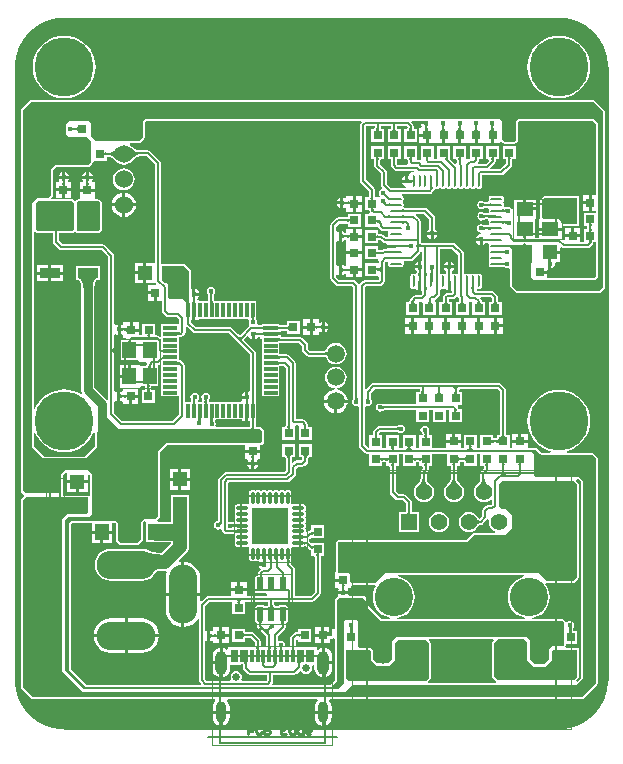
<source format=gtl>
G04*
G04 #@! TF.GenerationSoftware,Altium Limited,Altium Designer,20.0.12 (288)*
G04*
G04 Layer_Physical_Order=1*
G04 Layer_Color=6619391*
%FSLAX44Y44*%
%MOMM*%
G71*
G01*
G75*
%ADD10C,0.2000*%
%ADD11C,0.3000*%
%ADD12C,0.2540*%
%ADD14C,0.1270*%
%ADD16C,0.0000*%
%ADD17C,0.0500*%
%ADD18R,1.2000X1.4000*%
%ADD19R,3.5000X1.4000*%
%ADD20R,0.8000X0.8000*%
%ADD21R,1.2000X1.2000*%
%ADD22R,1.2000X1.2000*%
%ADD23R,0.8000X0.8000*%
%ADD24R,0.9700X1.0000*%
%ADD25R,1.7000X0.9000*%
G04:AMPARAMS|DCode=26|XSize=1.21mm|YSize=0.59mm|CornerRadius=0.0738mm|HoleSize=0mm|Usage=FLASHONLY|Rotation=90.000|XOffset=0mm|YOffset=0mm|HoleType=Round|Shape=RoundedRectangle|*
%AMROUNDEDRECTD26*
21,1,1.2100,0.4425,0,0,90.0*
21,1,1.0625,0.5900,0,0,90.0*
1,1,0.1475,0.2213,0.5313*
1,1,0.1475,0.2213,-0.5313*
1,1,0.1475,-0.2213,-0.5313*
1,1,0.1475,-0.2213,0.5313*
%
%ADD26ROUNDEDRECTD26*%
%ADD27C,1.5000*%
%ADD28R,0.3000X1.1400*%
G04:AMPARAMS|DCode=29|XSize=0.97mm|YSize=0.26mm|CornerRadius=0.0325mm|HoleSize=0mm|Usage=FLASHONLY|Rotation=180.000|XOffset=0mm|YOffset=0mm|HoleType=Round|Shape=RoundedRectangle|*
%AMROUNDEDRECTD29*
21,1,0.9700,0.1950,0,0,180.0*
21,1,0.9050,0.2600,0,0,180.0*
1,1,0.0650,-0.4525,0.0975*
1,1,0.0650,0.4525,0.0975*
1,1,0.0650,0.4525,-0.0975*
1,1,0.0650,-0.4525,-0.0975*
%
%ADD29ROUNDEDRECTD29*%
G04:AMPARAMS|DCode=30|XSize=0.97mm|YSize=0.26mm|CornerRadius=0.0325mm|HoleSize=0mm|Usage=FLASHONLY|Rotation=90.000|XOffset=0mm|YOffset=0mm|HoleType=Round|Shape=RoundedRectangle|*
%AMROUNDEDRECTD30*
21,1,0.9700,0.1950,0,0,90.0*
21,1,0.9050,0.2600,0,0,90.0*
1,1,0.0650,0.0975,0.4525*
1,1,0.0650,0.0975,-0.4525*
1,1,0.0650,-0.0975,-0.4525*
1,1,0.0650,-0.0975,0.4525*
%
%ADD30ROUNDEDRECTD30*%
G04:AMPARAMS|DCode=32|XSize=0.24mm|YSize=1mm|CornerRadius=0.06mm|HoleSize=0mm|Usage=FLASHONLY|Rotation=0.000|XOffset=0mm|YOffset=0mm|HoleType=Round|Shape=RoundedRectangle|*
%AMROUNDEDRECTD32*
21,1,0.2400,0.8800,0,0,0.0*
21,1,0.1200,1.0000,0,0,0.0*
1,1,0.1200,0.0600,-0.4400*
1,1,0.1200,-0.0600,-0.4400*
1,1,0.1200,-0.0600,0.4400*
1,1,0.1200,0.0600,0.4400*
%
%ADD32ROUNDEDRECTD32*%
G04:AMPARAMS|DCode=33|XSize=0.24mm|YSize=1mm|CornerRadius=0.06mm|HoleSize=0mm|Usage=FLASHONLY|Rotation=90.000|XOffset=0mm|YOffset=0mm|HoleType=Round|Shape=RoundedRectangle|*
%AMROUNDEDRECTD33*
21,1,0.2400,0.8800,0,0,90.0*
21,1,0.1200,1.0000,0,0,90.0*
1,1,0.1200,0.4400,0.0600*
1,1,0.1200,0.4400,-0.0600*
1,1,0.1200,-0.4400,-0.0600*
1,1,0.1200,-0.4400,0.0600*
%
%ADD33ROUNDEDRECTD33*%
%ADD34R,1.4000X1.2000*%
%ADD35R,1.2000X0.3000*%
%ADD36R,0.3000X1.2000*%
%ADD69R,3.1500X3.1500*%
%ADD70C,0.8000*%
%ADD71C,1.2000*%
%ADD72C,1.0000*%
%ADD73C,1.4000*%
%ADD74O,5.0000X2.4000*%
%ADD75O,2.4000X5.0000*%
%ADD76C,0.6500*%
%ADD77O,1.0000X2.0000*%
%ADD78O,0.9000X1.8000*%
%ADD79C,1.5240*%
%ADD80C,3.2500*%
%ADD81C,2.4450*%
%ADD82C,1.5300*%
%ADD83C,1.3980*%
%ADD84R,1.3980X1.3980*%
%ADD85C,5.0000*%
%ADD86C,0.4000*%
G36*
X1752495Y854498D02*
X1755134Y854498D01*
X1760365Y853809D01*
X1765462Y852444D01*
X1770338Y850424D01*
X1774908Y847786D01*
X1779094Y844573D01*
X1782825Y840842D01*
X1786038Y836656D01*
X1788676Y832085D01*
X1790695Y827210D01*
X1792061Y822113D01*
X1792750Y816881D01*
X1792750Y814243D01*
X1792750Y814243D01*
X1792750Y814243D01*
X1792750Y294580D01*
X1792750Y291953D01*
X1792064Y286743D01*
X1790704Y281668D01*
X1788694Y276814D01*
X1786067Y272264D01*
X1782868Y268095D01*
X1779153Y264380D01*
X1774984Y261181D01*
X1770434Y258554D01*
X1765580Y256544D01*
X1760505Y255184D01*
X1755295Y254498D01*
X1752668Y254498D01*
X1752668Y254498D01*
Y254498D01*
X1333101Y254498D01*
X1330473Y254498D01*
X1325261Y255184D01*
X1320183Y256545D01*
X1315327Y258556D01*
X1310774Y261185D01*
X1306604Y264385D01*
X1302887Y268102D01*
X1299687Y272272D01*
X1297058Y276825D01*
X1295047Y281681D01*
X1293686Y286759D01*
X1293000Y291971D01*
X1293000Y294599D01*
X1293000Y814000D01*
X1293000Y816654D01*
X1293693Y821918D01*
X1295067Y827046D01*
X1297099Y831950D01*
X1299753Y836548D01*
X1302985Y840760D01*
X1306738Y844513D01*
X1310950Y847745D01*
X1315548Y850399D01*
X1320452Y852431D01*
X1325580Y853805D01*
X1330844Y854498D01*
X1333498Y854498D01*
X1333498Y854498D01*
X1752495Y854498D01*
D02*
G37*
%LPC*%
G36*
X1752250Y840582D02*
X1748092Y840255D01*
X1744036Y839281D01*
X1740182Y837685D01*
X1736626Y835505D01*
X1733454Y832796D01*
X1730745Y829624D01*
X1728565Y826068D01*
X1726969Y822214D01*
X1725995Y818158D01*
X1725668Y814000D01*
X1725995Y809842D01*
X1726969Y805786D01*
X1728565Y801932D01*
X1730745Y798375D01*
X1733454Y795204D01*
X1736626Y792495D01*
X1740182Y790315D01*
X1744036Y788719D01*
X1748092Y787745D01*
X1752250Y787418D01*
X1756408Y787745D01*
X1760464Y788719D01*
X1764318Y790315D01*
X1767874Y792495D01*
X1771046Y795204D01*
X1773755Y798375D01*
X1775935Y801932D01*
X1777531Y805786D01*
X1778505Y809842D01*
X1778832Y814000D01*
X1778505Y818158D01*
X1777531Y822214D01*
X1775935Y826068D01*
X1773755Y829624D01*
X1771046Y832796D01*
X1767874Y835505D01*
X1764318Y837685D01*
X1760464Y839281D01*
X1756408Y840255D01*
X1752250Y840582D01*
D02*
G37*
G36*
X1333500D02*
X1329342Y840255D01*
X1325286Y839281D01*
X1321432Y837685D01*
X1317876Y835505D01*
X1314704Y832796D01*
X1311995Y829624D01*
X1309815Y826068D01*
X1308219Y822214D01*
X1307245Y818158D01*
X1306918Y814000D01*
X1307245Y809842D01*
X1308219Y805786D01*
X1309815Y801932D01*
X1311995Y798375D01*
X1314704Y795204D01*
X1317876Y792495D01*
X1321432Y790315D01*
X1325286Y788719D01*
X1329342Y787745D01*
X1333500Y787418D01*
X1337658Y787745D01*
X1341714Y788719D01*
X1345568Y790315D01*
X1349124Y792495D01*
X1352296Y795204D01*
X1355005Y798375D01*
X1357185Y801932D01*
X1358781Y805786D01*
X1359755Y809842D01*
X1360082Y814000D01*
X1359755Y818158D01*
X1358781Y822214D01*
X1357185Y826068D01*
X1355005Y829624D01*
X1352296Y832796D01*
X1349124Y835505D01*
X1345568Y837685D01*
X1341714Y839281D01*
X1337658Y840255D01*
X1333500Y840582D01*
D02*
G37*
G36*
X1639470Y754890D02*
X1634200D01*
Y749620D01*
X1639470D01*
Y754890D01*
D02*
G37*
G36*
X1622480Y721626D02*
X1621979Y721527D01*
X1620477Y720523D01*
X1619473Y719021D01*
X1619374Y718520D01*
X1622480D01*
Y721626D01*
D02*
G37*
G36*
X1777730Y705540D02*
X1772460D01*
Y700270D01*
X1777730D01*
Y705540D01*
D02*
G37*
G36*
X1732790Y702290D02*
X1724520D01*
Y695020D01*
X1732790D01*
Y702290D01*
D02*
G37*
G36*
X1777730Y697730D02*
X1772460D01*
Y692460D01*
X1777730D01*
Y697730D01*
D02*
G37*
G36*
X1768000Y704624D02*
X1740000D01*
X1738852Y704148D01*
X1737102Y702398D01*
X1736626Y701250D01*
Y686500D01*
X1735753Y685290D01*
X1735710D01*
Y678020D01*
X1745250D01*
X1754790D01*
Y678735D01*
X1755750Y679376D01*
X1768000D01*
X1768298Y679500D01*
X1769500D01*
Y680702D01*
X1769624Y681000D01*
Y703000D01*
X1769500Y703298D01*
Y704500D01*
X1768298D01*
X1768000Y704624D01*
D02*
G37*
G36*
X1770540Y677790D02*
X1765270D01*
Y672520D01*
X1770540D01*
Y677790D01*
D02*
G37*
G36*
X1762730D02*
X1757460D01*
Y672520D01*
X1762730D01*
Y677790D01*
D02*
G37*
G36*
X1649376Y671730D02*
X1646270D01*
Y668624D01*
X1646771Y668723D01*
X1648273Y669727D01*
X1649277Y671229D01*
X1649376Y671730D01*
D02*
G37*
G36*
X1643730D02*
X1640624D01*
X1640723Y671229D01*
X1641727Y669727D01*
X1643229Y668723D01*
X1643730Y668624D01*
Y671730D01*
D02*
G37*
G36*
X1782000Y785624D02*
X1305000D01*
X1303852Y785148D01*
X1297352Y778648D01*
X1296876Y777500D01*
X1296877Y455500D01*
X1297352Y454352D01*
X1299731Y451973D01*
X1299797Y451250D01*
X1299731Y450527D01*
X1297102Y447898D01*
X1296626Y446750D01*
X1296626Y289000D01*
X1297102Y287852D01*
X1305852Y279102D01*
X1307000Y278626D01*
X1461064D01*
X1461495Y277356D01*
X1461449Y277321D01*
X1460321Y275850D01*
X1459611Y274138D01*
X1459369Y272300D01*
Y269070D01*
X1466470D01*
X1473571D01*
Y272300D01*
X1473329Y274138D01*
X1472619Y275850D01*
X1471491Y277321D01*
X1471445Y277356D01*
X1471876Y278626D01*
X1547564D01*
X1547995Y277356D01*
X1547949Y277321D01*
X1546821Y275850D01*
X1546111Y274138D01*
X1545869Y272300D01*
Y269070D01*
X1552970D01*
X1560071D01*
Y272300D01*
X1559829Y274138D01*
X1559119Y275850D01*
X1557991Y277321D01*
X1557945Y277356D01*
X1558376Y278626D01*
X1771750D01*
X1772898Y279102D01*
X1784648Y290852D01*
X1785124Y292000D01*
X1785124Y482500D01*
X1784648Y483648D01*
X1781398Y486898D01*
X1780250Y487374D01*
X1759259D01*
X1759108Y488644D01*
X1760464Y488969D01*
X1764318Y490565D01*
X1767874Y492745D01*
X1771046Y495454D01*
X1773755Y498625D01*
X1775935Y502182D01*
X1777531Y506036D01*
X1778505Y510092D01*
X1778832Y514250D01*
X1778505Y518408D01*
X1777531Y522464D01*
X1775935Y526318D01*
X1773755Y529874D01*
X1771046Y533046D01*
X1767874Y535755D01*
X1764318Y537935D01*
X1760464Y539531D01*
X1756408Y540505D01*
X1752250Y540832D01*
X1748092Y540505D01*
X1744036Y539531D01*
X1740182Y537935D01*
X1736626Y535755D01*
X1733454Y533046D01*
X1730745Y529874D01*
X1728565Y526318D01*
X1726969Y522464D01*
X1725995Y518408D01*
X1725668Y514250D01*
X1725995Y510092D01*
X1726969Y506036D01*
X1728565Y502182D01*
X1730745Y498625D01*
X1733454Y495454D01*
X1736626Y492745D01*
X1740182Y490565D01*
X1744036Y488969D01*
X1745392Y488644D01*
X1745241Y487374D01*
X1737731D01*
X1734052Y491052D01*
X1733226Y491605D01*
X1732250Y491799D01*
X1725790D01*
Y495730D01*
X1719250D01*
X1712710D01*
Y491799D01*
X1710750D01*
Y502500D01*
X1707897D01*
X1707882Y502675D01*
X1707873Y503012D01*
X1707799Y503178D01*
Y540250D01*
X1707605Y541225D01*
X1707052Y542052D01*
X1703552Y545552D01*
X1702725Y546105D01*
X1701750Y546299D01*
X1665383D01*
X1665318Y546342D01*
X1665101Y546299D01*
X1664899D01*
X1664682Y546342D01*
X1664617Y546299D01*
X1595250D01*
X1594274Y546105D01*
X1593448Y545552D01*
X1589210Y541315D01*
X1587940Y541841D01*
Y627423D01*
X1588968Y628451D01*
X1600750D01*
X1601725Y628645D01*
X1602552Y629198D01*
X1604052Y630698D01*
X1604605Y631525D01*
X1604799Y632500D01*
Y642367D01*
X1604842Y642432D01*
X1604799Y642650D01*
Y642851D01*
X1604842Y643068D01*
X1604799Y643133D01*
Y648194D01*
X1606059Y649454D01*
X1607176Y649428D01*
X1607917Y648311D01*
X1607849Y647970D01*
Y646770D01*
X1608012Y645951D01*
X1608476Y645256D01*
X1609171Y644792D01*
X1609990Y644629D01*
X1618790D01*
X1619610Y644792D01*
X1620304Y645256D01*
X1620768Y645951D01*
X1620931Y646770D01*
Y647970D01*
X1620832Y648469D01*
X1621103Y649260D01*
X1621606Y649821D01*
X1627250D01*
X1628225Y650015D01*
X1629052Y650568D01*
X1634466Y655982D01*
X1635019Y656809D01*
X1635213Y657784D01*
Y658735D01*
X1635978Y659218D01*
X1636841Y658755D01*
Y650057D01*
X1635770Y649305D01*
Y644750D01*
X1634500D01*
Y643480D01*
X1630124D01*
X1630223Y642979D01*
X1631227Y641477D01*
X1631896Y641030D01*
Y639535D01*
X1631676Y639323D01*
X1631182Y638995D01*
X1630718Y638767D01*
X1629990Y638911D01*
X1628790D01*
X1627971Y638748D01*
X1627276Y638284D01*
X1626812Y637589D01*
X1626649Y636770D01*
Y627970D01*
X1626812Y627151D01*
X1627276Y626456D01*
X1627971Y625992D01*
X1628790Y625829D01*
X1629990D01*
X1630809Y625992D01*
X1631416Y625871D01*
X1631526Y625706D01*
X1632565Y625012D01*
X1633120Y624902D01*
Y632370D01*
X1635660D01*
Y624823D01*
X1636765Y624071D01*
X1636841Y623940D01*
Y621946D01*
X1635444Y620549D01*
X1630500D01*
X1629525Y620355D01*
X1628698Y619802D01*
X1626698Y617802D01*
X1626145Y616976D01*
X1625951Y616000D01*
Y615928D01*
X1625877Y615762D01*
X1625868Y615425D01*
X1625853Y615250D01*
X1623000D01*
Y604250D01*
X1634000D01*
Y615250D01*
X1635187Y615451D01*
X1635813D01*
X1636552Y615326D01*
X1637000Y614256D01*
Y604250D01*
X1648000D01*
Y615250D01*
X1647222D01*
X1647097Y616520D01*
X1647726Y616645D01*
X1648552Y617198D01*
X1651192Y619838D01*
X1651745Y620665D01*
X1651939Y621640D01*
Y625154D01*
X1652531Y625678D01*
X1653287Y625929D01*
X1653790Y625829D01*
X1654990D01*
X1655809Y625992D01*
X1656416Y625871D01*
X1656526Y625706D01*
X1657565Y625012D01*
X1658120Y624902D01*
Y632370D01*
X1660660D01*
Y624823D01*
X1661765Y624071D01*
X1661841Y623940D01*
Y622696D01*
X1661694Y622549D01*
X1657922D01*
X1656946Y622355D01*
X1656119Y621802D01*
X1654948Y620631D01*
X1654395Y619804D01*
X1654201Y618828D01*
Y615928D01*
X1654127Y615762D01*
X1654118Y615425D01*
X1654103Y615250D01*
X1651000D01*
Y604250D01*
X1662000D01*
Y615250D01*
X1659397D01*
X1659382Y615425D01*
X1659373Y615762D01*
X1659299Y615928D01*
Y617451D01*
X1662750D01*
X1663725Y617645D01*
X1664552Y618198D01*
X1665772Y619417D01*
X1667139Y619056D01*
X1667145Y619025D01*
X1667698Y618198D01*
X1667951Y617944D01*
Y615928D01*
X1667877Y615762D01*
X1667868Y615425D01*
X1667853Y615250D01*
X1665000D01*
Y604250D01*
X1676000D01*
Y614667D01*
X1677068Y615737D01*
X1677250Y615701D01*
X1677917D01*
X1679000Y615250D01*
Y604250D01*
X1690000D01*
Y615250D01*
X1687130D01*
X1687123Y615537D01*
X1686975Y615873D01*
X1686855Y616475D01*
X1686302Y617302D01*
X1685577Y618028D01*
X1686063Y619201D01*
X1694944D01*
X1695951Y618194D01*
Y615928D01*
X1695877Y615762D01*
X1695868Y615425D01*
X1695853Y615250D01*
X1693000D01*
Y604250D01*
X1704000D01*
Y615250D01*
X1701147D01*
X1701132Y615425D01*
X1701123Y615762D01*
X1701049Y615928D01*
Y619250D01*
X1700855Y620225D01*
X1700302Y621052D01*
X1697802Y623552D01*
X1696976Y624105D01*
X1696000Y624299D01*
X1683792D01*
X1683020Y625569D01*
X1683190Y625897D01*
X1683287Y625929D01*
X1683790Y625829D01*
X1684990D01*
X1685809Y625992D01*
X1686504Y626456D01*
X1686968Y627151D01*
X1687131Y627970D01*
Y636770D01*
X1686968Y637589D01*
X1686504Y638284D01*
X1685809Y638748D01*
X1684990Y638911D01*
X1683790D01*
X1682971Y638748D01*
X1682798Y638633D01*
X1681890Y638388D01*
X1680982Y638633D01*
X1680809Y638748D01*
X1679990Y638911D01*
X1678790D01*
X1677971Y638748D01*
X1677798Y638633D01*
X1676890Y638388D01*
X1675982Y638633D01*
X1675809Y638748D01*
X1674990Y638911D01*
X1673790D01*
X1673291Y638812D01*
X1672500Y639083D01*
X1671939Y639586D01*
Y656110D01*
X1671745Y657085D01*
X1671192Y657912D01*
X1664552Y664552D01*
X1663725Y665105D01*
X1662750Y665299D01*
X1636210D01*
X1635256Y666068D01*
X1635213Y666133D01*
Y683396D01*
X1635019Y684371D01*
X1634466Y685198D01*
X1631049Y688616D01*
X1631575Y689886D01*
X1638009D01*
X1642451Y685444D01*
Y676757D01*
X1641727Y676273D01*
X1640723Y674771D01*
X1640624Y674270D01*
X1649376D01*
X1649277Y674771D01*
X1648273Y676273D01*
X1647549Y676757D01*
Y686500D01*
X1647355Y687476D01*
X1646802Y688303D01*
X1640868Y694237D01*
X1640041Y694790D01*
X1639065Y694984D01*
X1621650D01*
X1621103Y695583D01*
X1620784Y696028D01*
X1620931Y696770D01*
Y697970D01*
X1620768Y698789D01*
X1620653Y698962D01*
X1620408Y699870D01*
X1620653Y700778D01*
X1620768Y700951D01*
X1620931Y701770D01*
Y702970D01*
X1620768Y703789D01*
X1620304Y704484D01*
X1619610Y704948D01*
X1619294Y705011D01*
X1619419Y706281D01*
X1642861D01*
X1643837Y706475D01*
X1644663Y707028D01*
X1646192Y708557D01*
X1646745Y709384D01*
X1646903Y710178D01*
X1647581Y710695D01*
X1648287Y710929D01*
X1648790Y710829D01*
X1649990D01*
X1650809Y710992D01*
X1650982Y711107D01*
X1651890Y711352D01*
X1652798Y711107D01*
X1652971Y710992D01*
X1653790Y710829D01*
X1654990D01*
X1655809Y710992D01*
X1655982Y711107D01*
X1656890Y711352D01*
X1657798Y711107D01*
X1657971Y710992D01*
X1658790Y710829D01*
X1659990D01*
X1660809Y710992D01*
X1660982Y711107D01*
X1661890Y711352D01*
X1662798Y711107D01*
X1662971Y710992D01*
X1663790Y710829D01*
X1664990D01*
X1665809Y710992D01*
X1665982Y711107D01*
X1666890Y711352D01*
X1667798Y711107D01*
X1667971Y710992D01*
X1668790Y710829D01*
X1669990D01*
X1670809Y710992D01*
X1670982Y711107D01*
X1671890Y711352D01*
X1672798Y711107D01*
X1672971Y710992D01*
X1673790Y710829D01*
X1674990D01*
X1675809Y710992D01*
X1675982Y711107D01*
X1676890Y711352D01*
X1677798Y711107D01*
X1677971Y710992D01*
X1678790Y710829D01*
X1679990D01*
X1680809Y710992D01*
X1680982Y711107D01*
X1681890Y711352D01*
X1682798Y711107D01*
X1682971Y710992D01*
X1683790Y710829D01*
X1684990D01*
X1685809Y710992D01*
X1686504Y711456D01*
X1686968Y712151D01*
X1687131Y712970D01*
Y717531D01*
X1687139Y717570D01*
Y722201D01*
X1703750D01*
X1704725Y722395D01*
X1705552Y722948D01*
X1712052Y729448D01*
X1712605Y730275D01*
X1712799Y731250D01*
Y735072D01*
X1712873Y735238D01*
X1712882Y735575D01*
X1712897Y735750D01*
X1715750D01*
Y746750D01*
X1704750D01*
Y735750D01*
X1707603D01*
X1707618Y735575D01*
X1707627Y735238D01*
X1707701Y735072D01*
Y732306D01*
X1702694Y727299D01*
X1694950D01*
X1694424Y728569D01*
X1698052Y732198D01*
X1698605Y733025D01*
X1698799Y734000D01*
Y735072D01*
X1698873Y735238D01*
X1698882Y735575D01*
X1698897Y735750D01*
X1701750D01*
Y746750D01*
X1690750D01*
Y735750D01*
X1692599D01*
X1693125Y734480D01*
X1690484Y731839D01*
X1684240D01*
X1683714Y733109D01*
X1684052Y733448D01*
X1684605Y734275D01*
X1684735Y734928D01*
X1684873Y735238D01*
X1684882Y735575D01*
X1684897Y735750D01*
X1688000D01*
Y746750D01*
X1677000D01*
Y736313D01*
X1676355Y736185D01*
X1675548Y735646D01*
X1675528Y735632D01*
X1675158Y735631D01*
X1674000Y736753D01*
X1674000Y736957D01*
Y746750D01*
X1663000D01*
Y735750D01*
X1665603D01*
X1665618Y735575D01*
X1665627Y735238D01*
X1665701Y735072D01*
Y732450D01*
X1664431Y731924D01*
X1660250Y736105D01*
Y737046D01*
X1660343Y737265D01*
X1660278Y737426D01*
X1660312Y737595D01*
X1660250Y737689D01*
Y746750D01*
X1649250D01*
Y736259D01*
X1646240D01*
Y746660D01*
X1635240D01*
Y736872D01*
X1635240Y736401D01*
X1635230Y735750D01*
X1635138Y735584D01*
X1634649Y735026D01*
X1634010Y734816D01*
X1633665Y734885D01*
X1633219D01*
X1632270Y735660D01*
Y746660D01*
X1621270D01*
Y735660D01*
X1624123D01*
X1624138Y735485D01*
X1624147Y735148D01*
X1624221Y734982D01*
Y733507D01*
X1624391Y732655D01*
X1624353Y732438D01*
X1623654Y731385D01*
X1615641D01*
X1615299Y731727D01*
Y734982D01*
X1615373Y735148D01*
X1615382Y735485D01*
X1615397Y735660D01*
X1618300D01*
Y746660D01*
X1607300D01*
Y735660D01*
X1610103D01*
X1610118Y735485D01*
X1610127Y735148D01*
X1610201Y734982D01*
Y730672D01*
X1610395Y729696D01*
X1610948Y728869D01*
X1612783Y727033D01*
X1613610Y726481D01*
X1614586Y726287D01*
X1629777D01*
X1629804Y726241D01*
X1629085Y724971D01*
X1628790D01*
X1627565Y724728D01*
X1626526Y724034D01*
X1625832Y722995D01*
X1625768Y722674D01*
X1625574Y721770D01*
X1625020Y721768D01*
Y717250D01*
X1623750D01*
Y715980D01*
X1619374D01*
X1619473Y715479D01*
X1620477Y713977D01*
X1621979Y712973D01*
X1622477Y712874D01*
X1622870Y711501D01*
X1622739Y711379D01*
X1610226D01*
X1606799Y714806D01*
Y725000D01*
X1606605Y725975D01*
X1606052Y726802D01*
X1601299Y731556D01*
Y734982D01*
X1601373Y735148D01*
X1601382Y735485D01*
X1601397Y735660D01*
X1604330D01*
Y746660D01*
X1593330D01*
Y735660D01*
X1596103D01*
X1596118Y735485D01*
X1596127Y735148D01*
X1596201Y734982D01*
Y730500D01*
X1596395Y729525D01*
X1596948Y728698D01*
X1601701Y723944D01*
Y713750D01*
X1601895Y712775D01*
X1602448Y711948D01*
X1602734Y711661D01*
X1602388Y710310D01*
X1602335Y710264D01*
X1601227Y709523D01*
X1600453Y708366D01*
X1600181Y707000D01*
X1600453Y705634D01*
X1601227Y704477D01*
X1600907Y703341D01*
X1600770Y703231D01*
X1599500Y703500D01*
Y703500D01*
X1596647D01*
X1596632Y703675D01*
X1596623Y704012D01*
X1596549Y704178D01*
Y710000D01*
X1596355Y710975D01*
X1595802Y711802D01*
X1588799Y718806D01*
Y763694D01*
X1589306Y764201D01*
X1596281D01*
Y762338D01*
X1596207Y762172D01*
X1596198Y761835D01*
X1596183Y761660D01*
X1593330D01*
Y750660D01*
X1604330D01*
Y761660D01*
X1601477D01*
X1601462Y761835D01*
X1601453Y762172D01*
X1601379Y762338D01*
Y764201D01*
X1610251D01*
Y762338D01*
X1610177Y762172D01*
X1610168Y761835D01*
X1610153Y761660D01*
X1607300D01*
Y750660D01*
X1618300D01*
Y761660D01*
X1615447D01*
X1615432Y761835D01*
X1615423Y762172D01*
X1615349Y762338D01*
Y764201D01*
X1623194D01*
X1624221Y763174D01*
Y762338D01*
X1624147Y762172D01*
X1624138Y761835D01*
X1624123Y761660D01*
X1621270D01*
Y750660D01*
X1632270D01*
Y761660D01*
X1629417D01*
X1629402Y761835D01*
X1629393Y762172D01*
X1629319Y762338D01*
Y764230D01*
X1629125Y765205D01*
X1628572Y766032D01*
X1627248Y767356D01*
X1627774Y768626D01*
X1634699D01*
X1635197Y768020D01*
X1640250D01*
Y765480D01*
X1635874D01*
X1635973Y764979D01*
X1636647Y763970D01*
X1636028Y762700D01*
X1634200D01*
Y757430D01*
X1640740D01*
Y756160D01*
X1642010D01*
Y749620D01*
X1646977D01*
X1647280Y749620D01*
Y749620D01*
X1648210Y749710D01*
Y749710D01*
X1653480D01*
Y756250D01*
X1656020D01*
Y749710D01*
X1661290D01*
Y749710D01*
X1661960D01*
Y749710D01*
X1667230D01*
Y756250D01*
X1669770D01*
Y749710D01*
X1675040D01*
Y749710D01*
X1675960D01*
Y749710D01*
X1681230D01*
Y756250D01*
X1683770D01*
Y749710D01*
X1689040D01*
Y749710D01*
X1689710D01*
Y749710D01*
X1694980D01*
Y756250D01*
X1697520D01*
Y749710D01*
X1702790D01*
Y750118D01*
X1704060Y750644D01*
X1705352Y749352D01*
X1706500Y748876D01*
X1714500D01*
X1715648Y749352D01*
X1717398Y751102D01*
X1717874Y752250D01*
X1717874Y767687D01*
X1718813Y768626D01*
X1781078D01*
X1783626Y766077D01*
X1783626Y705540D01*
X1780270D01*
Y699000D01*
Y692460D01*
X1783626D01*
Y690500D01*
X1773500D01*
Y679500D01*
X1776353D01*
X1776368Y679325D01*
X1776377Y678988D01*
X1776451Y678822D01*
Y677428D01*
X1776377Y677262D01*
X1776368Y676925D01*
X1776353Y676750D01*
X1773500D01*
Y665750D01*
X1772313Y665549D01*
X1770540D01*
Y669980D01*
X1757460D01*
Y667554D01*
X1756287Y667068D01*
X1754790Y668565D01*
Y675480D01*
X1745250D01*
X1735710D01*
Y669549D01*
X1731750D01*
Y683940D01*
X1731750Y684250D01*
X1732498Y685210D01*
X1732790D01*
Y692480D01*
X1723250D01*
Y693750D01*
X1721980D01*
Y702290D01*
X1713710D01*
Y694535D01*
X1712440Y694150D01*
X1712023Y694773D01*
X1710866Y695547D01*
X1709500Y695819D01*
X1708134Y695547D01*
X1707354Y695026D01*
X1707328Y695017D01*
X1707324Y695017D01*
X1707261Y695012D01*
X1707230Y695013D01*
X1706069Y695535D01*
X1705820Y696211D01*
X1705931Y696770D01*
Y697970D01*
X1705768Y698789D01*
X1705653Y698962D01*
X1705408Y699870D01*
X1705653Y700778D01*
X1705768Y700951D01*
X1705931Y701770D01*
Y702970D01*
X1705768Y703789D01*
X1705304Y704484D01*
X1704609Y704948D01*
X1703790Y705111D01*
X1694990D01*
X1694171Y704948D01*
X1693476Y704484D01*
X1693012Y703789D01*
X1692849Y702970D01*
Y701770D01*
X1692957Y701228D01*
X1692599Y700334D01*
X1692421Y700068D01*
X1692214Y699859D01*
X1689846D01*
X1689675Y699933D01*
X1689509Y699936D01*
X1689232Y699958D01*
X1689167Y699968D01*
X1689113Y699980D01*
X1689105Y699982D01*
X1689101Y699985D01*
X1689089Y699987D01*
X1689046Y700008D01*
X1689030Y700010D01*
X1689020Y700013D01*
X1688989Y700012D01*
X1688926Y700017D01*
X1688922Y700017D01*
X1688896Y700026D01*
X1688116Y700547D01*
X1686750Y700819D01*
X1685384Y700547D01*
X1684227Y699773D01*
X1683453Y698616D01*
X1683181Y697250D01*
X1683453Y695884D01*
X1684227Y694727D01*
X1685384Y693953D01*
X1686750Y693681D01*
X1688116Y693953D01*
X1689100Y694611D01*
X1689149Y694611D01*
X1689171Y694620D01*
X1689187Y694622D01*
X1689219Y694640D01*
X1689224Y694641D01*
X1689268Y694652D01*
X1689320Y694661D01*
X1689586Y694684D01*
X1689747Y694687D01*
X1689759Y694692D01*
X1689772Y694687D01*
X1689933Y694761D01*
X1692134D01*
X1692713Y694120D01*
X1692786Y694019D01*
X1692938Y693417D01*
X1692849Y692970D01*
Y691770D01*
X1692938Y691324D01*
X1692813Y690777D01*
X1692667Y690572D01*
X1692130Y689984D01*
X1689942D01*
X1689783Y690057D01*
X1689426Y690072D01*
X1689344Y690081D01*
X1689272Y690093D01*
X1689228Y690104D01*
X1689225Y690105D01*
X1689193Y690123D01*
X1689176Y690125D01*
X1689154Y690134D01*
X1689108Y690134D01*
X1688116Y690797D01*
X1686750Y691069D01*
X1685384Y690797D01*
X1684227Y690023D01*
X1683453Y688866D01*
X1683181Y687500D01*
X1683453Y686134D01*
X1684227Y684977D01*
X1685384Y684203D01*
X1686750Y683931D01*
X1688116Y684203D01*
X1688887Y684718D01*
X1688916Y684727D01*
X1688920Y684728D01*
X1688985Y684733D01*
X1689014Y684732D01*
X1689023Y684735D01*
X1689040Y684736D01*
X1689082Y684757D01*
X1689094Y684759D01*
X1689099Y684762D01*
X1689108Y684765D01*
X1689163Y684777D01*
X1689227Y684787D01*
X1689505Y684809D01*
X1689672Y684812D01*
X1689843Y684886D01*
X1692217D01*
X1692383Y684721D01*
X1692686Y684272D01*
X1692961Y683533D01*
X1692849Y682970D01*
Y681770D01*
X1692957Y681228D01*
X1692599Y680334D01*
X1692421Y680068D01*
X1692214Y679859D01*
X1689596D01*
X1689425Y679933D01*
X1689259Y679936D01*
X1688981Y679958D01*
X1688917Y679968D01*
X1688863Y679980D01*
X1688855Y679982D01*
X1688851Y679985D01*
X1688839Y679987D01*
X1688796Y680008D01*
X1688779Y680010D01*
X1688770Y680013D01*
X1688739Y680012D01*
X1688675Y680017D01*
X1688672Y680017D01*
X1688646Y680026D01*
X1687866Y680547D01*
X1686500Y680819D01*
X1685134Y680547D01*
X1683977Y679773D01*
X1683203Y678616D01*
X1682931Y677250D01*
X1683203Y675884D01*
X1683977Y674727D01*
X1685134Y673953D01*
X1686117Y673758D01*
X1686117Y672463D01*
X1685652Y672370D01*
X1684729Y672187D01*
X1683227Y671183D01*
X1682223Y669681D01*
X1682124Y669180D01*
X1686500D01*
Y667910D01*
X1687770D01*
Y667188D01*
X1688282Y668817D01*
X1688343Y668721D01*
X1688420Y668634D01*
X1688515Y668558D01*
X1688627Y668493D01*
X1688756Y668437D01*
X1688902Y668391D01*
X1689066Y668356D01*
X1689246Y668330D01*
X1689444Y668315D01*
X1689660Y668310D01*
X1688900Y666310D01*
X1688678Y666308D01*
X1687823Y666251D01*
X1687770Y666242D01*
Y663534D01*
X1688271Y663633D01*
X1689773Y664637D01*
X1689856Y664761D01*
X1692134D01*
X1692713Y664120D01*
X1692999Y663724D01*
X1692849Y662970D01*
Y661770D01*
X1693012Y660951D01*
X1693127Y660778D01*
X1693372Y659870D01*
X1693127Y658962D01*
X1693012Y658789D01*
X1692849Y657970D01*
Y656770D01*
X1693012Y655951D01*
X1693127Y655778D01*
X1693372Y654870D01*
X1693127Y653962D01*
X1693012Y653789D01*
X1692849Y652970D01*
Y651770D01*
X1693012Y650951D01*
X1693127Y650778D01*
X1693372Y649870D01*
X1693127Y648962D01*
X1693012Y648789D01*
X1692849Y647970D01*
Y646770D01*
X1693012Y645951D01*
X1693476Y645256D01*
X1694171Y644792D01*
X1694990Y644629D01*
X1703790D01*
X1704204Y644711D01*
X1704206Y644711D01*
X1705710Y644692D01*
X1705720Y644688D01*
X1706077Y644673D01*
X1706160Y644664D01*
X1706232Y644652D01*
X1706276Y644641D01*
X1706281Y644640D01*
X1706313Y644622D01*
X1706329Y644620D01*
X1706351Y644611D01*
X1706400Y644611D01*
X1707384Y643953D01*
X1708750Y643681D01*
X1709856Y643902D01*
X1711126Y643217D01*
Y628500D01*
X1711602Y627352D01*
X1716102Y622852D01*
X1717250Y622376D01*
X1786250Y622376D01*
X1787398Y622852D01*
X1790648Y626102D01*
X1791124Y627250D01*
X1791124Y776500D01*
X1790648Y777648D01*
X1790648Y777648D01*
X1783148Y785148D01*
X1782000Y785624D01*
D02*
G37*
G36*
X1685230Y666640D02*
X1682124D01*
X1682223Y666139D01*
X1683227Y664637D01*
X1684729Y663633D01*
X1685230Y663534D01*
Y666640D01*
D02*
G37*
G36*
X1633230Y649126D02*
X1632729Y649027D01*
X1631227Y648023D01*
X1630223Y646521D01*
X1630124Y646020D01*
X1633230D01*
Y649126D01*
D02*
G37*
G36*
X1691960Y601290D02*
X1691040D01*
X1690690Y601290D01*
X1685770D01*
Y594750D01*
Y588210D01*
X1690690D01*
X1691040Y588210D01*
X1691960D01*
X1692310Y588210D01*
X1697230D01*
Y594750D01*
Y601290D01*
X1692310D01*
X1691960Y601290D01*
D02*
G37*
G36*
X1677960D02*
X1677040D01*
X1676690Y601290D01*
X1671770D01*
Y594750D01*
Y588210D01*
X1676690D01*
X1677040Y588210D01*
X1677960D01*
X1678310Y588210D01*
X1683230D01*
Y594750D01*
Y601290D01*
X1678310D01*
X1677960Y601290D01*
D02*
G37*
G36*
X1663960D02*
X1663040D01*
X1662690Y601290D01*
X1657770D01*
Y594750D01*
Y588210D01*
X1662690D01*
X1663040Y588210D01*
X1663960D01*
X1664310Y588210D01*
X1669230D01*
Y594750D01*
Y601290D01*
X1664310D01*
X1663960Y601290D01*
D02*
G37*
G36*
X1649960D02*
X1649040D01*
X1648690Y601290D01*
X1643770D01*
Y594750D01*
Y588210D01*
X1648690D01*
X1649040Y588210D01*
X1649960D01*
X1650310Y588210D01*
X1655230D01*
Y594750D01*
Y601290D01*
X1650310D01*
X1649960Y601290D01*
D02*
G37*
G36*
X1627230Y601290D02*
X1621960D01*
Y596020D01*
X1627230D01*
Y601290D01*
D02*
G37*
G36*
X1699770D02*
Y596020D01*
X1705040D01*
Y601290D01*
X1699770D01*
D02*
G37*
G36*
X1705040Y593480D02*
X1699770D01*
Y588210D01*
X1705040D01*
Y593480D01*
D02*
G37*
G36*
X1635960Y601290D02*
X1635040D01*
X1634690Y601290D01*
X1629770D01*
Y594750D01*
Y588210D01*
X1634690D01*
X1635040Y588210D01*
X1635960D01*
X1636310Y588210D01*
X1641230D01*
Y594750D01*
Y601290D01*
X1636310D01*
X1635960Y601290D01*
D02*
G37*
G36*
X1627230Y593480D02*
X1621960D01*
Y588210D01*
X1627230D01*
Y593480D01*
D02*
G37*
G36*
X1725790Y503540D02*
X1720520D01*
Y498270D01*
X1725790D01*
Y503540D01*
D02*
G37*
G36*
X1717980D02*
X1712710D01*
Y498270D01*
X1717980D01*
Y503540D01*
D02*
G37*
G36*
X1560071Y266530D02*
X1554240D01*
Y256367D01*
X1554808Y256441D01*
X1556520Y257151D01*
X1557991Y258279D01*
X1559119Y259750D01*
X1559829Y261462D01*
X1560071Y263300D01*
Y266530D01*
D02*
G37*
G36*
X1473571D02*
X1467740D01*
Y256367D01*
X1468308Y256441D01*
X1470020Y257151D01*
X1471491Y258279D01*
X1472619Y259750D01*
X1473329Y261462D01*
X1473571Y263300D01*
Y266530D01*
D02*
G37*
G36*
X1465200D02*
X1459369D01*
Y263300D01*
X1459611Y261462D01*
X1460321Y259750D01*
X1461449Y258279D01*
X1462920Y257151D01*
X1464632Y256441D01*
X1465200Y256367D01*
Y266530D01*
D02*
G37*
G36*
X1551700D02*
X1545869D01*
Y263300D01*
X1546111Y261462D01*
X1546821Y259750D01*
X1547949Y258279D01*
X1549420Y257151D01*
X1551132Y256441D01*
X1551700Y256367D01*
Y266530D01*
D02*
G37*
%LPD*%
G36*
X1768000Y681000D02*
X1755750D01*
X1754250Y682500D01*
Y683500D01*
X1752750Y685000D01*
X1739750D01*
X1738250Y686500D01*
Y701250D01*
X1740000Y703000D01*
X1768000D01*
Y681000D01*
D02*
G37*
G36*
X1697324Y765236D02*
X1697256Y765136D01*
X1697196Y765022D01*
X1697144Y764893D01*
X1697100Y764750D01*
X1697064Y764592D01*
X1697036Y764420D01*
X1697016Y764234D01*
X1697000Y763818D01*
X1695000D01*
X1694996Y764033D01*
X1694964Y764420D01*
X1694936Y764592D01*
X1694900Y764750D01*
X1694856Y764893D01*
X1694804Y765022D01*
X1694744Y765136D01*
X1694676Y765236D01*
X1694600Y765322D01*
X1697400D01*
X1697324Y765236D01*
D02*
G37*
G36*
X1683574D02*
X1683506Y765136D01*
X1683446Y765022D01*
X1683394Y764893D01*
X1683350Y764750D01*
X1683314Y764592D01*
X1683286Y764420D01*
X1683266Y764234D01*
X1683250Y763818D01*
X1681250D01*
X1681246Y764033D01*
X1681214Y764420D01*
X1681186Y764592D01*
X1681150Y764750D01*
X1681106Y764893D01*
X1681054Y765022D01*
X1680994Y765136D01*
X1680926Y765236D01*
X1680850Y765322D01*
X1683650D01*
X1683574Y765236D01*
D02*
G37*
G36*
X1669574D02*
X1669506Y765136D01*
X1669446Y765022D01*
X1669394Y764893D01*
X1669350Y764750D01*
X1669314Y764592D01*
X1669286Y764420D01*
X1669266Y764234D01*
X1669250Y763818D01*
X1667250D01*
X1667246Y764033D01*
X1667214Y764420D01*
X1667186Y764592D01*
X1667150Y764750D01*
X1667106Y764893D01*
X1667054Y765022D01*
X1666994Y765136D01*
X1666926Y765236D01*
X1666850Y765322D01*
X1669650D01*
X1669574Y765236D01*
D02*
G37*
G36*
X1655824D02*
X1655756Y765136D01*
X1655696Y765022D01*
X1655644Y764893D01*
X1655600Y764750D01*
X1655564Y764592D01*
X1655536Y764420D01*
X1655516Y764234D01*
X1655500Y763818D01*
X1653500D01*
X1653496Y764033D01*
X1653464Y764420D01*
X1653436Y764592D01*
X1653400Y764750D01*
X1653356Y764893D01*
X1653304Y765022D01*
X1653244Y765136D01*
X1653176Y765236D01*
X1653100Y765322D01*
X1655900D01*
X1655824Y765236D01*
D02*
G37*
G36*
X1641574D02*
X1641506Y765136D01*
X1641446Y765022D01*
X1641394Y764893D01*
X1641350Y764750D01*
X1641314Y764592D01*
X1641286Y764420D01*
X1641266Y764234D01*
X1641250Y763818D01*
X1639250D01*
X1639246Y764033D01*
X1639214Y764420D01*
X1639186Y764592D01*
X1639150Y764750D01*
X1639106Y764893D01*
X1639054Y765022D01*
X1638994Y765136D01*
X1638926Y765236D01*
X1638850Y765322D01*
X1641650D01*
X1641574Y765236D01*
D02*
G37*
G36*
X1697010Y761834D02*
X1697040Y761488D01*
X1697090Y761184D01*
X1697160Y760920D01*
X1697250Y760697D01*
X1697360Y760514D01*
X1697490Y760372D01*
X1697640Y760270D01*
X1697810Y760209D01*
X1698000Y760189D01*
X1694000D01*
X1694190Y760209D01*
X1694360Y760270D01*
X1694510Y760372D01*
X1694640Y760514D01*
X1694750Y760697D01*
X1694840Y760920D01*
X1694910Y761184D01*
X1694960Y761488D01*
X1694990Y761834D01*
X1695000Y762219D01*
X1697000D01*
X1697010Y761834D01*
D02*
G37*
G36*
X1683260D02*
X1683290Y761488D01*
X1683340Y761184D01*
X1683410Y760920D01*
X1683500Y760697D01*
X1683610Y760514D01*
X1683740Y760372D01*
X1683890Y760270D01*
X1684060Y760209D01*
X1684250Y760189D01*
X1680250D01*
X1680440Y760209D01*
X1680610Y760270D01*
X1680760Y760372D01*
X1680890Y760514D01*
X1681000Y760697D01*
X1681090Y760920D01*
X1681160Y761184D01*
X1681210Y761488D01*
X1681240Y761834D01*
X1681250Y762219D01*
X1683250D01*
X1683260Y761834D01*
D02*
G37*
G36*
X1669260D02*
X1669290Y761488D01*
X1669340Y761184D01*
X1669410Y760920D01*
X1669500Y760697D01*
X1669610Y760514D01*
X1669740Y760372D01*
X1669890Y760270D01*
X1670060Y760209D01*
X1670250Y760189D01*
X1666250D01*
X1666440Y760209D01*
X1666610Y760270D01*
X1666760Y760372D01*
X1666890Y760514D01*
X1667000Y760697D01*
X1667090Y760920D01*
X1667160Y761184D01*
X1667210Y761488D01*
X1667240Y761834D01*
X1667250Y762219D01*
X1669250D01*
X1669260Y761834D01*
D02*
G37*
G36*
X1655510D02*
X1655540Y761488D01*
X1655590Y761184D01*
X1655660Y760920D01*
X1655750Y760697D01*
X1655860Y760514D01*
X1655990Y760372D01*
X1656140Y760270D01*
X1656310Y760209D01*
X1656500Y760189D01*
X1652500D01*
X1652690Y760209D01*
X1652860Y760270D01*
X1653010Y760372D01*
X1653140Y760514D01*
X1653250Y760697D01*
X1653340Y760920D01*
X1653410Y761184D01*
X1653460Y761488D01*
X1653490Y761834D01*
X1653500Y762219D01*
X1655500D01*
X1655510Y761834D01*
D02*
G37*
G36*
X1340264Y762824D02*
X1340364Y762756D01*
X1340478Y762696D01*
X1340607Y762644D01*
X1340750Y762600D01*
X1340908Y762564D01*
X1341080Y762536D01*
X1341266Y762516D01*
X1341682Y762500D01*
Y760500D01*
X1341467Y760496D01*
X1341080Y760464D01*
X1340908Y760436D01*
X1340750Y760400D01*
X1340607Y760356D01*
X1340478Y760304D01*
X1340364Y760244D01*
X1340264Y760176D01*
X1340178Y760100D01*
Y762900D01*
X1340264Y762824D01*
D02*
G37*
G36*
X1641260Y761744D02*
X1641290Y761398D01*
X1641340Y761094D01*
X1641410Y760830D01*
X1641500Y760607D01*
X1641610Y760424D01*
X1641740Y760282D01*
X1641890Y760180D01*
X1642060Y760119D01*
X1642250Y760099D01*
X1638250D01*
X1638440Y760119D01*
X1638610Y760180D01*
X1638760Y760282D01*
X1638890Y760424D01*
X1639000Y760607D01*
X1639090Y760830D01*
X1639160Y761094D01*
X1639210Y761398D01*
X1639240Y761744D01*
X1639250Y762130D01*
X1641250D01*
X1641260Y761744D01*
D02*
G37*
G36*
X1627780D02*
X1627810Y761398D01*
X1627860Y761094D01*
X1627930Y760830D01*
X1628020Y760607D01*
X1628130Y760424D01*
X1628260Y760282D01*
X1628410Y760180D01*
X1628580Y760119D01*
X1628770Y760099D01*
X1624770D01*
X1624960Y760119D01*
X1625130Y760180D01*
X1625280Y760282D01*
X1625410Y760424D01*
X1625520Y760607D01*
X1625610Y760830D01*
X1625680Y761094D01*
X1625730Y761398D01*
X1625760Y761744D01*
X1625770Y762130D01*
X1627770D01*
X1627780Y761744D01*
D02*
G37*
G36*
X1613810D02*
X1613840Y761398D01*
X1613890Y761094D01*
X1613960Y760830D01*
X1614050Y760607D01*
X1614160Y760424D01*
X1614290Y760282D01*
X1614440Y760180D01*
X1614610Y760119D01*
X1614800Y760099D01*
X1610800D01*
X1610990Y760119D01*
X1611160Y760180D01*
X1611310Y760282D01*
X1611440Y760424D01*
X1611550Y760607D01*
X1611640Y760830D01*
X1611710Y761094D01*
X1611760Y761398D01*
X1611790Y761744D01*
X1611800Y762130D01*
X1613800D01*
X1613810Y761744D01*
D02*
G37*
G36*
X1599840D02*
X1599870Y761398D01*
X1599920Y761094D01*
X1599990Y760830D01*
X1600080Y760607D01*
X1600190Y760424D01*
X1600320Y760282D01*
X1600470Y760180D01*
X1600640Y760119D01*
X1600830Y760099D01*
X1596830D01*
X1597020Y760119D01*
X1597190Y760180D01*
X1597340Y760282D01*
X1597470Y760424D01*
X1597580Y760607D01*
X1597670Y760830D01*
X1597740Y761094D01*
X1597790Y761398D01*
X1597820Y761744D01*
X1597830Y762130D01*
X1599830D01*
X1599840Y761744D01*
D02*
G37*
G36*
X1345061Y759500D02*
X1345041Y759690D01*
X1344980Y759860D01*
X1344878Y760010D01*
X1344736Y760140D01*
X1344553Y760250D01*
X1344330Y760340D01*
X1344066Y760410D01*
X1343761Y760460D01*
X1343416Y760490D01*
X1343031Y760500D01*
Y762500D01*
X1343416Y762510D01*
X1343761Y762540D01*
X1344066Y762590D01*
X1344330Y762660D01*
X1344553Y762750D01*
X1344736Y762860D01*
X1344878Y762990D01*
X1344980Y763140D01*
X1345041Y763310D01*
X1345061Y763500D01*
Y759500D01*
D02*
G37*
G36*
X1367959Y742260D02*
X1368020Y742090D01*
X1368122Y741940D01*
X1368264Y741810D01*
X1368447Y741700D01*
X1368670Y741610D01*
X1368934Y741540D01*
X1369238Y741490D01*
X1369584Y741460D01*
X1369969Y741450D01*
Y739450D01*
X1369584Y739440D01*
X1369238Y739410D01*
X1368934Y739360D01*
X1368670Y739290D01*
X1368447Y739200D01*
X1368264Y739090D01*
X1368122Y738960D01*
X1368020Y738810D01*
X1367959Y738640D01*
X1367939Y738450D01*
Y742450D01*
X1367959Y742260D01*
D02*
G37*
G36*
X1658719Y737280D02*
X1658630Y737263D01*
X1658549Y737209D01*
X1658478Y737121D01*
X1658417Y736996D01*
X1658365Y736836D01*
X1658322Y736641D01*
X1658289Y736410D01*
X1658265Y736143D01*
X1658246Y735504D01*
X1656246D01*
X1656239Y735846D01*
X1656215Y736152D01*
X1656177Y736422D01*
X1656122Y736657D01*
X1656052Y736855D01*
X1655967Y737018D01*
X1655866Y737145D01*
X1655749Y737236D01*
X1655617Y737291D01*
X1655470Y737311D01*
X1658719Y737280D01*
D02*
G37*
G36*
X1390106Y745188D02*
X1392485Y743278D01*
X1393191Y742811D01*
X1393855Y742429D01*
X1394476Y742132D01*
X1395054Y741920D01*
X1395589Y741792D01*
X1396080Y741750D01*
X1396160Y739750D01*
X1395643Y739706D01*
X1395095Y739573D01*
X1394518Y739353D01*
X1393912Y739044D01*
X1393275Y738646D01*
X1392609Y738160D01*
X1391914Y737586D01*
X1390433Y736173D01*
X1389648Y735334D01*
X1389228Y745994D01*
X1390106Y745188D01*
D02*
G37*
G36*
X1712060Y737291D02*
X1711890Y737230D01*
X1711740Y737128D01*
X1711610Y736986D01*
X1711500Y736803D01*
X1711410Y736580D01*
X1711340Y736316D01*
X1711290Y736011D01*
X1711260Y735666D01*
X1711250Y735280D01*
X1709250D01*
X1709240Y735666D01*
X1709210Y736011D01*
X1709160Y736316D01*
X1709090Y736580D01*
X1709000Y736803D01*
X1708890Y736986D01*
X1708760Y737128D01*
X1708610Y737230D01*
X1708440Y737291D01*
X1708250Y737311D01*
X1712250D01*
X1712060Y737291D01*
D02*
G37*
G36*
X1698060D02*
X1697890Y737230D01*
X1697740Y737128D01*
X1697610Y736986D01*
X1697500Y736803D01*
X1697410Y736580D01*
X1697340Y736316D01*
X1697290Y736011D01*
X1697260Y735666D01*
X1697250Y735280D01*
X1695250D01*
X1695240Y735666D01*
X1695210Y736011D01*
X1695160Y736316D01*
X1695090Y736580D01*
X1695000Y736803D01*
X1694890Y736986D01*
X1694760Y737128D01*
X1694610Y737230D01*
X1694440Y737291D01*
X1694250Y737311D01*
X1698250D01*
X1698060Y737291D01*
D02*
G37*
G36*
X1684060D02*
X1683890Y737230D01*
X1683740Y737128D01*
X1683610Y736986D01*
X1683500Y736803D01*
X1683410Y736580D01*
X1683340Y736316D01*
X1683290Y736011D01*
X1683260Y735666D01*
X1683250Y735280D01*
X1681250D01*
X1681240Y735666D01*
X1681210Y736011D01*
X1681160Y736316D01*
X1681090Y736580D01*
X1681000Y736803D01*
X1680890Y736986D01*
X1680760Y737128D01*
X1680610Y737230D01*
X1680440Y737291D01*
X1680250Y737311D01*
X1684250D01*
X1684060Y737291D01*
D02*
G37*
G36*
X1670060D02*
X1669890Y737230D01*
X1669740Y737128D01*
X1669610Y736986D01*
X1669500Y736803D01*
X1669410Y736580D01*
X1669340Y736316D01*
X1669290Y736011D01*
X1669260Y735666D01*
X1669250Y735280D01*
X1667250D01*
X1667240Y735666D01*
X1667210Y736011D01*
X1667160Y736316D01*
X1667090Y736580D01*
X1667000Y736803D01*
X1666890Y736986D01*
X1666760Y737128D01*
X1666610Y737230D01*
X1666440Y737291D01*
X1666250Y737311D01*
X1670250D01*
X1670060Y737291D01*
D02*
G37*
G36*
X1642550Y737201D02*
X1642380Y737140D01*
X1642230Y737038D01*
X1642100Y736896D01*
X1641990Y736713D01*
X1641900Y736490D01*
X1641830Y736226D01*
X1641780Y735921D01*
X1641750Y735576D01*
X1641740Y735191D01*
X1639740D01*
X1639730Y735576D01*
X1639700Y735921D01*
X1639650Y736226D01*
X1639580Y736490D01*
X1639490Y736713D01*
X1639380Y736896D01*
X1639250Y737038D01*
X1639100Y737140D01*
X1638930Y737201D01*
X1638740Y737221D01*
X1642740D01*
X1642550Y737201D01*
D02*
G37*
G36*
X1628580D02*
X1628410Y737140D01*
X1628260Y737038D01*
X1628130Y736896D01*
X1628020Y736713D01*
X1627930Y736490D01*
X1627860Y736226D01*
X1627810Y735921D01*
X1627780Y735576D01*
X1627770Y735191D01*
X1625770D01*
X1625760Y735576D01*
X1625730Y735921D01*
X1625680Y736226D01*
X1625610Y736490D01*
X1625520Y736713D01*
X1625410Y736896D01*
X1625280Y737038D01*
X1625130Y737140D01*
X1624960Y737201D01*
X1624770Y737221D01*
X1628770D01*
X1628580Y737201D01*
D02*
G37*
G36*
X1614560D02*
X1614390Y737140D01*
X1614240Y737038D01*
X1614110Y736896D01*
X1614000Y736713D01*
X1613910Y736490D01*
X1613840Y736226D01*
X1613790Y735921D01*
X1613760Y735576D01*
X1613750Y735191D01*
X1611750D01*
X1611740Y735576D01*
X1611710Y735921D01*
X1611660Y736226D01*
X1611590Y736490D01*
X1611500Y736713D01*
X1611390Y736896D01*
X1611260Y737038D01*
X1611110Y737140D01*
X1610940Y737201D01*
X1610750Y737221D01*
X1614750D01*
X1614560Y737201D01*
D02*
G37*
G36*
X1600560D02*
X1600390Y737140D01*
X1600240Y737038D01*
X1600110Y736896D01*
X1600000Y736713D01*
X1599910Y736490D01*
X1599840Y736226D01*
X1599790Y735921D01*
X1599760Y735576D01*
X1599750Y735191D01*
X1597750D01*
X1597740Y735576D01*
X1597710Y735921D01*
X1597660Y736226D01*
X1597590Y736490D01*
X1597500Y736713D01*
X1597390Y736896D01*
X1597260Y737038D01*
X1597110Y737140D01*
X1596940Y737201D01*
X1596750Y737221D01*
X1600750D01*
X1600560Y737201D01*
D02*
G37*
G36*
X1378558Y735116D02*
X1377727Y735939D01*
X1375450Y737890D01*
X1374763Y738366D01*
X1374113Y738756D01*
X1373499Y739060D01*
X1372921Y739277D01*
X1372379Y739407D01*
X1371874Y739450D01*
Y741450D01*
X1372379Y741493D01*
X1372921Y741623D01*
X1373499Y741840D01*
X1374113Y742143D01*
X1374763Y742533D01*
X1375450Y743010D01*
X1376172Y743574D01*
X1377727Y744960D01*
X1378558Y745784D01*
Y735116D01*
D02*
G37*
G36*
X1410451Y731444D02*
Y649493D01*
X1410290Y648290D01*
X1409181Y648290D01*
X1403020D01*
Y639750D01*
Y631210D01*
X1409688D01*
X1410290Y631210D01*
X1410928Y631081D01*
X1411250Y630560D01*
X1410543Y629290D01*
X1404210D01*
Y624020D01*
X1410750D01*
Y622750D01*
X1412020D01*
Y616210D01*
X1415951D01*
Y607680D01*
X1416145Y606704D01*
X1416698Y605877D01*
X1419635Y602939D01*
X1420462Y602387D01*
X1421438Y602193D01*
X1429167D01*
X1431128Y600232D01*
Y597219D01*
X1430740Y596110D01*
X1415740D01*
Y585946D01*
X1414470Y585420D01*
X1413838Y586052D01*
X1413011Y586605D01*
X1412036Y586799D01*
X1410750D01*
Y596750D01*
X1399750D01*
Y586799D01*
X1396790D01*
Y589980D01*
X1390250D01*
Y591250D01*
X1388980D01*
Y597790D01*
X1383710D01*
Y596259D01*
X1382440Y595580D01*
X1381771Y596027D01*
X1381270Y596126D01*
Y591750D01*
Y587374D01*
X1381771Y587473D01*
X1382440Y587920D01*
X1383710Y587241D01*
Y584710D01*
X1385602D01*
X1386290Y583674D01*
X1385835Y582500D01*
X1381250D01*
Y565500D01*
X1396250D01*
X1397210Y564752D01*
Y564460D01*
X1403194D01*
X1403705Y563190D01*
X1403395Y562725D01*
X1403201Y561750D01*
Y561729D01*
X1402212Y560500D01*
X1398560D01*
X1398250Y560500D01*
X1397290Y561248D01*
Y561540D01*
X1390020D01*
Y552000D01*
X1388750D01*
Y550730D01*
X1380210D01*
Y542460D01*
X1382365D01*
X1383210Y541540D01*
X1383210Y541190D01*
Y539676D01*
X1381940Y538997D01*
X1381521Y539277D01*
X1381020Y539376D01*
Y535000D01*
Y530624D01*
X1381521Y530723D01*
X1381940Y531003D01*
X1383210Y530324D01*
Y528460D01*
X1388480D01*
Y535000D01*
X1389750D01*
Y536270D01*
X1396290D01*
Y541190D01*
X1396290Y541540D01*
X1397135Y542460D01*
X1397290D01*
Y542752D01*
X1398250Y543500D01*
X1398560Y543500D01*
X1402102D01*
X1402118Y543318D01*
X1402127Y542988D01*
X1402201Y542821D01*
Y541178D01*
X1402127Y541012D01*
X1402118Y540675D01*
X1402103Y540500D01*
X1399250D01*
Y529500D01*
X1410250D01*
Y540500D01*
X1407397D01*
X1407382Y540675D01*
X1407373Y541012D01*
X1407299Y541178D01*
Y542821D01*
X1407373Y542988D01*
X1407382Y543318D01*
X1407398Y543500D01*
X1413250D01*
Y560500D01*
X1413227D01*
X1413102Y561770D01*
X1413724Y561894D01*
X1414470Y562392D01*
X1415033Y562269D01*
X1415740Y561976D01*
Y555110D01*
Y545110D01*
Y535110D01*
X1430740D01*
X1430951Y533927D01*
Y519806D01*
X1425444Y514299D01*
X1382556D01*
X1376049Y520806D01*
Y530485D01*
X1377319Y531164D01*
X1377979Y530723D01*
X1378480Y530624D01*
Y535000D01*
Y539376D01*
X1377979Y539277D01*
X1377319Y538836D01*
X1376049Y539515D01*
Y587402D01*
X1377319Y588081D01*
X1378229Y587473D01*
X1378730Y587374D01*
Y591750D01*
Y596126D01*
X1378229Y596027D01*
X1377319Y595419D01*
X1376049Y596098D01*
Y654108D01*
X1375855Y655083D01*
X1375302Y655910D01*
X1368160Y663052D01*
X1367333Y663605D01*
X1366358Y663799D01*
X1332169D01*
X1329049Y666919D01*
Y673126D01*
X1340000D01*
X1341148Y673602D01*
X1342682Y675136D01*
X1342852Y675102D01*
X1344352Y673602D01*
X1345500Y673126D01*
X1362250D01*
X1363398Y673602D01*
X1364648Y674852D01*
X1365124Y676000D01*
Y699250D01*
X1364648Y700398D01*
X1363398Y701648D01*
X1362250Y702124D01*
X1360203D01*
X1359760Y703210D01*
X1359760Y703394D01*
Y708480D01*
X1353220D01*
X1346680D01*
Y703394D01*
X1346680Y703210D01*
X1346237Y702124D01*
X1345500D01*
X1344352Y701648D01*
X1342852Y700148D01*
X1342682Y700114D01*
X1341398Y701398D01*
X1340250Y701874D01*
X1322579D01*
X1322093Y703047D01*
X1323898Y704852D01*
X1324374Y706000D01*
Y727077D01*
X1326422Y729126D01*
X1353750Y729126D01*
X1354898Y729602D01*
X1357398Y732102D01*
X1357874Y733250D01*
Y733489D01*
X1359144Y734500D01*
X1369500D01*
Y737803D01*
X1369675Y737818D01*
X1370012Y737827D01*
X1370178Y737901D01*
X1371603D01*
X1371735Y737832D01*
X1372119Y737799D01*
X1372445Y737721D01*
X1372852Y737568D01*
X1373335Y737330D01*
X1373881Y737002D01*
X1374456Y736603D01*
X1376626Y734745D01*
X1377416Y733962D01*
X1377540Y733912D01*
X1379401Y732484D01*
X1381619Y731565D01*
X1384000Y731251D01*
X1386381Y731565D01*
X1388599Y732484D01*
X1390504Y733945D01*
X1390658Y734146D01*
X1390833Y734225D01*
X1391587Y735030D01*
X1392992Y736371D01*
X1393605Y736877D01*
X1394185Y737300D01*
X1394712Y737629D01*
X1395179Y737867D01*
X1395578Y738020D01*
X1395904Y738099D01*
X1396298Y738132D01*
X1396431Y738201D01*
X1403694D01*
X1410451Y731444D01*
D02*
G37*
G36*
X1680426Y722206D02*
X1678354D01*
X1678361Y722229D01*
X1678367Y722291D01*
X1678377Y722535D01*
X1678390Y724221D01*
X1680390D01*
X1680426Y722206D01*
D02*
G37*
G36*
X1675426D02*
X1673354D01*
X1673361Y722229D01*
X1673367Y722291D01*
X1673377Y722535D01*
X1673390Y724221D01*
X1675390D01*
X1675426Y722206D01*
D02*
G37*
G36*
X1670426D02*
X1668354D01*
X1668361Y722229D01*
X1668367Y722291D01*
X1668377Y722535D01*
X1668390Y724221D01*
X1670390D01*
X1670426Y722206D01*
D02*
G37*
G36*
X1665426D02*
X1663354D01*
X1663361Y722229D01*
X1663367Y722291D01*
X1663377Y722535D01*
X1663390Y724221D01*
X1665390D01*
X1665426Y722206D01*
D02*
G37*
G36*
X1660426D02*
X1658354D01*
X1658361Y722229D01*
X1658367Y722291D01*
X1658377Y722535D01*
X1658390Y724221D01*
X1660390D01*
X1660426Y722206D01*
D02*
G37*
G36*
X1655426D02*
X1653354D01*
X1653361Y722229D01*
X1653367Y722291D01*
X1653377Y722535D01*
X1653390Y724221D01*
X1655390D01*
X1655426Y722206D01*
D02*
G37*
G36*
X1650426D02*
X1648354D01*
X1648361Y722229D01*
X1648367Y722291D01*
X1648377Y722535D01*
X1648390Y724221D01*
X1650390D01*
X1650426Y722206D01*
D02*
G37*
G36*
X1685588Y723305D02*
X1685531Y722393D01*
X1685510Y722301D01*
X1685485Y722239D01*
X1685457Y722207D01*
X1685426Y722206D01*
X1683410Y722196D01*
X1683444Y722210D01*
X1683475Y722251D01*
X1683502Y722321D01*
X1683525Y722418D01*
X1683545Y722542D01*
X1683574Y722874D01*
X1683588Y723316D01*
X1683590Y723578D01*
X1685590D01*
X1685588Y723305D01*
D02*
G37*
G36*
X1628204Y715250D02*
X1628184Y715440D01*
X1628123Y715610D01*
X1628022Y715760D01*
X1627879Y715890D01*
X1627697Y716000D01*
X1627473Y716090D01*
X1627209Y716160D01*
X1626905Y716210D01*
X1626559Y716240D01*
X1626434Y716243D01*
X1626080Y716214D01*
X1625908Y716186D01*
X1625750Y716150D01*
X1625607Y716106D01*
X1625478Y716054D01*
X1625364Y715994D01*
X1625264Y715926D01*
X1625178Y715850D01*
Y718650D01*
X1625264Y718574D01*
X1625364Y718506D01*
X1625478Y718446D01*
X1625607Y718394D01*
X1625750Y718350D01*
X1625908Y718314D01*
X1626080Y718286D01*
X1626266Y718266D01*
X1626477Y718258D01*
X1626559Y718260D01*
X1626905Y718290D01*
X1627209Y718340D01*
X1627473Y718410D01*
X1627697Y718500D01*
X1627879Y718610D01*
X1628022Y718740D01*
X1628123Y718890D01*
X1628184Y719060D01*
X1628204Y719250D01*
Y715250D01*
D02*
G37*
G36*
X1645419Y712511D02*
X1645413Y712449D01*
X1645403Y712205D01*
X1645390Y710519D01*
X1643390D01*
X1643354Y712534D01*
X1645426D01*
X1645419Y712511D01*
D02*
G37*
G36*
X1605757Y706866D02*
X1605779Y706747D01*
X1605818Y706624D01*
X1605872Y706496D01*
X1605942Y706363D01*
X1606028Y706227D01*
X1606130Y706085D01*
X1606248Y705939D01*
X1606530Y705634D01*
X1605116Y704220D01*
X1604961Y704369D01*
X1604665Y704620D01*
X1604523Y704722D01*
X1604387Y704808D01*
X1604254Y704878D01*
X1604126Y704932D01*
X1604003Y704971D01*
X1603884Y704993D01*
X1603770Y705000D01*
X1605750Y706980D01*
X1605757Y706866D01*
D02*
G37*
G36*
X1595010Y703584D02*
X1595040Y703239D01*
X1595090Y702934D01*
X1595160Y702670D01*
X1595250Y702447D01*
X1595360Y702264D01*
X1595490Y702122D01*
X1595640Y702020D01*
X1595810Y701959D01*
X1596000Y701939D01*
X1592000D01*
X1592190Y701959D01*
X1592360Y702020D01*
X1592510Y702122D01*
X1592640Y702264D01*
X1592750Y702447D01*
X1592840Y702670D01*
X1592910Y702934D01*
X1592960Y703239D01*
X1592990Y703584D01*
X1593000Y703969D01*
X1595000D01*
X1595010Y703584D01*
D02*
G37*
G36*
X1609554Y703406D02*
X1609565Y701388D01*
X1609553Y701392D01*
X1609516Y701396D01*
X1609369Y701402D01*
X1608340Y701411D01*
Y703410D01*
X1609554Y703406D01*
D02*
G37*
G36*
X1605507Y700123D02*
X1605530Y700004D01*
X1605569Y699881D01*
X1605623Y699753D01*
X1605694Y699621D01*
X1605780Y699484D01*
X1605882Y699343D01*
X1606000Y699197D01*
X1606283Y698892D01*
X1604874Y697472D01*
X1604719Y697621D01*
X1604423Y697872D01*
X1604281Y697974D01*
X1604144Y698059D01*
X1604012Y698129D01*
X1603884Y698183D01*
X1603761Y698222D01*
X1603642Y698244D01*
X1603527Y698250D01*
X1605500Y700237D01*
X1605507Y700123D01*
D02*
G37*
G36*
X1609554Y696334D02*
X1609532Y696341D01*
X1609469Y696347D01*
X1609225Y696357D01*
X1607539Y696370D01*
Y698370D01*
X1609554Y698406D01*
Y696334D01*
D02*
G37*
G36*
X1694554D02*
X1694536Y696329D01*
X1694480Y696325D01*
X1693860Y696314D01*
X1692612Y696310D01*
X1692514Y698310D01*
X1694554Y698406D01*
Y696334D01*
D02*
G37*
G36*
X1688222Y698620D02*
X1688323Y698555D01*
X1688439Y698497D01*
X1688568Y698447D01*
X1688712Y698406D01*
X1688870Y698371D01*
X1689043Y698344D01*
X1689431Y698314D01*
X1689646Y698310D01*
X1689715Y696310D01*
X1689500Y696306D01*
X1689114Y696273D01*
X1688943Y696243D01*
X1688786Y696206D01*
X1688643Y696160D01*
X1688516Y696106D01*
X1688403Y696043D01*
X1688304Y695973D01*
X1688220Y695893D01*
X1688136Y698692D01*
X1688222Y698620D01*
D02*
G37*
G36*
X1596310Y694010D02*
X1596140Y693951D01*
X1595990Y693850D01*
X1595860Y693710D01*
X1595750Y693531D01*
X1595660Y693310D01*
X1595590Y693051D01*
X1595540Y692750D01*
X1595510Y692411D01*
X1595500Y692030D01*
X1593500D01*
X1593490Y692411D01*
X1593460Y692750D01*
X1593410Y693051D01*
X1593340Y693310D01*
X1593250Y693531D01*
X1593140Y693710D01*
X1593010Y693850D01*
X1592860Y693951D01*
X1592690Y694010D01*
X1592500Y694031D01*
X1596500D01*
X1596310Y694010D01*
D02*
G37*
G36*
X1621268Y691435D02*
X1619226Y691334D01*
Y693406D01*
X1619243Y693411D01*
X1619299Y693416D01*
X1619529Y693425D01*
X1621156Y693435D01*
X1621268Y691435D01*
D02*
G37*
G36*
X1704254Y693388D02*
X1704320Y693371D01*
X1704426Y693357D01*
X1704756Y693334D01*
X1706266Y693310D01*
X1706168Y691310D01*
X1704226Y691334D01*
Y693406D01*
X1704254Y693388D01*
D02*
G37*
G36*
X1708030Y690893D02*
X1707946Y690973D01*
X1707847Y691043D01*
X1707734Y691106D01*
X1707607Y691160D01*
X1707464Y691206D01*
X1707307Y691243D01*
X1707136Y691273D01*
X1706950Y691293D01*
X1706535Y691310D01*
X1706604Y693310D01*
X1706819Y693314D01*
X1707207Y693344D01*
X1707380Y693371D01*
X1707538Y693406D01*
X1707682Y693448D01*
X1707811Y693497D01*
X1707927Y693555D01*
X1708028Y693620D01*
X1708114Y693692D01*
X1708030Y690893D01*
D02*
G37*
G36*
X1694554Y688406D02*
Y686334D01*
X1694526Y686353D01*
X1694459Y686370D01*
X1694353Y686385D01*
X1694023Y686410D01*
X1692512Y686435D01*
X1692625Y688435D01*
X1694554Y688406D01*
D02*
G37*
G36*
X1619249Y688399D02*
X1619311Y688393D01*
X1619556Y688383D01*
X1621241Y688370D01*
Y686370D01*
X1619226Y686334D01*
Y688406D01*
X1619249Y688399D01*
D02*
G37*
G36*
X1609554Y686334D02*
X1609532Y686341D01*
X1609469Y686347D01*
X1609225Y686357D01*
X1607539Y686370D01*
Y688370D01*
X1609554Y688406D01*
Y686334D01*
D02*
G37*
G36*
X1688307Y688773D02*
X1688406Y688702D01*
X1688519Y688640D01*
X1688646Y688585D01*
X1688789Y688539D01*
X1688945Y688502D01*
X1689117Y688473D01*
X1689303Y688452D01*
X1689718Y688435D01*
X1689643Y686435D01*
X1689427Y686431D01*
X1689039Y686401D01*
X1688867Y686374D01*
X1688709Y686340D01*
X1688565Y686298D01*
X1688435Y686248D01*
X1688320Y686191D01*
X1688219Y686127D01*
X1688132Y686054D01*
X1688223Y688853D01*
X1688307Y688773D01*
D02*
G37*
G36*
X1575061Y682000D02*
X1575041Y682190D01*
X1574980Y682360D01*
X1574878Y682510D01*
X1574736Y682640D01*
X1574553Y682750D01*
X1574330Y682840D01*
X1574066Y682910D01*
X1573761Y682960D01*
X1573416Y682990D01*
X1573031Y683000D01*
Y685000D01*
X1573416Y685010D01*
X1573761Y685040D01*
X1574066Y685090D01*
X1574330Y685160D01*
X1574553Y685250D01*
X1574736Y685360D01*
X1574878Y685490D01*
X1574980Y685640D01*
X1575041Y685810D01*
X1575061Y686000D01*
Y682000D01*
D02*
G37*
G36*
X1619249Y683399D02*
X1619311Y683393D01*
X1619556Y683383D01*
X1621241Y683370D01*
Y681370D01*
X1619226Y681334D01*
Y683406D01*
X1619249Y683399D01*
D02*
G37*
G36*
X1704254Y683388D02*
X1704320Y683371D01*
X1704426Y683357D01*
X1704756Y683334D01*
X1706266Y683310D01*
X1706168Y681310D01*
X1704226Y681334D01*
Y683406D01*
X1704254Y683388D01*
D02*
G37*
G36*
X1597959Y685060D02*
X1598020Y684890D01*
X1598122Y684740D01*
X1598264Y684610D01*
X1598447Y684500D01*
X1598670Y684410D01*
X1598934Y684340D01*
X1599239Y684290D01*
X1599584Y684260D01*
X1599969Y684250D01*
Y682250D01*
X1599584Y682240D01*
X1599239Y682210D01*
X1598934Y682160D01*
X1598670Y682090D01*
X1598447Y682000D01*
X1598264Y681890D01*
X1598122Y681760D01*
X1598020Y681610D01*
X1597959Y681440D01*
X1597939Y681250D01*
Y685250D01*
X1597959Y685060D01*
D02*
G37*
G36*
X1708280Y680893D02*
X1708196Y680973D01*
X1708098Y681043D01*
X1707984Y681106D01*
X1707856Y681160D01*
X1707714Y681206D01*
X1707557Y681243D01*
X1707386Y681273D01*
X1707200Y681293D01*
X1706785Y681310D01*
X1706854Y683310D01*
X1707069Y683314D01*
X1707457Y683344D01*
X1707630Y683371D01*
X1707788Y683406D01*
X1707932Y683448D01*
X1708061Y683497D01*
X1708177Y683555D01*
X1708278Y683620D01*
X1708364Y683692D01*
X1708280Y680893D01*
D02*
G37*
G36*
X1780810Y681041D02*
X1780640Y680980D01*
X1780490Y680878D01*
X1780360Y680736D01*
X1780250Y680553D01*
X1780160Y680330D01*
X1780090Y680066D01*
X1780040Y679761D01*
X1780010Y679416D01*
X1780000Y679031D01*
X1778000D01*
X1777990Y679416D01*
X1777960Y679761D01*
X1777910Y680066D01*
X1777840Y680330D01*
X1777750Y680553D01*
X1777640Y680736D01*
X1777510Y680878D01*
X1777360Y680980D01*
X1777190Y681041D01*
X1777000Y681061D01*
X1781000D01*
X1780810Y681041D01*
D02*
G37*
G36*
X1625622Y680387D02*
X1625661Y680006D01*
X1625695Y679838D01*
X1625738Y679687D01*
X1625791Y679552D01*
X1625854Y679433D01*
X1625927Y679329D01*
X1626009Y679241D01*
X1626101Y679170D01*
X1623353Y678634D01*
X1623403Y678718D01*
X1623448Y678818D01*
X1623488Y678932D01*
X1623522Y679060D01*
X1623551Y679204D01*
X1623593Y679536D01*
X1623607Y679724D01*
X1623617Y680145D01*
X1625617Y680602D01*
X1625622Y680387D01*
D02*
G37*
G36*
X1585252Y767356D02*
X1584448Y766552D01*
X1583895Y765725D01*
X1583701Y764750D01*
Y717750D01*
X1583895Y716775D01*
X1584448Y715948D01*
X1591451Y708944D01*
Y704178D01*
X1591377Y704012D01*
X1591368Y703675D01*
X1591353Y703500D01*
X1588500D01*
Y692500D01*
X1591852D01*
X1591868Y692318D01*
X1591877Y691988D01*
X1592015Y691677D01*
X1592145Y691024D01*
X1592315Y690770D01*
X1591636Y689500D01*
X1588500D01*
Y678500D01*
X1599500D01*
X1599500Y678500D01*
X1599581Y678235D01*
X1599645Y678025D01*
X1600198Y677198D01*
X1601698Y675698D01*
X1602525Y675145D01*
X1603500Y674951D01*
X1607153D01*
X1607230Y674905D01*
X1607254Y674889D01*
X1607504Y674681D01*
X1607722Y674299D01*
X1607961Y673732D01*
X1607975Y673601D01*
X1607849Y672970D01*
Y671770D01*
X1607948Y671271D01*
X1607677Y670480D01*
X1607196Y669943D01*
X1605932Y669923D01*
X1603802Y672052D01*
X1602975Y672605D01*
X1602000Y672799D01*
X1600178D01*
X1600012Y672873D01*
X1599675Y672882D01*
X1599500Y672897D01*
Y675750D01*
X1588500D01*
Y664750D01*
X1599500D01*
Y667603D01*
X1599675Y667618D01*
X1600012Y667627D01*
X1600178Y667701D01*
X1600944D01*
X1603078Y665568D01*
X1603905Y665015D01*
X1604880Y664821D01*
X1605961D01*
X1606091Y664745D01*
X1606844Y663640D01*
X1614390D01*
Y661100D01*
X1606844D01*
X1606091Y659995D01*
X1605961Y659919D01*
X1604230D01*
X1603255Y659725D01*
X1602428Y659172D01*
X1602304Y659049D01*
X1600178D01*
X1600012Y659123D01*
X1599675Y659132D01*
X1599500Y659147D01*
Y662000D01*
X1588500D01*
Y651000D01*
X1598885D01*
X1599146Y650800D01*
X1599823Y649864D01*
X1599701Y649250D01*
Y649187D01*
X1599500Y648000D01*
X1588500D01*
Y637000D01*
X1596754D01*
X1597000Y636951D01*
X1597246Y637000D01*
X1599500D01*
X1599701Y635813D01*
Y633556D01*
X1599694Y633549D01*
X1587912D01*
X1586936Y633355D01*
X1586110Y632802D01*
X1583967Y630659D01*
X1583749Y630565D01*
X1582694Y630524D01*
X1582296Y630632D01*
X1580181Y632747D01*
X1579354Y633300D01*
X1578378Y633494D01*
X1566459D01*
X1563953Y636000D01*
Y637550D01*
X1565223Y638228D01*
X1565979Y637723D01*
X1566480Y637624D01*
Y642000D01*
Y646376D01*
X1565979Y646277D01*
X1565223Y645771D01*
X1563953Y646450D01*
Y666050D01*
X1565223Y666729D01*
X1565979Y666223D01*
X1566480Y666124D01*
Y670500D01*
Y674876D01*
X1565979Y674777D01*
X1565223Y674271D01*
X1563953Y674950D01*
Y678846D01*
X1566558Y681451D01*
X1572822D01*
X1572988Y681377D01*
X1573325Y681368D01*
X1573500Y681353D01*
Y678500D01*
X1584500D01*
Y689500D01*
X1573500D01*
Y686647D01*
X1573325Y686632D01*
X1572988Y686623D01*
X1572822Y686549D01*
X1565502D01*
X1564527Y686355D01*
X1563700Y685802D01*
X1559601Y681704D01*
X1559049Y680877D01*
X1558855Y679901D01*
Y634944D01*
X1559049Y633969D01*
X1559601Y633142D01*
X1563601Y629142D01*
X1564427Y628590D01*
X1565403Y628396D01*
X1577323D01*
X1578432Y627287D01*
Y533717D01*
X1578359Y533565D01*
X1578362Y533556D01*
X1578358Y533547D01*
X1578344Y533191D01*
X1578335Y533111D01*
X1578322Y533041D01*
X1578312Y532999D01*
X1578312Y532999D01*
X1578296Y532970D01*
X1578294Y532954D01*
X1578283Y532929D01*
X1578282Y532896D01*
X1577594Y531866D01*
X1577322Y530500D01*
X1577594Y529134D01*
X1578368Y527977D01*
X1579525Y527203D01*
X1580891Y526931D01*
X1581572Y527067D01*
X1582842Y526183D01*
Y493416D01*
X1583036Y492441D01*
X1583589Y491614D01*
X1587755Y487448D01*
X1588582Y486895D01*
X1589557Y486701D01*
X1592000D01*
Y476250D01*
X1603000D01*
Y479102D01*
X1603182Y479118D01*
X1603512Y479127D01*
X1603679Y479201D01*
X1605322D01*
X1605488Y479127D01*
X1605825Y479118D01*
X1606000Y479103D01*
Y476250D01*
X1608853D01*
X1608868Y476075D01*
X1608877Y475738D01*
X1608951Y475572D01*
Y454250D01*
X1609145Y453274D01*
X1609698Y452448D01*
X1614448Y447698D01*
X1615275Y447145D01*
X1616250Y446951D01*
X1620194D01*
X1622701Y444444D01*
Y437868D01*
X1622627Y437702D01*
X1622618Y437365D01*
X1622603Y437190D01*
X1616760D01*
Y420210D01*
X1633740D01*
Y437190D01*
X1627897D01*
X1627882Y437365D01*
X1627873Y437702D01*
X1627799Y437868D01*
Y445500D01*
X1627605Y446475D01*
X1627052Y447302D01*
X1623052Y451302D01*
X1622225Y451855D01*
X1621250Y452049D01*
X1617306D01*
X1614049Y455306D01*
Y475572D01*
X1614123Y475738D01*
X1614132Y476075D01*
X1614147Y476250D01*
X1617000D01*
Y486701D01*
X1620000D01*
Y476250D01*
X1631000D01*
Y479102D01*
X1631182Y479118D01*
X1631512Y479127D01*
X1631679Y479201D01*
X1633322D01*
X1633488Y479127D01*
X1633825Y479118D01*
X1634000Y479103D01*
Y476250D01*
X1636853D01*
X1636868Y476075D01*
X1636877Y475738D01*
X1636951Y475572D01*
Y474056D01*
X1635948Y473052D01*
X1635395Y472225D01*
X1635201Y471250D01*
Y465448D01*
X1635132Y465313D01*
X1635103Y464962D01*
X1635035Y464666D01*
X1634902Y464294D01*
X1634694Y463851D01*
X1634407Y463346D01*
X1634058Y462817D01*
X1632420Y460796D01*
X1631731Y460059D01*
X1631644Y459828D01*
X1630534Y458382D01*
X1629679Y456316D01*
X1629387Y454100D01*
X1629679Y451884D01*
X1630534Y449818D01*
X1631895Y448045D01*
X1633668Y446684D01*
X1635734Y445829D01*
X1637950Y445537D01*
X1640166Y445829D01*
X1642232Y446684D01*
X1644005Y448045D01*
X1645366Y449818D01*
X1646221Y451884D01*
X1646513Y454100D01*
X1646221Y456316D01*
X1645366Y458382D01*
X1644005Y460155D01*
X1643891Y460243D01*
X1643821Y460403D01*
X1643105Y461088D01*
X1641914Y462368D01*
X1641469Y462923D01*
X1641096Y463449D01*
X1640808Y463927D01*
X1640600Y464350D01*
X1640466Y464711D01*
X1640398Y465005D01*
X1640368Y465370D01*
X1640299Y465505D01*
Y470194D01*
X1641302Y471198D01*
X1641855Y472025D01*
X1642049Y473000D01*
Y475572D01*
X1642123Y475738D01*
X1642132Y476075D01*
X1642147Y476250D01*
X1645000D01*
Y486701D01*
X1657750D01*
Y476500D01*
X1660703D01*
X1660718Y476325D01*
X1660727Y475988D01*
X1660801Y475822D01*
Y465479D01*
X1660732Y465345D01*
X1660703Y464986D01*
X1660634Y464691D01*
X1660501Y464324D01*
X1660293Y463891D01*
X1660005Y463400D01*
X1659634Y462857D01*
X1659190Y462280D01*
X1658011Y460950D01*
X1657303Y460233D01*
X1657243Y460088D01*
X1655934Y458382D01*
X1655079Y456316D01*
X1654787Y454100D01*
X1655079Y451884D01*
X1655934Y449818D01*
X1657295Y448045D01*
X1659068Y446684D01*
X1661134Y445829D01*
X1663350Y445537D01*
X1665566Y445829D01*
X1667632Y446684D01*
X1669405Y448045D01*
X1670766Y449818D01*
X1671622Y451884D01*
X1671913Y454100D01*
X1671622Y456316D01*
X1670766Y458382D01*
X1669457Y460088D01*
X1669398Y460233D01*
X1668689Y460950D01*
X1667510Y462281D01*
X1667066Y462857D01*
X1666696Y463399D01*
X1666407Y463891D01*
X1666199Y464324D01*
X1666066Y464691D01*
X1665997Y464986D01*
X1665968Y465345D01*
X1665899Y465479D01*
Y475822D01*
X1665973Y475988D01*
X1665982Y476325D01*
X1665997Y476500D01*
X1668750D01*
Y479353D01*
X1668925Y479368D01*
X1669262Y479377D01*
X1669428Y479451D01*
X1671072D01*
X1671238Y479377D01*
X1671575Y479368D01*
X1671750Y479353D01*
Y476500D01*
X1682750D01*
Y486701D01*
X1685750D01*
Y476500D01*
X1688603D01*
X1688618Y476325D01*
X1688627Y475988D01*
X1688701Y475822D01*
Y473556D01*
X1686698Y471552D01*
X1686145Y470725D01*
X1685951Y469750D01*
Y465439D01*
X1685882Y465304D01*
X1685853Y464955D01*
X1685786Y464660D01*
X1685653Y464286D01*
X1685445Y463840D01*
X1685157Y463332D01*
X1684809Y462798D01*
X1683175Y460759D01*
X1682488Y460015D01*
X1682397Y459767D01*
X1681334Y458382D01*
X1680479Y456316D01*
X1680187Y454100D01*
X1680479Y451884D01*
X1681334Y449818D01*
X1682695Y448045D01*
X1684468Y446684D01*
X1686534Y445829D01*
X1688750Y445537D01*
X1690966Y445829D01*
X1693032Y446684D01*
X1694421Y447750D01*
X1695691Y447233D01*
Y443526D01*
X1695009Y442843D01*
X1691978D01*
X1691003Y442649D01*
X1690176Y442097D01*
X1688198Y440119D01*
X1687645Y439292D01*
X1687451Y438316D01*
Y433806D01*
X1685189Y431544D01*
X1685154Y431554D01*
X1684899Y431657D01*
X1684653Y431792D01*
X1684411Y431963D01*
X1684169Y432175D01*
X1683927Y432435D01*
X1683687Y432746D01*
X1683417Y433162D01*
X1683262Y433269D01*
X1683188Y433441D01*
X1683081Y433484D01*
X1682105Y434755D01*
X1680332Y436116D01*
X1678266Y436971D01*
X1676050Y437263D01*
X1673834Y436971D01*
X1671768Y436116D01*
X1669995Y434755D01*
X1668634Y432982D01*
X1667779Y430916D01*
X1667487Y428700D01*
X1667779Y426484D01*
X1668634Y424418D01*
X1669995Y422645D01*
X1671768Y421284D01*
X1673834Y420429D01*
X1676050Y420137D01*
X1678266Y420429D01*
X1680332Y421284D01*
X1682105Y422645D01*
X1683230Y424111D01*
X1683308Y424144D01*
X1683364Y424285D01*
X1683405Y424338D01*
X1683529Y424428D01*
X1683786Y424847D01*
X1684015Y425159D01*
X1684245Y425416D01*
X1684475Y425627D01*
X1684705Y425795D01*
X1684939Y425927D01*
X1685182Y426028D01*
X1685442Y426102D01*
X1685726Y426148D01*
X1686124Y426169D01*
X1686445Y426322D01*
X1687016Y426435D01*
X1687842Y426988D01*
X1691802Y430948D01*
X1693094Y430709D01*
X1693147Y430673D01*
X1692887Y428700D01*
X1693179Y426484D01*
X1694034Y424418D01*
X1695395Y422645D01*
X1697168Y421284D01*
X1698111Y420894D01*
X1697858Y419624D01*
X1680500Y419624D01*
X1679352Y419148D01*
X1673578Y413374D01*
X1565500D01*
X1564352Y412898D01*
X1563876Y411750D01*
X1563876Y386500D01*
X1562960Y386040D01*
Y380770D01*
X1569500D01*
Y378230D01*
X1562960D01*
Y372960D01*
X1565408D01*
X1566087Y371690D01*
X1565473Y370771D01*
X1565374Y370270D01*
X1574126D01*
X1574027Y370771D01*
X1573413Y371690D01*
X1574092Y372960D01*
X1576040D01*
Y374649D01*
X1577000Y375626D01*
X1596606D01*
X1597314Y374749D01*
X1597419Y374453D01*
X1596122Y372025D01*
X1595107Y368680D01*
X1594764Y365200D01*
X1595107Y361720D01*
X1596122Y358374D01*
X1597770Y355291D01*
X1599988Y352588D01*
X1602691Y350370D01*
X1605775Y348722D01*
X1609120Y347707D01*
X1609763Y347644D01*
X1609700Y346374D01*
X1602174D01*
X1590874Y357675D01*
Y362000D01*
X1590398Y363148D01*
X1587898Y365648D01*
X1586750Y366124D01*
X1574617Y366124D01*
X1574263Y366785D01*
X1574059Y367394D01*
X1574126Y367730D01*
X1565374D01*
X1565473Y367229D01*
X1565720Y366860D01*
X1565352Y365648D01*
X1563102Y363398D01*
X1562626Y362250D01*
Y338537D01*
X1561356Y337858D01*
X1560754Y338260D01*
X1560252Y338360D01*
Y333984D01*
X1558219D01*
Y332984D01*
X1557834Y332974D01*
X1557554Y332949D01*
Y332584D01*
X1557468Y332660D01*
X1557368Y332728D01*
X1557254Y332788D01*
X1557125Y332840D01*
X1557058Y332860D01*
X1556920Y332824D01*
X1556697Y332734D01*
X1556514Y332624D01*
X1556372Y332494D01*
X1556270Y332344D01*
X1556209Y332174D01*
X1556189Y331984D01*
Y332979D01*
X1556050Y332984D01*
Y334984D01*
X1556189Y334986D01*
Y335984D01*
X1556209Y335794D01*
X1556270Y335624D01*
X1556372Y335474D01*
X1556514Y335344D01*
X1556697Y335234D01*
X1556920Y335144D01*
X1557058Y335107D01*
X1557125Y335128D01*
X1557254Y335180D01*
X1557368Y335240D01*
X1557468Y335308D01*
X1557554Y335384D01*
Y335018D01*
X1557712Y335004D01*
Y339540D01*
X1553520D01*
Y333000D01*
Y326460D01*
X1558790D01*
Y329197D01*
X1558982Y329355D01*
X1560754Y329707D01*
X1561356Y330110D01*
X1562626Y329431D01*
Y294673D01*
X1558561Y290607D01*
X1509826D01*
X1509340Y291780D01*
X1509929Y292369D01*
X1510481Y293196D01*
X1510675Y294172D01*
Y299451D01*
X1528500D01*
X1529476Y299645D01*
X1530302Y300198D01*
X1532966Y302861D01*
X1534427Y302526D01*
X1535195Y301375D01*
X1536767Y300326D01*
X1538620Y299957D01*
X1540473Y300326D01*
X1542045Y301375D01*
X1543094Y302947D01*
X1543463Y304800D01*
X1543226Y305990D01*
X1544100Y307260D01*
X1545365D01*
Y304600D01*
X1545624Y302632D01*
X1546384Y300798D01*
X1547592Y299222D01*
X1549167Y298014D01*
X1551002Y297254D01*
X1551700Y297162D01*
Y309600D01*
Y322038D01*
X1551002Y321946D01*
X1549167Y321186D01*
X1548530Y320697D01*
X1547260Y321323D01*
Y323740D01*
X1536180D01*
Y322700D01*
X1529860D01*
X1529848Y322863D01*
X1529843Y323190D01*
X1529769Y323363D01*
Y328927D01*
X1530567Y329559D01*
X1531750Y329039D01*
Y327500D01*
X1542750D01*
Y338500D01*
X1531750D01*
Y335647D01*
X1531575Y335632D01*
X1531238Y335623D01*
X1531072Y335549D01*
X1530000D01*
X1529025Y335355D01*
X1528198Y334802D01*
X1525418Y332022D01*
X1524865Y331195D01*
X1524671Y330220D01*
Y323363D01*
X1524597Y323190D01*
X1524592Y322847D01*
X1524584Y322700D01*
X1521501D01*
X1520663Y323970D01*
X1520819Y324750D01*
X1520547Y326116D01*
X1519773Y327273D01*
X1518616Y328047D01*
X1517250Y328319D01*
X1516039Y328078D01*
X1515564Y328218D01*
X1514769Y328643D01*
Y332164D01*
X1520302Y337698D01*
X1520855Y338525D01*
X1521049Y339500D01*
Y342508D01*
X1521123Y342674D01*
X1521132Y343011D01*
X1521152Y343244D01*
X1521586Y343330D01*
X1522326Y343824D01*
X1522820Y344565D01*
X1522994Y345438D01*
Y356063D01*
X1522820Y356936D01*
X1522326Y357676D01*
X1521586Y358170D01*
X1520712Y358344D01*
X1516288D01*
X1515414Y358170D01*
X1514674Y357676D01*
X1514456Y357348D01*
X1514388Y357324D01*
X1513112D01*
X1513044Y357348D01*
X1512826Y357676D01*
X1512086Y358170D01*
X1511652Y358256D01*
X1511632Y358489D01*
X1511623Y358825D01*
X1511549Y358992D01*
Y361237D01*
X1543286D01*
X1544261Y361431D01*
X1545088Y361983D01*
X1549802Y366698D01*
X1550355Y367525D01*
X1550549Y368500D01*
Y399322D01*
X1550623Y399488D01*
X1550632Y399825D01*
X1550647Y400000D01*
X1553500D01*
Y411000D01*
X1542500D01*
X1542500Y411000D01*
Y411000D01*
X1541497Y411608D01*
X1540552Y412552D01*
X1540493Y412592D01*
X1540577Y414063D01*
X1540852Y414248D01*
X1541292Y414687D01*
X1542500Y415000D01*
Y415000D01*
X1542500Y415000D01*
X1553500D01*
Y426000D01*
X1542500D01*
Y421806D01*
X1542446Y421802D01*
X1542133Y421795D01*
X1541797Y421646D01*
X1541196Y421526D01*
X1540369Y420974D01*
X1539356Y419961D01*
X1538086Y420487D01*
Y421725D01*
X1537944Y422437D01*
X1537623Y423250D01*
X1537944Y424063D01*
X1538086Y424775D01*
Y426725D01*
X1537944Y427437D01*
X1537623Y428250D01*
X1537944Y429063D01*
X1538086Y429775D01*
Y431725D01*
X1537944Y432437D01*
X1537623Y433250D01*
X1537944Y434063D01*
X1538086Y434775D01*
Y436725D01*
X1537944Y437437D01*
X1537623Y438250D01*
X1537944Y439063D01*
X1538086Y439775D01*
Y441725D01*
X1537944Y442437D01*
X1537541Y443041D01*
X1536937Y443444D01*
X1536225Y443586D01*
X1527175D01*
X1526290Y444040D01*
X1525836Y444925D01*
Y453975D01*
X1525694Y454687D01*
X1525291Y455291D01*
X1524687Y455694D01*
X1523975Y455836D01*
X1522025D01*
X1521313Y455694D01*
X1520709Y455291D01*
X1520291D01*
X1519687Y455694D01*
X1518975Y455836D01*
X1517025D01*
X1516313Y455694D01*
X1515709Y455291D01*
X1515291D01*
X1514687Y455694D01*
X1513975Y455836D01*
X1512025D01*
X1511313Y455694D01*
X1510709Y455291D01*
X1510291D01*
X1509687Y455694D01*
X1508975Y455836D01*
X1507025D01*
X1506313Y455694D01*
X1505709Y455291D01*
X1505291D01*
X1504687Y455694D01*
X1503975Y455836D01*
X1502025D01*
X1501313Y455694D01*
X1500709Y455291D01*
X1500291D01*
X1499687Y455694D01*
X1498975Y455836D01*
X1497025D01*
X1496313Y455694D01*
X1495709Y455291D01*
X1495291D01*
X1494687Y455694D01*
X1493975Y455836D01*
X1492025D01*
X1491313Y455694D01*
X1490709Y455291D01*
X1490306Y454687D01*
X1490164Y453975D01*
Y444925D01*
X1489710Y444040D01*
X1488825Y443586D01*
X1479775D01*
X1479063Y443444D01*
X1478459Y443041D01*
X1478056Y442437D01*
X1477914Y441725D01*
Y439775D01*
X1478056Y439063D01*
X1478377Y438250D01*
X1478056Y437437D01*
X1477914Y436725D01*
Y434775D01*
X1478056Y434063D01*
X1478377Y433250D01*
X1478056Y432437D01*
X1477914Y431725D01*
Y429775D01*
X1477938Y429658D01*
X1477918Y429490D01*
X1477726Y429024D01*
X1477288Y428570D01*
X1476995Y428382D01*
X1476884Y428386D01*
X1476797Y428396D01*
X1476719Y428408D01*
X1476670Y428419D01*
X1476656Y428424D01*
X1476618Y428444D01*
X1476601Y428445D01*
X1476586Y428451D01*
X1476539Y428451D01*
X1476503Y428454D01*
X1475616Y429047D01*
X1474250Y429319D01*
X1473333Y429136D01*
X1472063Y429909D01*
Y461912D01*
X1472786Y462635D01*
X1522509D01*
X1523485Y462829D01*
X1524312Y463381D01*
X1528822Y467891D01*
X1529374Y468718D01*
X1529568Y469693D01*
Y473973D01*
X1531297Y475701D01*
X1535250D01*
X1536225Y475895D01*
X1537052Y476448D01*
X1539552Y478948D01*
X1540105Y479775D01*
X1540299Y480750D01*
Y482822D01*
X1540373Y482988D01*
X1540382Y483325D01*
X1540397Y483500D01*
X1543250D01*
Y494500D01*
X1532250D01*
Y483500D01*
X1535103D01*
X1535118Y483325D01*
X1535127Y482988D01*
X1535201Y482822D01*
Y481806D01*
X1534194Y480799D01*
X1530241D01*
X1529265Y480605D01*
X1528439Y480052D01*
X1527222Y478836D01*
X1526049Y479322D01*
Y482822D01*
X1526123Y482988D01*
X1526132Y483325D01*
X1526147Y483500D01*
X1529000D01*
Y494500D01*
X1518000D01*
Y483500D01*
X1520853D01*
X1520868Y483325D01*
X1520877Y482988D01*
X1520951Y482822D01*
Y472180D01*
X1520029Y471258D01*
X1470305D01*
X1469330Y471063D01*
X1468503Y470511D01*
X1464211Y466219D01*
X1463659Y465393D01*
X1463465Y464417D01*
Y429362D01*
X1462509Y429172D01*
X1461352Y428398D01*
X1460578Y427241D01*
X1460306Y425875D01*
X1460578Y424509D01*
X1461352Y423352D01*
X1462509Y422578D01*
X1463875Y422306D01*
X1465241Y422578D01*
X1465695Y422882D01*
X1466965Y422203D01*
Y421922D01*
X1467159Y420946D01*
X1467711Y420119D01*
X1468883Y418948D01*
X1469710Y418395D01*
X1470685Y418201D01*
X1477039D01*
X1477393Y417935D01*
X1477620Y417682D01*
X1477939Y416851D01*
X1477914Y416725D01*
Y414775D01*
X1478056Y414063D01*
X1478377Y413250D01*
X1478056Y412437D01*
X1477914Y411725D01*
Y409775D01*
X1478056Y409063D01*
X1478459Y408459D01*
X1479063Y408056D01*
X1479775Y407914D01*
X1488825D01*
X1489710Y407460D01*
X1490164Y406575D01*
Y397525D01*
X1490306Y396813D01*
X1490709Y396209D01*
X1491313Y395806D01*
X1492025Y395664D01*
X1493975D01*
X1494687Y395806D01*
X1495500Y396127D01*
X1496313Y395806D01*
X1497025Y395664D01*
X1498127D01*
X1498805Y394394D01*
X1498723Y394271D01*
X1498624Y393770D01*
X1503000D01*
Y391230D01*
X1498624D01*
X1498723Y390729D01*
X1499727Y389227D01*
X1499762Y388867D01*
X1498198Y387302D01*
X1497645Y386475D01*
X1497451Y385500D01*
Y384092D01*
X1497377Y383925D01*
X1497368Y383586D01*
X1497356Y383444D01*
X1497287D01*
X1496414Y383270D01*
X1495674Y382776D01*
X1495180Y382035D01*
X1495006Y381162D01*
Y370537D01*
X1495180Y369664D01*
X1495674Y368924D01*
X1496414Y368430D01*
X1497287Y368256D01*
X1501712D01*
X1502585Y368430D01*
X1503326Y368924D01*
X1504388Y368229D01*
X1504425Y368175D01*
X1505278Y367605D01*
X1505122Y366475D01*
X1505066Y366335D01*
X1488040D01*
Y369980D01*
X1481500D01*
X1474960D01*
Y366335D01*
X1455536D01*
X1454560Y366141D01*
X1453733Y365588D01*
X1449839Y361694D01*
X1448665Y362180D01*
Y366230D01*
X1435270D01*
Y340002D01*
X1437796Y340334D01*
X1441333Y341799D01*
X1444370Y344130D01*
X1446431Y346816D01*
X1447701Y346385D01*
Y294750D01*
X1447895Y293774D01*
X1448448Y292948D01*
X1449615Y291780D01*
X1449129Y290607D01*
X1353189D01*
X1339624Y304173D01*
X1339624Y426827D01*
X1340672Y427876D01*
X1356910Y427876D01*
Y421520D01*
X1373990D01*
Y427876D01*
X1377077D01*
X1377626Y427327D01*
X1377626Y413000D01*
X1378102Y411852D01*
X1380352Y409602D01*
X1381500Y409126D01*
X1395500D01*
X1396648Y409602D01*
X1399398Y412352D01*
X1399874Y413500D01*
Y427578D01*
X1401445Y429149D01*
X1402550Y428458D01*
Y420954D01*
X1402477Y420397D01*
X1402550Y419840D01*
Y411750D01*
X1417550D01*
Y411824D01*
X1423739D01*
X1423854Y410554D01*
X1416042Y402742D01*
X1413197Y402869D01*
X1410071Y403201D01*
X1408780Y403421D01*
X1407643Y403678D01*
X1406682Y403964D01*
X1405902Y404270D01*
X1405206Y404636D01*
X1404916Y404662D01*
X1402524Y405653D01*
X1399000Y406116D01*
X1373000D01*
X1369476Y405653D01*
X1366192Y404292D01*
X1363372Y402128D01*
X1361208Y399308D01*
X1359848Y396024D01*
X1359384Y392500D01*
X1359848Y388976D01*
X1361208Y385692D01*
X1363372Y382872D01*
X1366192Y380708D01*
X1369476Y379347D01*
X1373000Y378884D01*
X1399000D01*
X1402524Y379347D01*
X1405808Y380708D01*
X1408628Y382872D01*
X1410792Y385692D01*
X1411199Y386675D01*
X1411244Y386696D01*
X1411894Y386893D01*
X1412791Y387070D01*
X1417176Y387410D01*
X1419075Y387433D01*
X1419281Y387522D01*
X1419825Y387593D01*
X1420718Y386430D01*
X1419834Y384296D01*
X1419335Y380500D01*
Y368770D01*
X1432730D01*
Y394998D01*
X1431303Y394810D01*
X1430710Y396013D01*
X1436849Y402152D01*
X1436849Y402152D01*
X1438051Y403719D01*
X1438807Y405543D01*
X1439065Y407501D01*
X1439065Y407501D01*
Y443750D01*
X1439000Y444242D01*
Y451250D01*
X1431992D01*
X1431500Y451315D01*
X1431008Y451250D01*
X1424000D01*
Y444242D01*
X1423935Y443750D01*
Y428970D01*
X1412812D01*
X1412286Y430240D01*
X1414148Y432102D01*
X1414624Y433250D01*
Y488078D01*
X1420172Y493626D01*
X1486460D01*
Y489770D01*
X1493000D01*
X1499540D01*
Y493643D01*
X1500648Y494102D01*
X1502398Y495852D01*
X1502874Y497000D01*
X1502874Y505350D01*
X1502398Y506498D01*
X1499998Y508898D01*
X1498850Y509374D01*
X1495867D01*
X1495863Y509512D01*
X1495789Y509678D01*
Y514947D01*
X1495863Y515121D01*
X1495868Y515463D01*
X1495876Y515610D01*
X1496240D01*
Y516916D01*
X1496333Y517141D01*
X1496262Y517312D01*
X1496294Y517496D01*
X1496240Y517572D01*
Y528648D01*
X1496294Y528725D01*
X1496262Y528908D01*
X1496333Y529080D01*
X1496240Y529304D01*
Y530610D01*
X1495880D01*
X1495867Y530773D01*
X1495863Y531100D01*
X1495789Y531273D01*
Y572010D01*
X1495595Y572985D01*
X1495042Y573812D01*
X1485671Y583184D01*
X1488350Y585862D01*
X1489890Y585606D01*
X1490477Y584727D01*
X1491979Y583723D01*
X1492480Y583624D01*
Y588000D01*
X1495020D01*
Y583624D01*
X1495521Y583723D01*
X1497023Y584727D01*
X1497544Y585506D01*
X1499700D01*
Y584070D01*
X1500740D01*
Y575110D01*
Y565110D01*
Y555110D01*
Y545110D01*
Y535110D01*
X1515740D01*
Y540110D01*
Y550110D01*
Y560470D01*
X1515903Y560482D01*
X1516230Y560486D01*
X1516403Y560561D01*
X1519584D01*
X1520951Y559194D01*
Y510178D01*
X1520877Y510012D01*
X1520868Y509675D01*
X1520853Y509500D01*
X1518000D01*
Y498500D01*
X1529000D01*
Y509500D01*
X1529770Y510451D01*
X1531480D01*
X1532250Y509500D01*
Y498500D01*
X1543250D01*
Y509500D01*
X1540147D01*
X1540132Y509675D01*
X1540123Y510012D01*
X1540049Y510178D01*
Y511000D01*
X1539855Y511976D01*
X1539302Y512802D01*
X1537302Y514802D01*
X1536476Y515355D01*
X1535500Y515549D01*
X1529556D01*
X1529549Y515556D01*
Y563000D01*
X1529355Y563975D01*
X1528802Y564802D01*
X1523692Y569912D01*
X1522865Y570465D01*
X1521890Y570659D01*
X1516403D01*
X1516230Y570733D01*
X1515887Y570738D01*
X1515740Y570746D01*
Y580470D01*
X1515903Y580482D01*
X1516230Y580486D01*
X1516403Y580561D01*
X1532334D01*
X1534951Y577944D01*
Y574250D01*
X1535145Y573274D01*
X1535698Y572448D01*
X1538698Y569448D01*
X1539525Y568895D01*
X1540500Y568701D01*
X1553857D01*
X1554023Y568627D01*
X1554342Y568618D01*
X1554567Y568598D01*
X1554739Y568570D01*
X1554852Y568541D01*
X1554884Y568529D01*
X1554888Y568524D01*
X1555638Y566711D01*
X1557081Y564831D01*
X1558961Y563389D01*
X1561151Y562482D01*
X1563500Y562172D01*
X1565849Y562482D01*
X1568039Y563389D01*
X1569919Y564831D01*
X1571361Y566711D01*
X1572268Y568900D01*
X1572578Y571250D01*
X1572268Y573600D01*
X1571361Y575789D01*
X1569919Y577669D01*
X1568039Y579112D01*
X1565849Y580018D01*
X1563500Y580328D01*
X1561151Y580018D01*
X1558961Y579112D01*
X1557081Y577669D01*
X1555638Y575789D01*
X1554888Y573976D01*
X1554884Y573971D01*
X1554852Y573959D01*
X1554739Y573930D01*
X1554567Y573902D01*
X1554342Y573882D01*
X1554023Y573873D01*
X1553857Y573799D01*
X1541556D01*
X1540049Y575306D01*
Y579000D01*
X1539855Y579976D01*
X1539302Y580802D01*
X1535193Y584912D01*
X1534366Y585465D01*
X1533390Y585659D01*
X1516780D01*
Y586840D01*
X1508240D01*
Y589380D01*
X1516780D01*
Y590561D01*
X1521352D01*
X1521518Y590487D01*
X1521855Y590478D01*
X1522030Y590463D01*
Y588170D01*
X1533030D01*
Y599170D01*
X1522030D01*
Y595757D01*
X1521855Y595742D01*
X1521518Y595733D01*
X1521352Y595659D01*
X1516403D01*
X1516230Y595733D01*
X1515887Y595738D01*
X1515740Y595746D01*
Y596110D01*
X1514434D01*
X1514209Y596203D01*
X1514038Y596132D01*
X1513855Y596164D01*
X1513778Y596110D01*
X1502702D01*
X1502625Y596164D01*
X1502442Y596132D01*
X1502271Y596203D01*
X1502046Y596110D01*
X1500740D01*
Y595750D01*
X1500577Y595737D01*
X1500250Y595733D01*
X1500077Y595659D01*
X1497306D01*
X1496606Y596929D01*
X1496819Y598000D01*
X1496547Y599366D01*
X1496494Y599445D01*
X1496240Y600610D01*
X1496240Y600610D01*
Y601916D01*
X1496333Y602140D01*
X1496261Y602314D01*
X1496293Y602499D01*
X1496240Y602574D01*
Y615610D01*
X1460760D01*
X1460749Y615772D01*
X1460743Y616105D01*
X1460669Y616277D01*
Y621194D01*
X1460743Y621366D01*
X1460746Y621534D01*
X1460768Y621818D01*
X1460778Y621888D01*
X1460790Y621948D01*
X1460795Y621967D01*
X1460802Y621978D01*
X1460804Y621990D01*
X1460822Y622029D01*
X1460823Y622045D01*
X1460824Y622050D01*
X1460824Y622065D01*
X1460827Y622141D01*
X1460829Y622157D01*
X1460843Y622206D01*
X1461297Y622884D01*
X1461569Y624250D01*
X1461297Y625616D01*
X1460523Y626773D01*
X1459366Y627547D01*
X1458000Y627819D01*
X1456634Y627547D01*
X1455477Y626773D01*
X1454703Y625616D01*
X1454431Y624250D01*
X1454703Y622884D01*
X1455424Y621805D01*
X1455424Y621791D01*
X1455437Y621763D01*
X1455439Y621747D01*
X1455453Y621722D01*
X1455462Y621687D01*
X1455470Y621640D01*
X1455494Y621380D01*
X1455497Y621221D01*
X1455514Y621182D01*
X1455500Y621141D01*
X1455571Y620999D01*
Y616281D01*
X1455497Y616111D01*
X1455487Y615610D01*
X1447280D01*
Y616650D01*
X1446330D01*
X1446064Y617920D01*
X1446523Y618227D01*
X1447527Y619729D01*
X1447626Y620230D01*
X1443250D01*
Y621500D01*
X1441980D01*
Y626282D01*
X1441124Y626950D01*
Y641000D01*
X1440648Y642148D01*
X1435898Y646898D01*
X1434750Y647374D01*
X1416750D01*
X1415549Y648007D01*
Y732500D01*
X1415355Y733475D01*
X1414802Y734302D01*
X1406552Y742552D01*
X1405726Y743105D01*
X1404750Y743299D01*
X1396352D01*
X1396220Y743368D01*
X1395848Y743400D01*
X1395523Y743477D01*
X1395108Y743630D01*
X1394611Y743867D01*
X1394044Y744193D01*
X1393442Y744591D01*
X1391165Y746420D01*
X1390325Y747190D01*
X1390081Y747280D01*
X1389003Y748106D01*
X1389434Y749376D01*
X1396750D01*
X1397898Y749852D01*
X1401398Y753352D01*
X1401874Y754500D01*
Y767578D01*
X1402923Y768626D01*
X1584726D01*
X1585252Y767356D01*
D02*
G37*
G36*
X1609554Y678406D02*
Y676334D01*
X1609521Y676366D01*
X1609450Y676394D01*
X1609339Y676419D01*
X1609190Y676440D01*
X1608777Y676473D01*
X1607866Y676498D01*
X1607486Y676500D01*
X1607782Y678500D01*
X1609554Y678406D01*
D02*
G37*
G36*
X1694554Y676334D02*
X1694536Y676329D01*
X1694480Y676325D01*
X1693860Y676314D01*
X1692612Y676310D01*
X1692514Y678310D01*
X1694554Y678406D01*
Y676334D01*
D02*
G37*
G36*
X1687972Y678620D02*
X1688073Y678555D01*
X1688189Y678497D01*
X1688318Y678448D01*
X1688462Y678406D01*
X1688620Y678371D01*
X1688793Y678344D01*
X1689181Y678314D01*
X1689396Y678310D01*
X1689465Y676310D01*
X1689250Y676306D01*
X1688864Y676273D01*
X1688693Y676243D01*
X1688536Y676206D01*
X1688394Y676160D01*
X1688266Y676106D01*
X1688152Y676043D01*
X1688054Y675973D01*
X1687970Y675893D01*
X1687886Y678692D01*
X1687972Y678620D01*
D02*
G37*
G36*
X1780010Y676834D02*
X1780040Y676488D01*
X1780090Y676184D01*
X1780160Y675920D01*
X1780250Y675697D01*
X1780360Y675514D01*
X1780490Y675372D01*
X1780640Y675270D01*
X1780810Y675209D01*
X1781000Y675189D01*
X1777000D01*
X1777190Y675209D01*
X1777360Y675270D01*
X1777510Y675372D01*
X1777640Y675514D01*
X1777750Y675697D01*
X1777840Y675920D01*
X1777910Y676184D01*
X1777960Y676488D01*
X1777990Y676834D01*
X1778000Y677219D01*
X1780000D01*
X1780010Y676834D01*
D02*
G37*
G36*
X1363500Y699250D02*
Y676000D01*
X1362250Y674750D01*
X1345500D01*
X1344000Y676250D01*
X1344000Y699000D01*
X1345500Y700500D01*
X1362250D01*
X1363500Y699250D01*
D02*
G37*
G36*
X1646004Y675717D02*
X1646036Y675330D01*
X1646064Y675158D01*
X1646100Y675000D01*
X1646144Y674857D01*
X1646196Y674728D01*
X1646256Y674614D01*
X1646324Y674514D01*
X1646400Y674428D01*
X1643600D01*
X1643676Y674514D01*
X1643744Y674614D01*
X1643804Y674728D01*
X1643856Y674857D01*
X1643900Y675000D01*
X1643936Y675158D01*
X1643964Y675330D01*
X1643984Y675516D01*
X1644000Y675932D01*
X1646000D01*
X1646004Y675717D01*
D02*
G37*
G36*
X1341750Y698750D02*
Y676500D01*
X1340000Y674750D01*
X1327539D01*
X1327510Y674416D01*
X1327500Y674031D01*
X1325500D01*
X1325490Y674416D01*
X1325461Y674750D01*
X1311500D01*
X1309750Y676500D01*
Y699000D01*
X1311000Y700250D01*
X1340250D01*
X1341750Y698750D01*
D02*
G37*
G36*
X1704249Y673399D02*
X1704311Y673393D01*
X1704555Y673383D01*
X1706241Y673370D01*
Y671370D01*
X1704226Y671334D01*
Y673406D01*
X1704249Y673399D01*
D02*
G37*
G36*
X1725060Y670791D02*
X1724890Y670730D01*
X1724740Y670628D01*
X1724610Y670486D01*
X1724500Y670303D01*
X1724410Y670080D01*
X1724340Y669816D01*
X1724290Y669511D01*
X1724260Y669166D01*
X1724250Y668781D01*
X1722250D01*
X1722240Y669166D01*
X1722210Y669511D01*
X1722160Y669816D01*
X1722090Y670080D01*
X1722000Y670303D01*
X1721890Y670486D01*
X1721760Y670628D01*
X1721610Y670730D01*
X1721440Y670791D01*
X1721250Y670811D01*
X1725250D01*
X1725060Y670791D01*
D02*
G37*
G36*
X1597959Y672060D02*
X1598020Y671890D01*
X1598122Y671740D01*
X1598264Y671610D01*
X1598447Y671500D01*
X1598670Y671410D01*
X1598934Y671340D01*
X1599239Y671290D01*
X1599584Y671260D01*
X1599969Y671250D01*
Y669250D01*
X1599584Y669240D01*
X1599239Y669210D01*
X1598934Y669160D01*
X1598670Y669090D01*
X1598447Y669000D01*
X1598264Y668890D01*
X1598122Y668760D01*
X1598020Y668610D01*
X1597959Y668440D01*
X1597939Y668250D01*
Y672250D01*
X1597959Y672060D01*
D02*
G37*
G36*
X1619249Y668399D02*
X1619311Y668393D01*
X1619556Y668383D01*
X1621241Y668370D01*
Y666370D01*
X1619226Y666334D01*
Y668406D01*
X1619249Y668399D01*
D02*
G37*
G36*
X1609554Y666334D02*
X1609532Y666341D01*
X1609469Y666347D01*
X1609225Y666357D01*
X1607539Y666370D01*
Y668370D01*
X1609554Y668406D01*
Y666334D01*
D02*
G37*
G36*
X1694554D02*
X1694536Y666329D01*
X1694480Y666325D01*
X1693860Y666314D01*
X1692612Y666310D01*
X1692514Y668310D01*
X1694554Y668406D01*
Y666334D01*
D02*
G37*
G36*
X1780810Y667261D02*
X1780640Y667200D01*
X1780490Y667101D01*
X1780360Y666961D01*
X1780250Y666780D01*
X1780160Y666561D01*
X1780090Y666301D01*
X1780040Y666001D01*
X1780010Y665660D01*
X1780000Y665281D01*
X1778000D01*
X1777990Y665660D01*
X1777960Y666001D01*
X1777910Y666301D01*
X1777840Y666561D01*
X1777750Y666780D01*
X1777640Y666961D01*
X1777510Y667101D01*
X1777360Y667200D01*
X1777190Y667261D01*
X1777000Y667281D01*
X1781000D01*
X1780810Y667261D01*
D02*
G37*
G36*
X1704249Y663399D02*
X1704311Y663393D01*
X1704555Y663383D01*
X1706241Y663370D01*
Y661370D01*
X1704226Y661334D01*
Y663406D01*
X1704249Y663399D01*
D02*
G37*
G36*
X1619254Y663388D02*
X1619320Y663371D01*
X1619426Y663357D01*
X1619756Y663334D01*
X1621266Y663310D01*
X1621168Y661310D01*
X1619226Y661334D01*
Y663406D01*
X1619254Y663388D01*
D02*
G37*
G36*
X1625780Y660893D02*
X1625696Y660973D01*
X1625598Y661043D01*
X1625484Y661106D01*
X1625356Y661160D01*
X1625214Y661206D01*
X1625057Y661243D01*
X1624886Y661273D01*
X1624700Y661293D01*
X1624285Y661310D01*
X1624354Y663310D01*
X1624569Y663314D01*
X1624957Y663344D01*
X1625130Y663371D01*
X1625288Y663406D01*
X1625432Y663448D01*
X1625561Y663497D01*
X1625677Y663555D01*
X1625778Y663620D01*
X1625864Y663692D01*
X1625780Y660893D01*
D02*
G37*
G36*
X1783626Y636922D02*
X1782328Y635624D01*
X1742540D01*
Y638980D01*
X1736000D01*
Y641520D01*
X1742540D01*
Y641966D01*
X1743230Y642532D01*
Y647500D01*
X1745770D01*
Y643124D01*
X1746271Y643223D01*
X1747773Y644227D01*
X1748777Y645729D01*
X1749129Y647500D01*
X1749084Y647728D01*
X1749889Y648710D01*
X1753540D01*
Y655980D01*
X1745000D01*
Y658520D01*
X1753540D01*
Y660946D01*
X1754713Y661432D01*
X1754948Y661198D01*
X1755775Y660645D01*
X1756750Y660451D01*
X1777000D01*
X1777975Y660645D01*
X1778802Y661198D01*
X1780802Y663198D01*
X1781355Y664025D01*
X1781549Y665000D01*
Y665071D01*
X1781623Y665238D01*
X1781632Y665568D01*
X1781648Y665750D01*
X1783626D01*
Y636922D01*
D02*
G37*
G36*
X1633684Y665370D02*
X1633744Y665030D01*
X1633844Y664730D01*
X1633984Y664470D01*
X1634164Y664250D01*
X1634384Y664070D01*
X1634644Y663930D01*
X1634944Y663830D01*
X1635284Y663770D01*
X1635664Y663750D01*
Y661750D01*
X1635284Y661730D01*
X1634944Y661670D01*
X1634644Y661570D01*
X1634384Y661430D01*
X1634164Y661250D01*
X1633984Y661030D01*
X1633844Y660770D01*
X1633744Y660470D01*
X1633684Y660130D01*
X1633664Y659750D01*
X1631664Y662750D01*
X1633664Y665750D01*
X1633684Y665370D01*
D02*
G37*
G36*
X1707280Y655893D02*
X1707196Y655973D01*
X1707097Y656043D01*
X1706984Y656106D01*
X1706857Y656160D01*
X1706714Y656206D01*
X1706557Y656243D01*
X1706386Y656273D01*
X1706200Y656293D01*
X1705785Y656310D01*
X1705785Y656315D01*
X1704226Y656334D01*
Y658406D01*
X1704254Y658388D01*
X1704320Y658371D01*
X1704426Y658357D01*
X1704756Y658334D01*
X1706049Y658314D01*
X1706069Y658314D01*
X1706457Y658344D01*
X1706630Y658371D01*
X1706788Y658406D01*
X1706932Y658448D01*
X1707061Y658497D01*
X1707177Y658555D01*
X1707278Y658620D01*
X1707364Y658692D01*
X1707280Y655893D01*
D02*
G37*
G36*
X1609554Y656334D02*
X1609532Y656341D01*
X1609469Y656347D01*
X1609225Y656357D01*
X1607539Y656370D01*
Y658370D01*
X1609554Y658406D01*
Y656334D01*
D02*
G37*
G36*
X1597959Y658310D02*
X1598020Y658140D01*
X1598122Y657990D01*
X1598264Y657860D01*
X1598447Y657750D01*
X1598670Y657660D01*
X1598934Y657590D01*
X1599239Y657540D01*
X1599584Y657510D01*
X1599969Y657500D01*
Y655500D01*
X1599584Y655490D01*
X1599239Y655460D01*
X1598934Y655410D01*
X1598670Y655340D01*
X1598447Y655250D01*
X1598264Y655140D01*
X1598122Y655010D01*
X1598020Y654860D01*
X1597959Y654690D01*
X1597939Y654500D01*
Y658500D01*
X1597959Y658310D01*
D02*
G37*
G36*
X1619249Y653399D02*
X1619311Y653393D01*
X1619556Y653383D01*
X1621241Y653370D01*
Y651370D01*
X1619226Y651334D01*
Y653406D01*
X1619249Y653399D01*
D02*
G37*
G36*
X1609554Y651334D02*
X1609532Y651341D01*
X1609469Y651347D01*
X1609225Y651357D01*
X1607539Y651370D01*
Y653370D01*
X1609554Y653406D01*
Y651334D01*
D02*
G37*
G36*
X1746310Y651291D02*
X1746140Y651230D01*
X1745990Y651128D01*
X1745860Y650986D01*
X1745750Y650803D01*
X1745660Y650580D01*
X1745590Y650316D01*
X1745540Y650012D01*
X1745530Y649899D01*
X1745536Y649830D01*
X1745564Y649658D01*
X1745600Y649500D01*
X1745644Y649357D01*
X1745696Y649228D01*
X1745756Y649114D01*
X1745824Y649014D01*
X1745900Y648928D01*
X1743100D01*
X1743176Y649014D01*
X1743244Y649114D01*
X1743304Y649228D01*
X1743356Y649357D01*
X1743400Y649500D01*
X1743436Y649658D01*
X1743464Y649830D01*
X1743470Y649890D01*
X1743460Y650012D01*
X1743410Y650316D01*
X1743340Y650580D01*
X1743250Y650803D01*
X1743140Y650986D01*
X1743010Y651128D01*
X1742860Y651230D01*
X1742690Y651291D01*
X1742500Y651311D01*
X1746500D01*
X1746310Y651291D01*
D02*
G37*
G36*
X1707280Y645893D02*
X1707196Y645973D01*
X1707097Y646043D01*
X1706984Y646106D01*
X1706857Y646160D01*
X1706714Y646206D01*
X1706557Y646243D01*
X1706386Y646273D01*
X1706200Y646293D01*
X1705785Y646310D01*
X1705785Y646315D01*
X1704226Y646334D01*
Y648406D01*
X1704254Y648388D01*
X1704320Y648371D01*
X1704426Y648357D01*
X1704756Y648334D01*
X1706049Y648314D01*
X1706069Y648314D01*
X1706457Y648344D01*
X1706630Y648371D01*
X1706788Y648406D01*
X1706932Y648448D01*
X1707061Y648497D01*
X1707177Y648555D01*
X1707278Y648620D01*
X1707364Y648692D01*
X1707280Y645893D01*
D02*
G37*
G36*
X1603250Y642750D02*
X1601250Y639750D01*
Y639750D01*
X1601250Y639750D01*
X1601230Y640130D01*
X1601170Y640470D01*
X1601070Y640770D01*
X1600930Y641030D01*
X1600750Y641250D01*
X1600530Y641430D01*
X1600270Y641570D01*
X1599970Y641670D01*
X1599630Y641730D01*
X1599530Y641735D01*
X1599239Y641710D01*
X1598934Y641660D01*
X1598670Y641590D01*
X1598447Y641500D01*
X1598264Y641390D01*
X1598122Y641260D01*
X1598020Y641110D01*
X1597959Y640940D01*
X1597939Y640750D01*
Y644750D01*
X1597959Y644560D01*
X1598020Y644390D01*
X1598122Y644240D01*
X1598264Y644110D01*
X1598447Y644000D01*
X1598670Y643910D01*
X1598934Y643840D01*
X1599239Y643790D01*
X1599529Y643765D01*
X1599630Y643770D01*
X1599970Y643830D01*
X1600270Y643930D01*
X1600530Y644070D01*
X1600750Y644250D01*
X1600930Y644470D01*
X1601070Y644730D01*
X1601170Y645030D01*
X1601230Y645370D01*
X1601250Y645750D01*
X1601250Y645750D01*
Y645750D01*
X1603250Y642750D01*
D02*
G37*
G36*
X1660860Y643534D02*
X1660781Y643449D01*
X1660711Y643351D01*
X1660648Y643237D01*
X1660594Y643110D01*
X1660549Y642967D01*
X1660511Y642810D01*
X1660482Y642639D01*
X1660462Y642453D01*
X1660445Y642037D01*
X1658445Y642101D01*
X1658441Y642316D01*
X1658410Y642704D01*
X1658384Y642876D01*
X1658349Y643035D01*
X1658307Y643178D01*
X1658257Y643308D01*
X1658199Y643423D01*
X1658134Y643524D01*
X1658061Y643611D01*
X1660860Y643534D01*
D02*
G37*
G36*
X1646016Y643452D02*
X1645931Y643371D01*
X1645855Y643276D01*
X1645789Y643166D01*
X1645730Y643040D01*
X1645681Y642900D01*
X1645641Y642745D01*
X1645610Y642575D01*
X1645588Y642391D01*
X1645574Y642191D01*
X1645570Y641976D01*
X1643570Y642185D01*
X1643567Y642401D01*
X1643539Y642790D01*
X1643515Y642964D01*
X1643484Y643122D01*
X1643447Y643267D01*
X1643402Y643398D01*
X1643351Y643514D01*
X1643292Y643616D01*
X1643227Y643704D01*
X1646016Y643452D01*
D02*
G37*
G36*
X1635860Y643284D02*
X1635781Y643199D01*
X1635711Y643101D01*
X1635648Y642987D01*
X1635594Y642859D01*
X1635549Y642717D01*
X1635511Y642560D01*
X1635482Y642389D01*
X1635462Y642203D01*
X1635445Y641787D01*
X1633445Y641851D01*
X1633441Y642066D01*
X1633410Y642454D01*
X1633384Y642626D01*
X1633349Y642785D01*
X1633307Y642928D01*
X1633257Y643058D01*
X1633199Y643173D01*
X1633134Y643274D01*
X1633061Y643361D01*
X1635860Y643284D01*
D02*
G37*
G36*
X1666841Y655054D02*
Y639586D01*
X1666249Y639062D01*
X1665493Y638811D01*
X1664990Y638911D01*
X1663790D01*
X1663028Y638760D01*
X1662666Y639022D01*
X1661994Y639623D01*
Y641206D01*
X1662773Y641727D01*
X1663777Y643229D01*
X1663876Y643730D01*
X1655124D01*
X1655223Y643229D01*
X1656227Y641727D01*
X1656896Y641280D01*
Y639535D01*
X1656676Y639323D01*
X1656182Y638995D01*
X1655718Y638766D01*
X1654990Y638911D01*
X1653790D01*
X1653291Y638812D01*
X1652501Y639083D01*
X1651939Y639586D01*
Y660201D01*
X1661694D01*
X1666841Y655054D01*
D02*
G37*
G36*
X1670426Y637206D02*
X1668354D01*
X1668361Y637229D01*
X1668367Y637291D01*
X1668377Y637536D01*
X1668390Y639221D01*
X1670390D01*
X1670426Y637206D01*
D02*
G37*
G36*
X1660445Y639160D02*
X1660426Y637206D01*
X1658354D01*
X1658371Y637233D01*
X1658387Y637299D01*
X1658401Y637405D01*
X1658422Y637734D01*
X1658445Y639244D01*
X1660445Y639160D01*
D02*
G37*
G36*
X1650426Y637206D02*
X1648354D01*
X1648361Y637229D01*
X1648367Y637291D01*
X1648377Y637536D01*
X1648390Y639221D01*
X1650390D01*
X1650426Y637206D01*
D02*
G37*
G36*
X1640426D02*
X1638354D01*
X1638361Y637229D01*
X1638367Y637291D01*
X1638377Y637536D01*
X1638390Y639221D01*
X1640390D01*
X1640426Y637206D01*
D02*
G37*
G36*
X1635445Y639160D02*
X1635426Y637206D01*
X1633354D01*
X1633371Y637233D01*
X1633387Y637299D01*
X1633401Y637405D01*
X1633422Y637734D01*
X1633445Y639244D01*
X1635445Y639160D01*
D02*
G37*
G36*
X1645570Y638858D02*
X1645607Y636770D01*
X1643354Y637206D01*
X1643395Y637243D01*
X1643432Y637318D01*
X1643464Y637431D01*
X1643492Y637583D01*
X1643516Y637773D01*
X1643551Y638267D01*
X1643570Y639295D01*
X1645570Y638858D01*
D02*
G37*
G36*
X1789500Y776500D02*
X1789500Y627250D01*
X1786250Y624000D01*
X1717250Y624000D01*
X1712750Y628500D01*
Y660750D01*
X1711130Y662370D01*
X1712010Y663250D01*
X1729750D01*
X1730000Y663000D01*
Y648500D01*
X1729000Y647500D01*
Y635750D01*
X1730750Y634000D01*
X1783000D01*
X1785250Y636250D01*
X1785250Y766750D01*
X1781750Y770250D01*
X1718000D01*
X1716250Y768500D01*
X1716250Y752250D01*
X1714500Y750500D01*
X1706500D01*
X1704500Y752500D01*
Y768500D01*
X1702750Y770250D01*
X1402250D01*
X1400250Y768250D01*
Y754500D01*
X1396750Y751000D01*
X1360500Y751000D01*
X1356250Y755250D01*
X1356250Y766250D01*
X1354250Y768250D01*
X1338000Y768250D01*
X1335000Y765250D01*
X1335000Y757500D01*
X1338000Y754500D01*
X1352502D01*
X1356250Y750752D01*
X1356250Y733250D01*
X1353750Y730750D01*
X1325750Y730750D01*
X1322750Y727750D01*
Y706000D01*
X1319750Y703000D01*
X1310500D01*
X1306250Y698750D01*
Y492000D01*
X1315750Y482500D01*
X1351750D01*
X1361250Y492000D01*
Y505000D01*
X1364000Y507750D01*
X1366180D01*
X1368750Y519500D01*
Y518500D01*
X1379500Y507750D01*
X1491867D01*
X1491880Y507764D01*
X1491990Y507947D01*
X1492080Y508170D01*
X1492150Y508434D01*
X1492200Y508739D01*
X1492230Y509084D01*
X1492240Y509469D01*
X1494240D01*
X1494250Y509084D01*
X1494280Y508739D01*
X1494330Y508434D01*
X1494400Y508170D01*
X1494490Y507947D01*
X1494600Y507764D01*
X1494613Y507750D01*
X1498850D01*
X1501250Y505350D01*
X1501250Y497000D01*
X1499500Y495250D01*
X1419500D01*
X1413000Y488750D01*
Y433250D01*
X1410750Y431000D01*
X1401000D01*
X1398250Y428250D01*
Y413500D01*
X1395500Y410750D01*
X1381500D01*
X1379250Y413000D01*
X1379250Y428000D01*
X1377750Y429500D01*
X1340000Y429500D01*
X1338000Y427500D01*
X1338000Y303500D01*
X1353750Y287750D01*
X1558000D01*
X1564250Y294000D01*
Y362250D01*
X1566500Y364500D01*
X1586750Y364500D01*
X1589250Y362000D01*
Y357002D01*
X1601501Y344750D01*
X1755506Y344750D01*
X1756750Y343507D01*
X1756750Y324750D01*
X1755750Y323750D01*
X1746250D01*
X1743750Y321250D01*
Y312250D01*
X1739750Y308250D01*
X1732250D01*
X1727750Y312750D01*
Y328500D01*
X1724750Y331500D01*
X1614750D01*
X1611000Y327750D01*
Y312750D01*
X1608000Y309750D01*
X1598500D01*
X1595250Y313000D01*
X1595250Y320000D01*
X1593250Y322000D01*
X1583500D01*
X1582000Y323500D01*
X1582000Y344750D01*
X1580750Y346000D01*
X1571750D01*
X1570500Y344750D01*
Y292250D01*
X1565250Y287000D01*
X1350250D01*
X1334250Y303000D01*
Y430000D01*
X1337500Y433250D01*
X1354500D01*
X1357000Y435750D01*
Y469000D01*
X1353250Y472750D01*
X1334500D01*
X1330750Y469000D01*
Y453000D01*
X1301000Y453000D01*
X1298500Y455500D01*
X1298500Y777500D01*
X1305000Y784000D01*
X1782000D01*
X1789500Y776500D01*
D02*
G37*
G36*
X1360710Y634981D02*
X1360030Y634740D01*
X1359430Y634338D01*
X1358910Y633776D01*
X1358470Y633053D01*
X1358110Y632170D01*
X1357830Y631126D01*
X1357630Y629921D01*
X1357510Y628556D01*
X1357470Y627030D01*
X1349470D01*
X1349430Y628556D01*
X1349310Y629921D01*
X1349110Y631126D01*
X1348830Y632170D01*
X1348470Y633053D01*
X1348030Y633776D01*
X1347510Y634338D01*
X1346910Y634740D01*
X1346230Y634981D01*
X1345470Y635061D01*
X1361470D01*
X1360710Y634981D01*
D02*
G37*
G36*
X1680419Y627511D02*
X1680413Y627449D01*
X1680403Y627205D01*
X1680390Y625519D01*
X1678390D01*
X1678354Y627534D01*
X1680426D01*
X1680419Y627511D01*
D02*
G37*
G36*
X1675419D02*
X1675413Y627449D01*
X1675403Y627205D01*
X1675390Y625519D01*
X1673390D01*
X1673354Y627534D01*
X1675426D01*
X1675419Y627511D01*
D02*
G37*
G36*
X1665419D02*
X1665413Y627449D01*
X1665403Y627205D01*
X1665390Y625519D01*
X1663390D01*
X1663354Y627534D01*
X1665426D01*
X1665419Y627511D01*
D02*
G37*
G36*
X1650419D02*
X1650413Y627449D01*
X1650403Y627205D01*
X1650390Y625519D01*
X1648390D01*
X1648354Y627534D01*
X1650426D01*
X1650419Y627511D01*
D02*
G37*
G36*
X1640419D02*
X1640413Y627449D01*
X1640403Y627205D01*
X1640390Y625519D01*
X1638390D01*
X1638354Y627534D01*
X1640426D01*
X1640419Y627511D01*
D02*
G37*
G36*
X1670440Y627522D02*
X1670453Y627471D01*
X1670464Y627383D01*
X1670482Y627094D01*
X1670500Y625713D01*
X1668500Y625474D01*
X1668499Y625854D01*
X1668407Y627433D01*
X1668382Y627503D01*
X1668354Y627534D01*
X1670426D01*
X1670440Y627522D01*
D02*
G37*
G36*
X1459414Y622821D02*
X1459353Y622719D01*
X1459298Y622603D01*
X1459251Y622473D01*
X1459211Y622329D01*
X1459178Y622170D01*
X1459153Y621997D01*
X1459124Y621609D01*
X1459120Y621393D01*
X1457120Y621254D01*
X1457116Y621469D01*
X1457081Y621854D01*
X1457051Y622025D01*
X1457012Y622181D01*
X1456965Y622322D01*
X1456909Y622449D01*
X1456844Y622561D01*
X1456770Y622658D01*
X1456688Y622740D01*
X1459483Y622908D01*
X1459414Y622821D01*
D02*
G37*
G36*
X1444646Y620068D02*
X1444570Y619983D01*
X1444502Y619883D01*
X1444442Y619768D01*
X1444390Y619640D01*
X1444345Y619497D01*
X1444309Y619339D01*
X1444281Y619167D01*
X1444261Y618981D01*
X1444245Y618565D01*
X1442245Y618571D01*
X1442241Y618786D01*
X1442209Y619173D01*
X1442181Y619345D01*
X1442145Y619503D01*
X1442102Y619646D01*
X1442050Y619775D01*
X1441990Y619889D01*
X1441922Y619989D01*
X1441846Y620075D01*
X1444646Y620068D01*
D02*
G37*
G36*
X1459126Y615699D02*
X1459173Y615060D01*
X1459214Y614799D01*
X1459267Y614579D01*
X1459332Y614399D01*
X1459409Y614259D01*
X1459497Y614160D01*
X1459598Y614099D01*
X1459710Y614079D01*
X1456771D01*
X1456837Y614099D01*
X1456896Y614160D01*
X1456949Y614259D01*
X1456994Y614399D01*
X1457033Y614579D01*
X1457064Y614799D01*
X1457106Y615359D01*
X1457120Y616079D01*
X1459120D01*
X1459126Y615699D01*
D02*
G37*
G36*
X1444250D02*
X1444319Y614799D01*
X1444361Y614579D01*
X1444412Y614399D01*
X1444473Y614259D01*
X1444542Y614160D01*
X1444621Y614099D01*
X1444710Y614079D01*
X1441771D01*
X1441861Y614099D01*
X1441941Y614160D01*
X1442013Y614259D01*
X1442074Y614399D01*
X1442126Y614579D01*
X1442169Y614799D01*
X1442202Y615060D01*
X1442240Y615699D01*
X1442245Y616079D01*
X1444245D01*
X1444250Y615699D01*
D02*
G37*
G36*
X1699510Y615334D02*
X1699540Y614989D01*
X1699590Y614684D01*
X1699660Y614420D01*
X1699750Y614197D01*
X1699860Y614014D01*
X1699990Y613872D01*
X1700140Y613770D01*
X1700310Y613709D01*
X1700500Y613689D01*
X1696500D01*
X1696690Y613709D01*
X1696860Y613770D01*
X1697010Y613872D01*
X1697140Y614014D01*
X1697250Y614197D01*
X1697340Y614420D01*
X1697410Y614684D01*
X1697460Y614989D01*
X1697490Y615334D01*
X1697500Y615719D01*
X1699500D01*
X1699510Y615334D01*
D02*
G37*
G36*
X1685508Y615156D02*
X1685531Y614848D01*
X1685570Y614576D01*
X1685625Y614341D01*
X1685695Y614142D01*
X1685781Y613979D01*
X1685882Y613852D01*
X1685999Y613761D01*
X1686132Y613707D01*
X1686281Y613689D01*
X1682720D01*
X1682868Y613707D01*
X1683000Y613761D01*
X1683118Y613852D01*
X1683219Y613979D01*
X1683305Y614142D01*
X1683375Y614341D01*
X1683430Y614576D01*
X1683469Y614848D01*
X1683492Y615156D01*
X1683500Y615500D01*
X1685500D01*
X1685508Y615156D01*
D02*
G37*
G36*
X1671510Y615334D02*
X1671540Y614989D01*
X1671590Y614684D01*
X1671660Y614420D01*
X1671750Y614197D01*
X1671860Y614014D01*
X1671990Y613872D01*
X1672140Y613770D01*
X1672310Y613709D01*
X1672500Y613689D01*
X1668500D01*
X1668690Y613709D01*
X1668860Y613770D01*
X1669010Y613872D01*
X1669140Y614014D01*
X1669250Y614197D01*
X1669340Y614420D01*
X1669410Y614684D01*
X1669460Y614989D01*
X1669490Y615334D01*
X1669500Y615719D01*
X1671500D01*
X1671510Y615334D01*
D02*
G37*
G36*
X1657760D02*
X1657790Y614989D01*
X1657840Y614684D01*
X1657910Y614420D01*
X1658000Y614197D01*
X1658110Y614014D01*
X1658240Y613872D01*
X1658390Y613770D01*
X1658560Y613709D01*
X1658750Y613689D01*
X1654750D01*
X1654940Y613709D01*
X1655110Y613770D01*
X1655260Y613872D01*
X1655390Y614014D01*
X1655500Y614197D01*
X1655590Y614420D01*
X1655660Y614684D01*
X1655710Y614989D01*
X1655740Y615334D01*
X1655750Y615719D01*
X1657750D01*
X1657760Y615334D01*
D02*
G37*
G36*
X1644010D02*
X1644040Y614989D01*
X1644090Y614684D01*
X1644160Y614420D01*
X1644250Y614197D01*
X1644360Y614014D01*
X1644490Y613872D01*
X1644640Y613770D01*
X1644810Y613709D01*
X1645000Y613689D01*
X1641000D01*
X1641190Y613709D01*
X1641360Y613770D01*
X1641510Y613872D01*
X1641640Y614014D01*
X1641750Y614197D01*
X1641840Y614420D01*
X1641910Y614684D01*
X1641960Y614989D01*
X1641990Y615334D01*
X1642000Y615719D01*
X1644000D01*
X1644010Y615334D01*
D02*
G37*
G36*
X1629510D02*
X1629540Y614989D01*
X1629590Y614684D01*
X1629660Y614420D01*
X1629750Y614197D01*
X1629860Y614014D01*
X1629990Y613872D01*
X1630140Y613770D01*
X1630310Y613709D01*
X1630500Y613689D01*
X1626500D01*
X1626690Y613709D01*
X1626860Y613770D01*
X1627010Y613872D01*
X1627140Y614014D01*
X1627250Y614197D01*
X1627340Y614420D01*
X1627410Y614684D01*
X1627460Y614989D01*
X1627490Y615334D01*
X1627500Y615719D01*
X1629500D01*
X1629510Y615334D01*
D02*
G37*
G36*
X1439500Y641000D02*
Y614217D01*
X1439541Y614160D01*
X1439620Y614099D01*
X1439710Y614079D01*
X1439500D01*
Y608850D01*
X1438500Y607850D01*
Y609250D01*
X1436750Y611000D01*
Y614750D01*
X1434250Y617250D01*
X1422750D01*
X1421750Y618250D01*
Y629500D01*
X1420250Y631000D01*
X1418750D01*
X1416750Y633000D01*
Y645750D01*
X1434750D01*
X1439500Y641000D01*
D02*
G37*
G36*
X1439670Y602120D02*
X1439634Y602060D01*
X1439603Y601960D01*
X1439576Y601820D01*
X1439552Y601640D01*
X1439519Y601160D01*
X1439500Y600140D01*
X1437500D01*
X1437493Y600520D01*
X1437434Y601160D01*
X1437383Y601420D01*
X1437318Y601640D01*
X1437237Y601820D01*
X1437143Y601960D01*
X1437033Y602060D01*
X1436909Y602120D01*
X1436771Y602140D01*
X1439710D01*
X1439670Y602120D01*
D02*
G37*
G36*
X1494621D02*
X1494542Y602060D01*
X1494473Y601960D01*
X1494412Y601820D01*
X1494361Y601640D01*
X1494319Y601420D01*
X1494287Y601160D01*
X1494256Y600633D01*
X1494281Y600333D01*
X1494309Y600161D01*
X1494345Y600003D01*
X1494389Y599860D01*
X1494442Y599731D01*
X1494502Y599617D01*
X1494570Y599517D01*
X1494646Y599432D01*
X1491846Y599425D01*
X1491922Y599510D01*
X1491990Y599611D01*
X1492050Y599725D01*
X1492101Y599854D01*
X1492145Y599997D01*
X1492181Y600155D01*
X1492209Y600327D01*
X1492229Y600513D01*
X1492233Y600614D01*
X1492169Y601420D01*
X1492126Y601640D01*
X1492074Y601820D01*
X1492012Y601960D01*
X1491941Y602060D01*
X1491861Y602120D01*
X1491770Y602140D01*
X1494709D01*
X1494621Y602120D01*
D02*
G37*
G36*
X1514229Y594490D02*
X1514290Y594410D01*
X1514389Y594340D01*
X1514530Y594279D01*
X1514709Y594227D01*
X1514930Y594185D01*
X1515190Y594152D01*
X1515829Y594115D01*
X1516210Y594110D01*
Y592110D01*
X1515829Y592105D01*
X1514930Y592035D01*
X1514709Y591993D01*
X1514530Y591941D01*
X1514389Y591880D01*
X1514290Y591810D01*
X1514229Y591730D01*
X1514209Y591640D01*
Y594580D01*
X1514229Y594490D01*
D02*
G37*
G36*
X1502271Y591640D02*
X1502251Y591730D01*
X1502191Y591810D01*
X1502090Y591880D01*
X1501951Y591941D01*
X1501770Y591993D01*
X1501550Y592035D01*
X1501290Y592068D01*
X1500650Y592105D01*
X1500271Y592110D01*
Y594110D01*
X1500650Y594115D01*
X1501550Y594185D01*
X1501770Y594227D01*
X1501951Y594279D01*
X1502090Y594340D01*
X1502191Y594410D01*
X1502251Y594490D01*
X1502271Y594580D01*
Y591640D01*
D02*
G37*
G36*
X1523591Y591110D02*
X1523571Y591300D01*
X1523510Y591470D01*
X1523408Y591620D01*
X1523266Y591750D01*
X1523083Y591860D01*
X1522860Y591950D01*
X1522596Y592020D01*
X1522292Y592070D01*
X1521946Y592100D01*
X1521561Y592110D01*
Y594110D01*
X1521946Y594120D01*
X1522292Y594150D01*
X1522596Y594200D01*
X1522860Y594270D01*
X1523083Y594360D01*
X1523266Y594470D01*
X1523408Y594600D01*
X1523510Y594750D01*
X1523571Y594920D01*
X1523591Y595110D01*
Y591110D01*
D02*
G37*
G36*
X1381514Y593074D02*
X1381614Y593006D01*
X1381728Y592946D01*
X1381857Y592894D01*
X1382000Y592850D01*
X1382158Y592814D01*
X1382330Y592786D01*
X1382516Y592766D01*
X1382932Y592750D01*
Y590750D01*
X1382717Y590746D01*
X1382330Y590714D01*
X1382158Y590686D01*
X1382000Y590650D01*
X1381857Y590606D01*
X1381728Y590554D01*
X1381614Y590494D01*
X1381514Y590426D01*
X1381428Y590350D01*
Y593150D01*
X1381514Y593074D01*
D02*
G37*
G36*
X1386311Y589750D02*
X1386291Y589940D01*
X1386230Y590110D01*
X1386128Y590260D01*
X1385986Y590390D01*
X1385803Y590500D01*
X1385580Y590590D01*
X1385316Y590660D01*
X1385011Y590710D01*
X1384666Y590740D01*
X1384281Y590750D01*
Y592750D01*
X1384666Y592760D01*
X1385011Y592790D01*
X1385316Y592840D01*
X1385580Y592910D01*
X1385803Y593000D01*
X1385986Y593110D01*
X1386128Y593240D01*
X1386230Y593390D01*
X1386291Y593560D01*
X1386311Y593750D01*
Y589750D01*
D02*
G37*
G36*
X1444510Y599570D02*
X1447280D01*
Y600610D01*
X1489257D01*
X1489953Y599366D01*
X1489948Y599340D01*
X1489681Y598000D01*
X1489953Y596634D01*
X1490138Y596357D01*
X1490190Y594922D01*
X1489892Y594614D01*
X1482184Y586906D01*
X1482038Y587006D01*
X1481839Y587160D01*
X1481625Y587346D01*
X1481372Y587587D01*
X1481228Y587643D01*
X1481141Y587771D01*
X1481070Y587785D01*
X1475802Y593052D01*
X1474975Y593605D01*
X1474000Y593799D01*
X1445056D01*
X1441049Y597806D01*
Y599570D01*
X1441970D01*
Y608110D01*
X1444510D01*
Y599570D01*
D02*
G37*
G36*
X1502271Y586640D02*
X1502251Y586719D01*
X1502191Y586790D01*
X1502090Y586852D01*
X1501951Y586906D01*
X1501770Y586951D01*
X1501550Y586989D01*
X1501290Y587018D01*
X1500650Y587051D01*
X1500271Y587055D01*
Y589055D01*
X1500650Y589060D01*
X1501550Y589139D01*
X1501770Y589186D01*
X1501951Y589244D01*
X1502090Y589312D01*
X1502191Y589391D01*
X1502251Y589480D01*
X1502271Y589580D01*
Y586640D01*
D02*
G37*
G36*
X1429230Y589517D02*
X1429290Y589461D01*
X1429390Y589411D01*
X1429530Y589369D01*
X1429710Y589332D01*
X1429930Y589303D01*
X1430490Y589263D01*
X1431210Y589250D01*
Y587250D01*
X1430830Y587244D01*
X1430190Y587195D01*
X1429930Y587152D01*
X1429710Y587098D01*
X1429530Y587031D01*
X1429390Y586951D01*
X1429290Y586860D01*
X1429230Y586756D01*
X1429210Y586640D01*
Y589580D01*
X1429230Y589517D01*
D02*
G37*
G36*
X1495226Y589366D02*
X1495327Y589300D01*
X1495442Y589243D01*
X1495572Y589193D01*
X1495715Y589151D01*
X1495874Y589116D01*
X1496046Y589090D01*
X1496434Y589059D01*
X1496649Y589055D01*
X1496713Y587055D01*
X1496498Y587051D01*
X1496111Y587018D01*
X1495940Y586988D01*
X1495783Y586951D01*
X1495641Y586906D01*
X1495513Y586852D01*
X1495399Y586789D01*
X1495300Y586719D01*
X1495216Y586640D01*
X1495139Y589439D01*
X1495226Y589366D01*
D02*
G37*
G36*
X1407060Y587261D02*
X1406890Y587201D01*
X1406740Y587100D01*
X1406610Y586960D01*
X1406500Y586781D01*
X1406410Y586561D01*
X1406340Y586301D01*
X1406290Y586001D01*
X1406260Y585661D01*
X1406250Y585280D01*
X1404250D01*
X1404240Y585661D01*
X1404210Y586001D01*
X1404160Y586301D01*
X1404090Y586561D01*
X1404000Y586781D01*
X1403890Y586960D01*
X1403760Y587100D01*
X1403610Y587201D01*
X1403440Y587261D01*
X1403250Y587281D01*
X1407250D01*
X1407060Y587261D01*
D02*
G37*
G36*
X1480531Y586146D02*
X1480808Y585905D01*
X1481081Y585693D01*
X1481350Y585509D01*
X1481615Y585354D01*
X1481877Y585226D01*
X1482134Y585127D01*
X1482388Y585057D01*
X1482637Y585014D01*
X1482883Y585000D01*
X1481250Y584000D01*
X1480543Y583293D01*
X1479129Y584707D01*
X1480250Y586414D01*
X1480531Y586146D01*
D02*
G37*
G36*
X1514229Y584490D02*
X1514290Y584410D01*
X1514389Y584340D01*
X1514530Y584279D01*
X1514709Y584227D01*
X1514930Y584185D01*
X1515190Y584152D01*
X1515829Y584115D01*
X1516210Y584110D01*
Y582110D01*
X1515829Y582105D01*
X1514930Y582035D01*
X1514709Y581993D01*
X1514530Y581941D01*
X1514389Y581880D01*
X1514290Y581810D01*
X1514229Y581730D01*
X1514209Y581640D01*
Y584580D01*
X1514229Y584490D01*
D02*
G37*
G36*
X1390010Y582584D02*
X1390040Y582239D01*
X1390090Y581934D01*
X1390160Y581670D01*
X1390250Y581447D01*
X1390360Y581264D01*
X1390490Y581122D01*
X1390640Y581020D01*
X1390810Y580959D01*
X1391000Y580939D01*
X1387000D01*
X1387190Y580959D01*
X1387360Y581020D01*
X1387510Y581122D01*
X1387640Y581264D01*
X1387750Y581447D01*
X1387840Y581670D01*
X1387910Y581934D01*
X1387960Y582239D01*
X1387990Y582584D01*
X1388000Y582970D01*
X1390000D01*
X1390010Y582584D01*
D02*
G37*
G36*
X1417301Y571729D02*
X1417282Y571876D01*
X1417226Y572007D01*
X1417135Y572122D01*
X1417009Y572223D01*
X1416847Y572307D01*
X1416649Y572377D01*
X1416415Y572431D01*
X1416146Y572469D01*
X1415841Y572492D01*
X1415500Y572500D01*
Y574500D01*
X1417271Y574580D01*
X1417301Y571729D01*
D02*
G37*
G36*
X1556272Y569250D02*
X1556200Y569440D01*
X1556095Y569610D01*
X1555957Y569760D01*
X1555786Y569890D01*
X1555582Y570000D01*
X1555345Y570090D01*
X1555075Y570160D01*
X1554772Y570210D01*
X1554436Y570240D01*
X1554067Y570250D01*
Y572250D01*
X1554436Y572260D01*
X1554772Y572290D01*
X1555075Y572340D01*
X1555345Y572410D01*
X1555582Y572500D01*
X1555786Y572610D01*
X1555957Y572740D01*
X1556095Y572890D01*
X1556200Y573060D01*
X1556272Y573250D01*
Y569250D01*
D02*
G37*
G36*
X1514229Y569490D02*
X1514290Y569411D01*
X1514389Y569340D01*
X1514530Y569279D01*
X1514709Y569227D01*
X1514930Y569185D01*
X1515190Y569152D01*
X1515829Y569115D01*
X1516210Y569110D01*
Y567110D01*
X1515829Y567105D01*
X1514930Y567035D01*
X1514709Y566993D01*
X1514530Y566941D01*
X1514389Y566880D01*
X1514290Y566810D01*
X1514229Y566730D01*
X1514209Y566641D01*
Y569580D01*
X1514229Y569490D01*
D02*
G37*
G36*
X1417271Y566641D02*
X1417259Y566635D01*
X1417224Y566629D01*
X1417166Y566625D01*
X1416702Y566613D01*
X1416110Y566610D01*
Y568610D01*
X1416336Y568612D01*
X1417109Y568668D01*
X1417193Y568689D01*
X1417253Y568713D01*
X1417289Y568740D01*
X1417301Y568771D01*
X1417271Y566641D01*
D02*
G37*
G36*
X1514229Y564490D02*
X1514290Y564411D01*
X1514389Y564340D01*
X1514530Y564279D01*
X1514709Y564227D01*
X1514930Y564185D01*
X1515190Y564152D01*
X1515829Y564115D01*
X1516210Y564110D01*
Y562110D01*
X1515829Y562105D01*
X1514930Y562035D01*
X1514709Y561993D01*
X1514530Y561941D01*
X1514389Y561880D01*
X1514290Y561810D01*
X1514229Y561730D01*
X1514209Y561641D01*
Y564580D01*
X1514229Y564490D01*
D02*
G37*
G36*
X1429229D02*
X1429287Y564411D01*
X1429383Y564340D01*
X1429518Y564279D01*
X1429692Y564227D01*
X1429905Y564185D01*
X1430155Y564152D01*
X1430773Y564115D01*
X1431140Y564110D01*
Y562110D01*
X1430773Y562105D01*
X1429905Y562035D01*
X1429692Y561993D01*
X1429518Y561941D01*
X1429383Y561880D01*
X1429287Y561810D01*
X1429229Y561730D01*
X1429210Y561641D01*
Y564580D01*
X1429229Y564490D01*
D02*
G37*
G36*
X1406760Y560584D02*
X1406790Y560238D01*
X1406840Y559934D01*
X1406910Y559670D01*
X1407000Y559447D01*
X1407110Y559264D01*
X1407240Y559122D01*
X1407390Y559020D01*
X1407560Y558959D01*
X1407750Y558939D01*
X1403750D01*
X1403940Y558959D01*
X1404110Y559020D01*
X1404260Y559122D01*
X1404390Y559264D01*
X1404500Y559447D01*
X1404590Y559670D01*
X1404660Y559934D01*
X1404710Y560238D01*
X1404740Y560584D01*
X1404750Y560970D01*
X1406750D01*
X1406760Y560584D01*
D02*
G37*
G36*
X1406560Y545010D02*
X1406390Y544950D01*
X1406240Y544851D01*
X1406110Y544711D01*
X1406000Y544530D01*
X1405910Y544310D01*
X1405840Y544050D01*
X1405790Y543750D01*
X1405760Y543410D01*
X1405750Y543031D01*
X1403750D01*
X1403740Y543410D01*
X1403710Y543750D01*
X1403660Y544050D01*
X1403590Y544310D01*
X1403500Y544530D01*
X1403390Y544711D01*
X1403260Y544851D01*
X1403110Y544950D01*
X1402940Y545010D01*
X1402750Y545031D01*
X1406750D01*
X1406560Y545010D01*
D02*
G37*
G36*
X1668000Y542750D02*
X1667620Y542730D01*
X1667280Y542670D01*
X1666980Y542570D01*
X1666720Y542430D01*
X1666500Y542250D01*
X1666320Y542030D01*
X1666180Y541770D01*
X1666080Y541470D01*
X1666020Y541130D01*
X1666000Y540750D01*
X1664000D01*
X1663980Y541130D01*
X1663920Y541470D01*
X1663820Y541770D01*
X1663680Y542030D01*
X1663500Y542250D01*
X1663280Y542430D01*
X1663020Y542570D01*
X1662720Y542670D01*
X1662380Y542730D01*
X1662000Y542750D01*
X1665000Y544750D01*
X1668000Y542750D01*
D02*
G37*
G36*
X1405760Y540584D02*
X1405790Y540238D01*
X1405840Y539934D01*
X1405910Y539670D01*
X1406000Y539447D01*
X1406110Y539264D01*
X1406240Y539122D01*
X1406390Y539020D01*
X1406560Y538959D01*
X1406750Y538939D01*
X1402750D01*
X1402940Y538959D01*
X1403110Y539020D01*
X1403260Y539122D01*
X1403390Y539264D01*
X1403500Y539447D01*
X1403590Y539670D01*
X1403660Y539934D01*
X1403710Y540238D01*
X1403740Y540584D01*
X1403750Y540970D01*
X1405750D01*
X1405760Y540584D01*
D02*
G37*
G36*
X1666010Y539084D02*
X1666040Y538739D01*
X1666090Y538434D01*
X1666160Y538170D01*
X1666250Y537947D01*
X1666360Y537764D01*
X1666490Y537622D01*
X1666640Y537520D01*
X1666810Y537459D01*
X1667000Y537439D01*
X1663000D01*
X1663190Y537459D01*
X1663360Y537520D01*
X1663510Y537622D01*
X1663640Y537764D01*
X1663750Y537947D01*
X1663840Y538170D01*
X1663910Y538434D01*
X1663960Y538739D01*
X1663990Y539084D01*
X1664000Y539469D01*
X1666000D01*
X1666010Y539084D01*
D02*
G37*
G36*
X1652010D02*
X1652040Y538739D01*
X1652090Y538434D01*
X1652160Y538170D01*
X1652250Y537947D01*
X1652360Y537764D01*
X1652490Y537622D01*
X1652640Y537520D01*
X1652810Y537459D01*
X1653000Y537439D01*
X1649000D01*
X1649190Y537459D01*
X1649360Y537520D01*
X1649510Y537622D01*
X1649640Y537764D01*
X1649750Y537947D01*
X1649840Y538170D01*
X1649910Y538434D01*
X1649960Y538739D01*
X1649990Y539084D01*
X1650000Y539469D01*
X1652000D01*
X1652010Y539084D01*
D02*
G37*
G36*
X1638010D02*
X1638040Y538739D01*
X1638090Y538434D01*
X1638160Y538170D01*
X1638250Y537947D01*
X1638360Y537764D01*
X1638490Y537622D01*
X1638640Y537520D01*
X1638810Y537459D01*
X1639000Y537439D01*
X1635000D01*
X1635190Y537459D01*
X1635360Y537520D01*
X1635510Y537622D01*
X1635640Y537764D01*
X1635750Y537947D01*
X1635840Y538170D01*
X1635910Y538434D01*
X1635960Y538739D01*
X1635990Y539084D01*
X1636000Y539469D01*
X1638000D01*
X1638010Y539084D01*
D02*
G37*
G36*
X1381264Y536324D02*
X1381364Y536256D01*
X1381478Y536196D01*
X1381607Y536144D01*
X1381750Y536100D01*
X1381908Y536064D01*
X1382080Y536036D01*
X1382266Y536016D01*
X1382682Y536000D01*
Y534000D01*
X1382467Y533996D01*
X1382080Y533964D01*
X1381908Y533936D01*
X1381750Y533900D01*
X1381607Y533856D01*
X1381478Y533804D01*
X1381364Y533744D01*
X1381264Y533676D01*
X1381178Y533600D01*
Y536400D01*
X1381264Y536324D01*
D02*
G37*
G36*
X1385811Y533000D02*
X1385791Y533190D01*
X1385730Y533360D01*
X1385628Y533510D01*
X1385486Y533640D01*
X1385303Y533750D01*
X1385080Y533840D01*
X1384816Y533910D01*
X1384512Y533960D01*
X1384166Y533990D01*
X1383781Y534000D01*
Y536000D01*
X1384166Y536010D01*
X1384512Y536040D01*
X1384816Y536090D01*
X1385080Y536160D01*
X1385303Y536250D01*
X1385486Y536360D01*
X1385628Y536490D01*
X1385730Y536640D01*
X1385791Y536810D01*
X1385811Y537000D01*
Y533000D01*
D02*
G37*
G36*
X1591504Y533217D02*
X1591536Y532830D01*
X1591564Y532658D01*
X1591600Y532500D01*
X1591644Y532357D01*
X1591696Y532228D01*
X1591756Y532114D01*
X1591824Y532014D01*
X1591900Y531928D01*
X1589100D01*
X1589176Y532014D01*
X1589244Y532114D01*
X1589304Y532228D01*
X1589356Y532357D01*
X1589400Y532500D01*
X1589436Y532658D01*
X1589464Y532830D01*
X1589484Y533016D01*
X1589500Y533432D01*
X1591500D01*
X1591504Y533217D01*
D02*
G37*
G36*
X1581980Y533377D02*
X1581984Y533162D01*
X1582014Y532774D01*
X1582040Y532601D01*
X1582074Y532442D01*
X1582115Y532298D01*
X1582163Y532168D01*
X1582219Y532053D01*
X1582283Y531951D01*
X1582354Y531864D01*
X1579556Y531990D01*
X1579637Y532073D01*
X1579709Y532171D01*
X1579773Y532283D01*
X1579828Y532411D01*
X1579874Y532552D01*
X1579913Y532709D01*
X1579942Y532880D01*
X1579964Y533065D01*
X1579980Y533481D01*
X1581980Y533377D01*
D02*
G37*
G36*
X1454646Y533318D02*
X1454570Y533233D01*
X1454502Y533133D01*
X1454442Y533018D01*
X1454389Y532890D01*
X1454345Y532747D01*
X1454309Y532589D01*
X1454281Y532417D01*
X1454261Y532231D01*
X1454245Y531815D01*
X1452245Y531821D01*
X1452241Y532036D01*
X1452209Y532423D01*
X1452181Y532595D01*
X1452145Y532753D01*
X1452102Y532896D01*
X1452050Y533025D01*
X1451990Y533139D01*
X1451922Y533240D01*
X1451846Y533325D01*
X1454646Y533318D01*
D02*
G37*
G36*
X1310352Y673602D02*
X1311500Y673126D01*
X1323951D01*
Y665863D01*
X1324145Y664888D01*
X1324698Y664061D01*
X1329311Y659448D01*
X1330138Y658895D01*
X1331113Y658701D01*
X1365302D01*
X1370951Y653052D01*
Y532154D01*
X1369681Y531768D01*
X1369215Y532465D01*
X1359078Y542603D01*
Y626954D01*
X1359093Y626988D01*
X1359132Y628464D01*
X1359242Y629717D01*
X1359419Y630782D01*
X1359652Y631651D01*
X1359924Y632320D01*
X1360212Y632793D01*
X1360492Y633095D01*
X1360764Y633277D01*
X1361071Y633386D01*
X1361641Y633446D01*
X1361739Y633500D01*
X1363470D01*
Y645500D01*
X1343470D01*
Y633500D01*
X1345201D01*
X1345299Y633446D01*
X1345869Y633386D01*
X1346176Y633277D01*
X1346448Y633095D01*
X1346728Y632793D01*
X1347016Y632320D01*
X1347288Y631651D01*
X1347521Y630782D01*
X1347698Y629717D01*
X1347808Y628464D01*
X1347847Y626988D01*
X1347862Y626954D01*
Y540280D01*
X1348283Y538163D01*
X1348210Y538058D01*
X1347359Y537240D01*
X1345818Y538185D01*
X1341964Y539781D01*
X1337908Y540755D01*
X1333750Y541082D01*
X1329592Y540755D01*
X1325536Y539781D01*
X1321682Y538185D01*
X1318125Y536005D01*
X1314954Y533296D01*
X1312245Y530125D01*
X1310065Y526568D01*
X1309144Y524343D01*
X1307874Y524595D01*
Y674284D01*
X1309144Y674810D01*
X1310352Y673602D01*
D02*
G37*
G36*
X1489643Y533065D02*
X1489566Y532979D01*
X1489498Y532880D01*
X1489437Y532765D01*
X1489385Y532637D01*
X1489341Y532494D01*
X1489305Y532336D01*
X1489276Y532164D01*
X1489256Y531978D01*
X1489240Y531562D01*
X1487240Y531574D01*
X1487236Y531789D01*
X1487204Y532176D01*
X1487177Y532348D01*
X1487141Y532506D01*
X1487097Y532649D01*
X1487045Y532778D01*
X1486986Y532893D01*
X1486918Y532993D01*
X1486843Y533079D01*
X1489643Y533065D01*
D02*
G37*
G36*
X1444879Y532704D02*
X1444782Y532645D01*
X1444696Y532569D01*
X1444619Y532476D01*
X1444553Y532365D01*
X1444497Y532237D01*
X1444451Y532091D01*
X1444416Y531928D01*
X1444390Y531748D01*
X1444375Y531550D01*
X1444370Y531334D01*
X1442370Y532141D01*
X1442369Y532363D01*
X1442316Y533215D01*
X1442297Y533334D01*
X1442275Y533435D01*
X1442250Y533519D01*
X1442221Y533585D01*
X1444879Y532704D01*
D02*
G37*
G36*
X1442198Y589448D02*
X1443024Y588895D01*
X1444000Y588701D01*
X1472944D01*
X1477906Y583739D01*
X1477981Y583559D01*
X1479395Y582145D01*
X1479575Y582070D01*
X1490691Y570954D01*
Y539740D01*
X1489520Y538962D01*
Y534500D01*
X1488250D01*
Y533230D01*
X1483874D01*
X1483973Y532729D01*
X1483975Y532725D01*
X1484136Y531841D01*
X1483489Y530610D01*
X1456459D01*
X1455926Y531640D01*
X1455872Y531875D01*
X1455881Y532112D01*
X1455891Y532199D01*
X1455903Y532276D01*
X1455914Y532325D01*
X1455918Y532338D01*
X1455939Y532376D01*
X1455940Y532393D01*
X1455946Y532408D01*
X1455946Y532457D01*
X1455949Y532489D01*
X1456547Y533384D01*
X1456819Y534750D01*
X1456547Y536116D01*
X1455773Y537273D01*
X1454616Y538047D01*
X1453250Y538319D01*
X1451884Y538047D01*
X1450727Y537273D01*
X1449953Y536116D01*
X1449681Y534750D01*
X1449953Y533384D01*
X1450540Y532505D01*
X1450544Y532466D01*
X1450543Y532419D01*
X1450549Y532404D01*
X1450551Y532388D01*
X1450571Y532349D01*
X1450576Y532335D01*
X1450587Y532285D01*
X1450596Y532226D01*
X1450619Y531954D01*
X1450620Y531875D01*
X1450599Y531744D01*
X1450054Y530610D01*
X1447034D01*
X1446810Y530757D01*
X1446547Y532012D01*
X1447297Y533134D01*
X1447569Y534500D01*
X1447297Y535866D01*
X1446523Y537023D01*
X1445366Y537797D01*
X1444000Y538069D01*
X1442634Y537797D01*
X1441477Y537023D01*
X1440703Y535866D01*
X1440431Y534500D01*
X1440700Y533148D01*
X1440689Y533085D01*
X1440696Y533056D01*
X1440695Y533050D01*
X1440701Y533030D01*
X1440745Y532309D01*
X1440746Y532130D01*
X1440821Y531953D01*
Y531296D01*
X1440747Y531134D01*
X1440730Y530610D01*
X1436049D01*
Y560750D01*
X1435855Y561726D01*
X1435302Y562552D01*
X1432942Y564912D01*
X1432115Y565465D01*
X1431502Y565587D01*
X1431161Y565733D01*
X1430833Y565738D01*
X1430740Y565743D01*
Y575110D01*
Y585609D01*
X1430904Y585621D01*
X1431236Y585627D01*
X1431407Y585701D01*
X1432505D01*
X1433481Y585895D01*
X1434308Y586448D01*
X1435479Y587619D01*
X1436032Y588446D01*
X1436226Y589422D01*
Y593623D01*
X1437496Y594149D01*
X1442198Y589448D01*
D02*
G37*
G36*
X1494245Y530700D02*
X1494315Y529799D01*
X1494357Y529580D01*
X1494409Y529400D01*
X1494470Y529260D01*
X1494541Y529160D01*
X1494620Y529100D01*
X1494709Y529080D01*
X1491770D01*
X1491860Y529100D01*
X1491940Y529160D01*
X1492010Y529260D01*
X1492071Y529400D01*
X1492123Y529580D01*
X1492165Y529799D01*
X1492198Y530060D01*
X1492235Y530700D01*
X1492240Y531080D01*
X1494240D01*
X1494245Y530700D01*
D02*
G37*
G36*
X1489245D02*
X1489315Y529799D01*
X1489357Y529580D01*
X1489409Y529400D01*
X1489470Y529260D01*
X1489541Y529160D01*
X1489620Y529100D01*
X1489709Y529080D01*
X1486770D01*
X1486860Y529100D01*
X1486940Y529160D01*
X1487010Y529260D01*
X1487071Y529400D01*
X1487123Y529580D01*
X1487165Y529799D01*
X1487198Y530060D01*
X1487235Y530700D01*
X1487240Y531080D01*
X1489240D01*
X1489245Y530700D01*
D02*
G37*
G36*
X1454250D02*
X1454319Y529799D01*
X1454361Y529580D01*
X1454412Y529400D01*
X1454473Y529260D01*
X1454542Y529160D01*
X1454621Y529100D01*
X1454710Y529080D01*
X1451771D01*
X1451861Y529100D01*
X1451941Y529160D01*
X1452013Y529260D01*
X1452074Y529400D01*
X1452126Y529580D01*
X1452169Y529799D01*
X1452202Y530060D01*
X1452240Y530700D01*
X1452245Y531080D01*
X1454245D01*
X1454250Y530700D01*
D02*
G37*
G36*
X1444373D02*
X1444455Y529580D01*
X1444492Y529400D01*
X1444536Y529260D01*
X1444587Y529160D01*
X1444645Y529100D01*
X1444710Y529080D01*
X1441771D01*
X1441884Y529100D01*
X1441986Y529160D01*
X1442076Y529260D01*
X1442154Y529400D01*
X1442220Y529580D01*
X1442274Y529799D01*
X1442316Y530060D01*
X1442346Y530360D01*
X1442370Y531080D01*
X1444370D01*
X1444373Y530700D01*
D02*
G37*
G36*
X1702701Y539194D02*
Y503178D01*
X1702627Y503012D01*
X1702618Y502675D01*
X1702603Y502500D01*
X1699750D01*
Y499647D01*
X1699575Y499632D01*
X1699238Y499623D01*
X1699072Y499549D01*
X1697428D01*
X1697262Y499623D01*
X1696932Y499632D01*
X1696750Y499648D01*
Y502500D01*
X1685750D01*
Y491799D01*
X1682750D01*
Y502500D01*
X1671750D01*
Y491799D01*
X1669790D01*
Y495730D01*
X1663250D01*
X1656710D01*
Y491799D01*
X1645000D01*
Y502250D01*
X1642147D01*
X1642132Y502425D01*
X1642123Y502762D01*
X1642049Y502928D01*
Y504397D01*
X1642124Y504576D01*
X1642124Y504782D01*
X1642142Y505420D01*
X1642154Y505558D01*
X1642157Y505571D01*
X1642156Y505574D01*
X1642161Y505605D01*
X1642122Y505757D01*
X1642121Y505759D01*
X1642319Y506750D01*
X1642047Y508116D01*
X1641273Y509273D01*
X1640116Y510047D01*
X1638750Y510319D01*
X1637384Y510047D01*
X1636227Y509273D01*
X1635453Y508116D01*
X1635181Y506750D01*
X1635453Y505384D01*
X1636227Y504227D01*
X1636865Y503800D01*
X1636873Y503699D01*
X1636877Y503527D01*
X1636886Y503506D01*
X1636414Y502250D01*
X1634000D01*
Y491799D01*
X1631000D01*
Y502250D01*
X1620000D01*
Y491799D01*
X1617000D01*
Y502250D01*
X1606000D01*
Y491799D01*
X1603000D01*
Y502250D01*
X1600147D01*
X1600132Y502425D01*
X1600123Y502762D01*
X1600049Y502928D01*
Y503944D01*
X1601306Y505201D01*
X1615401D01*
X1615561Y505128D01*
X1615921Y505114D01*
X1616008Y505104D01*
X1616086Y505092D01*
X1616135Y505080D01*
X1616149Y505076D01*
X1616187Y505056D01*
X1616204Y505055D01*
X1616219Y505049D01*
X1616266Y505049D01*
X1616303Y505046D01*
X1617189Y504453D01*
X1618555Y504181D01*
X1619921Y504453D01*
X1621078Y505227D01*
X1621852Y506384D01*
X1622124Y507750D01*
X1621852Y509116D01*
X1621078Y510273D01*
X1619921Y511047D01*
X1618555Y511319D01*
X1617189Y511047D01*
X1616303Y510454D01*
X1616266Y510451D01*
X1616219Y510451D01*
X1616204Y510445D01*
X1616187Y510444D01*
X1616149Y510424D01*
X1616135Y510420D01*
X1616086Y510408D01*
X1616028Y510399D01*
X1615756Y510376D01*
X1615593Y510373D01*
X1615423Y510299D01*
X1600250D01*
X1599275Y510105D01*
X1598448Y509552D01*
X1595698Y506802D01*
X1595145Y505975D01*
X1594951Y505000D01*
Y502928D01*
X1594877Y502762D01*
X1594868Y502425D01*
X1594853Y502250D01*
X1592000D01*
Y491799D01*
X1590613D01*
X1587940Y494472D01*
Y526474D01*
X1589111Y527188D01*
X1589210Y527188D01*
X1590500Y526931D01*
X1591866Y527203D01*
X1593023Y527977D01*
X1593797Y529134D01*
X1594069Y530500D01*
X1593797Y531866D01*
X1593204Y532752D01*
X1593201Y532789D01*
X1593201Y532836D01*
X1593195Y532851D01*
X1593194Y532868D01*
X1593174Y532906D01*
X1593170Y532920D01*
X1593158Y532969D01*
X1593149Y533027D01*
X1593126Y533299D01*
X1593123Y533462D01*
X1593049Y533633D01*
Y537944D01*
X1596306Y541201D01*
X1634451D01*
Y539678D01*
X1634377Y539512D01*
X1634368Y539175D01*
X1634353Y539000D01*
X1631500D01*
Y528299D01*
X1604330D01*
X1604170Y528372D01*
X1603809Y528386D01*
X1603723Y528396D01*
X1603645Y528408D01*
X1603596Y528419D01*
X1603582Y528424D01*
X1603544Y528444D01*
X1603527Y528445D01*
X1603512Y528451D01*
X1603465Y528451D01*
X1603428Y528454D01*
X1602541Y529047D01*
X1601176Y529319D01*
X1599810Y529047D01*
X1598652Y528273D01*
X1597879Y527116D01*
X1597607Y525750D01*
X1597879Y524384D01*
X1598652Y523227D01*
X1599810Y522453D01*
X1601176Y522181D01*
X1602541Y522453D01*
X1603428Y523046D01*
X1603465Y523049D01*
X1603512Y523049D01*
X1603527Y523055D01*
X1603544Y523056D01*
X1603582Y523076D01*
X1603596Y523080D01*
X1603645Y523092D01*
X1603703Y523101D01*
X1603975Y523124D01*
X1604138Y523127D01*
X1604308Y523201D01*
X1631500D01*
Y513000D01*
X1642500D01*
Y523201D01*
X1645500D01*
Y513000D01*
X1656500D01*
Y523201D01*
X1659500D01*
Y513000D01*
X1670500D01*
Y524000D01*
X1667397D01*
X1667382Y524175D01*
X1667373Y524512D01*
X1667299Y524678D01*
Y524750D01*
X1667105Y525725D01*
X1666552Y526552D01*
X1666375Y526730D01*
X1666901Y528000D01*
X1670500D01*
Y539000D01*
X1667792D01*
X1667580Y540242D01*
X1668318Y541158D01*
X1668383Y541201D01*
X1700694D01*
X1702701Y539194D01*
D02*
G37*
G36*
X1602690Y527074D02*
X1602789Y527006D01*
X1602904Y526946D01*
X1603033Y526894D01*
X1603176Y526850D01*
X1603333Y526814D01*
X1603505Y526786D01*
X1603692Y526766D01*
X1604108Y526750D01*
Y524750D01*
X1603893Y524746D01*
X1603505Y524714D01*
X1603333Y524686D01*
X1603176Y524650D01*
X1603033Y524606D01*
X1602904Y524554D01*
X1602789Y524494D01*
X1602690Y524426D01*
X1602604Y524350D01*
Y527150D01*
X1602690Y527074D01*
D02*
G37*
G36*
X1665760Y524084D02*
X1665790Y523739D01*
X1665840Y523434D01*
X1665910Y523170D01*
X1666000Y522947D01*
X1666110Y522764D01*
X1666240Y522622D01*
X1666390Y522520D01*
X1666560Y522459D01*
X1666750Y522439D01*
X1662750D01*
X1662940Y522459D01*
X1663110Y522520D01*
X1663260Y522622D01*
X1663390Y522764D01*
X1663500Y522947D01*
X1663590Y523170D01*
X1663660Y523434D01*
X1663710Y523739D01*
X1663740Y524084D01*
X1663750Y524469D01*
X1665750D01*
X1665760Y524084D01*
D02*
G37*
G36*
X1494620Y517121D02*
X1494541Y517061D01*
X1494470Y516960D01*
X1494409Y516821D01*
X1494357Y516641D01*
X1494315Y516421D01*
X1494282Y516161D01*
X1494245Y515521D01*
X1494240Y515140D01*
X1492240D01*
X1492235Y515521D01*
X1492165Y516421D01*
X1492123Y516641D01*
X1492071Y516821D01*
X1492010Y516960D01*
X1491940Y517061D01*
X1491860Y517121D01*
X1491770Y517141D01*
X1494709D01*
X1494620Y517121D01*
D02*
G37*
G36*
X1459621D02*
X1459542Y517061D01*
X1459473Y516960D01*
X1459412Y516821D01*
X1459361Y516641D01*
X1459319Y516421D01*
X1459287Y516161D01*
X1459250Y515521D01*
X1459245Y515140D01*
X1457245D01*
X1457240Y515521D01*
X1457169Y516421D01*
X1457126Y516641D01*
X1457074Y516821D01*
X1457013Y516960D01*
X1456941Y517061D01*
X1456861Y517121D01*
X1456771Y517141D01*
X1459710D01*
X1459621Y517121D01*
D02*
G37*
G36*
X1489510Y514570D02*
X1490691D01*
Y509678D01*
X1490617Y509512D01*
X1490613Y509374D01*
X1462283D01*
X1461599Y510644D01*
X1461819Y511750D01*
X1461547Y513116D01*
X1460949Y514011D01*
X1460946Y514043D01*
X1460946Y514092D01*
X1460940Y514107D01*
X1460939Y514124D01*
X1460918Y514162D01*
X1460914Y514175D01*
X1460903Y514224D01*
X1460894Y514281D01*
X1460889Y514340D01*
X1461079Y514800D01*
X1461758Y515610D01*
X1484200D01*
Y514570D01*
X1486970D01*
Y523110D01*
X1489510D01*
Y514570D01*
D02*
G37*
G36*
X1449580Y517121D02*
X1449465Y517061D01*
X1449363Y516960D01*
X1449274Y516821D01*
X1449199Y516641D01*
X1449138Y516421D01*
X1449090Y516161D01*
X1449056Y515860D01*
X1449036Y515521D01*
X1449029Y515140D01*
X1447673D01*
X1449029Y514974D01*
X1449032Y514757D01*
X1449059Y514368D01*
X1449082Y514195D01*
X1449112Y514035D01*
X1449149Y513891D01*
X1449192Y513760D01*
X1449241Y513644D01*
X1449298Y513542D01*
X1449361Y513455D01*
X1446577Y513750D01*
X1446662Y513829D01*
X1446740Y513923D01*
X1446807Y514033D01*
X1446866Y514157D01*
X1446916Y514297D01*
X1446957Y514451D01*
X1446988Y514621D01*
X1447011Y514805D01*
X1447025Y515005D01*
X1447029Y515200D01*
X1447027Y515521D01*
X1446936Y516821D01*
X1446902Y516960D01*
X1446864Y517061D01*
X1446820Y517121D01*
X1446771Y517141D01*
X1449710D01*
X1449580Y517121D01*
D02*
G37*
G36*
X1459249Y514470D02*
X1459281Y514083D01*
X1459309Y513911D01*
X1459345Y513753D01*
X1459389Y513610D01*
X1459442Y513481D01*
X1459502Y513367D01*
X1459570Y513267D01*
X1459646Y513182D01*
X1456846Y513175D01*
X1456922Y513260D01*
X1456990Y513361D01*
X1457050Y513475D01*
X1457102Y513604D01*
X1457145Y513747D01*
X1457181Y513905D01*
X1457209Y514077D01*
X1457229Y514263D01*
X1457245Y514679D01*
X1459245Y514685D01*
X1459249Y514470D01*
D02*
G37*
G36*
X1538510Y509584D02*
X1538540Y509239D01*
X1538590Y508934D01*
X1538660Y508670D01*
X1538750Y508447D01*
X1538860Y508264D01*
X1538990Y508122D01*
X1539140Y508020D01*
X1539310Y507959D01*
X1539500Y507939D01*
X1535500D01*
X1535690Y507959D01*
X1535860Y508020D01*
X1536010Y508122D01*
X1536140Y508264D01*
X1536250Y508447D01*
X1536340Y508670D01*
X1536410Y508934D01*
X1536460Y509239D01*
X1536490Y509584D01*
X1536500Y509969D01*
X1538500D01*
X1538510Y509584D01*
D02*
G37*
G36*
X1524510D02*
X1524540Y509239D01*
X1524590Y508934D01*
X1524660Y508670D01*
X1524750Y508447D01*
X1524860Y508264D01*
X1524990Y508122D01*
X1525140Y508020D01*
X1525310Y507959D01*
X1525500Y507939D01*
X1521500D01*
X1521690Y507959D01*
X1521860Y508020D01*
X1522010Y508122D01*
X1522140Y508264D01*
X1522250Y508447D01*
X1522340Y508670D01*
X1522410Y508934D01*
X1522460Y509239D01*
X1522490Y509584D01*
X1522500Y509969D01*
X1524500D01*
X1524510Y509584D01*
D02*
G37*
G36*
X1617127Y506350D02*
X1617041Y506426D01*
X1616941Y506494D01*
X1616827Y506554D01*
X1616698Y506606D01*
X1616555Y506650D01*
X1616397Y506686D01*
X1616225Y506714D01*
X1616039Y506734D01*
X1615623Y506750D01*
Y508750D01*
X1615838Y508754D01*
X1616225Y508786D01*
X1616397Y508814D01*
X1616555Y508850D01*
X1616698Y508894D01*
X1616827Y508946D01*
X1616941Y509006D01*
X1617041Y509074D01*
X1617127Y509150D01*
Y506350D01*
D02*
G37*
G36*
X1640568Y505903D02*
X1640553Y505835D01*
X1640541Y505747D01*
X1640521Y505513D01*
X1640501Y504807D01*
X1640500Y504582D01*
X1638500Y503566D01*
X1638495Y503781D01*
X1638479Y503979D01*
X1638454Y504158D01*
X1638418Y504319D01*
X1638372Y504462D01*
X1638316Y504586D01*
X1638249Y504692D01*
X1638172Y504780D01*
X1638085Y504850D01*
X1637988Y504901D01*
X1640583Y505951D01*
X1640568Y505903D01*
D02*
G37*
G36*
X1706260Y502584D02*
X1706290Y502239D01*
X1706340Y501934D01*
X1706410Y501670D01*
X1706500Y501447D01*
X1706610Y501264D01*
X1706740Y501122D01*
X1706890Y501020D01*
X1707060Y500959D01*
X1707250Y500939D01*
X1703250D01*
X1703440Y500959D01*
X1703610Y501020D01*
X1703760Y501122D01*
X1703890Y501264D01*
X1704000Y501447D01*
X1704090Y501670D01*
X1704160Y501934D01*
X1704210Y502239D01*
X1704240Y502584D01*
X1704250Y502970D01*
X1706250D01*
X1706260Y502584D01*
D02*
G37*
G36*
X1640510Y502334D02*
X1640540Y501988D01*
X1640590Y501684D01*
X1640660Y501420D01*
X1640750Y501197D01*
X1640860Y501014D01*
X1640990Y500872D01*
X1641140Y500770D01*
X1641310Y500709D01*
X1641500Y500689D01*
X1637500D01*
X1637690Y500709D01*
X1637860Y500770D01*
X1638010Y500872D01*
X1638140Y501014D01*
X1638250Y501197D01*
X1638340Y501420D01*
X1638410Y501684D01*
X1638460Y501988D01*
X1638490Y502334D01*
X1638500Y502719D01*
X1640500D01*
X1640510Y502334D01*
D02*
G37*
G36*
X1598510D02*
X1598540Y501988D01*
X1598590Y501684D01*
X1598660Y501420D01*
X1598750Y501197D01*
X1598860Y501014D01*
X1598990Y500872D01*
X1599140Y500770D01*
X1599310Y500709D01*
X1599500Y500689D01*
X1595500D01*
X1595690Y500709D01*
X1595860Y500770D01*
X1596010Y500872D01*
X1596140Y501014D01*
X1596250Y501197D01*
X1596340Y501420D01*
X1596410Y501684D01*
X1596460Y501988D01*
X1596490Y502334D01*
X1596500Y502719D01*
X1598500D01*
X1598510Y502334D01*
D02*
G37*
G36*
X1701311Y495000D02*
X1701291Y495190D01*
X1701230Y495360D01*
X1701128Y495510D01*
X1700986Y495640D01*
X1700803Y495750D01*
X1700580Y495840D01*
X1700316Y495910D01*
X1700011Y495960D01*
X1699666Y495990D01*
X1699281Y496000D01*
Y498000D01*
X1699666Y498010D01*
X1700011Y498040D01*
X1700316Y498090D01*
X1700580Y498160D01*
X1700803Y498250D01*
X1700986Y498360D01*
X1701128Y498490D01*
X1701230Y498640D01*
X1701291Y498810D01*
X1701311Y499000D01*
Y495000D01*
D02*
G37*
G36*
X1695240Y498810D02*
X1695300Y498640D01*
X1695399Y498490D01*
X1695540Y498360D01*
X1695719Y498250D01*
X1695939Y498160D01*
X1696199Y498090D01*
X1696499Y498040D01*
X1696839Y498010D01*
X1697220Y498000D01*
Y496000D01*
X1696839Y495990D01*
X1696499Y495960D01*
X1696199Y495910D01*
X1695939Y495840D01*
X1695719Y495750D01*
X1695540Y495640D01*
X1695399Y495510D01*
X1695300Y495360D01*
X1695240Y495190D01*
X1695220Y495000D01*
Y499000D01*
X1695240Y498810D01*
D02*
G37*
G36*
X1613310Y492791D02*
X1613140Y492730D01*
X1612990Y492628D01*
X1612860Y492486D01*
X1612750Y492303D01*
X1612660Y492080D01*
X1612590Y491816D01*
X1612540Y491511D01*
X1612510Y491166D01*
X1612500Y490780D01*
X1610500D01*
X1610490Y491166D01*
X1610460Y491511D01*
X1610410Y491816D01*
X1610340Y492080D01*
X1610250Y492303D01*
X1610140Y492486D01*
X1610010Y492628D01*
X1609860Y492730D01*
X1609690Y492791D01*
X1609500Y492811D01*
X1613500D01*
X1613310Y492791D01*
D02*
G37*
G36*
X1679060Y493041D02*
X1678890Y492980D01*
X1678740Y492878D01*
X1678610Y492736D01*
X1678500Y492553D01*
X1678410Y492330D01*
X1678340Y492066D01*
X1678290Y491761D01*
X1678290Y491758D01*
X1678330Y491530D01*
X1678430Y491230D01*
X1678570Y490970D01*
X1678750Y490750D01*
X1678970Y490570D01*
X1679230Y490430D01*
X1679530Y490330D01*
X1679870Y490270D01*
X1680250Y490250D01*
X1677250Y488250D01*
X1674250Y490250D01*
X1674630Y490270D01*
X1674970Y490330D01*
X1675270Y490430D01*
X1675530Y490570D01*
X1675750Y490750D01*
X1675930Y490970D01*
X1676070Y491230D01*
X1676170Y491530D01*
X1676210Y491758D01*
X1676210Y491761D01*
X1676160Y492066D01*
X1676090Y492330D01*
X1676000Y492553D01*
X1675890Y492736D01*
X1675760Y492878D01*
X1675610Y492980D01*
X1675440Y493041D01*
X1675250Y493061D01*
X1679250D01*
X1679060Y493041D01*
D02*
G37*
G36*
X1627310Y492791D02*
X1627140Y492730D01*
X1626990Y492628D01*
X1626860Y492486D01*
X1626750Y492303D01*
X1626660Y492080D01*
X1626590Y491816D01*
X1626561Y491638D01*
X1626580Y491530D01*
X1626680Y491230D01*
X1626820Y490970D01*
X1627000Y490750D01*
X1627220Y490570D01*
X1627480Y490430D01*
X1627780Y490330D01*
X1628120Y490270D01*
X1628500Y490250D01*
X1625500Y488250D01*
X1622500Y490250D01*
X1622880Y490270D01*
X1623220Y490330D01*
X1623520Y490430D01*
X1623780Y490570D01*
X1624000Y490750D01*
X1624180Y490970D01*
X1624320Y491230D01*
X1624420Y491530D01*
X1624439Y491638D01*
X1624410Y491816D01*
X1624340Y492080D01*
X1624250Y492303D01*
X1624140Y492486D01*
X1624010Y492628D01*
X1623860Y492730D01*
X1623690Y492791D01*
X1623500Y492811D01*
X1627500D01*
X1627310Y492791D01*
D02*
G37*
G36*
X1310065Y502432D02*
X1312245Y498876D01*
X1314954Y495704D01*
X1318125Y492995D01*
X1321682Y490815D01*
X1325536Y489219D01*
X1329592Y488245D01*
X1333750Y487918D01*
X1337908Y488245D01*
X1341964Y489219D01*
X1345818Y490815D01*
X1349375Y492995D01*
X1352546Y495704D01*
X1355255Y498876D01*
X1357435Y502432D01*
X1358356Y504657D01*
X1359626Y504405D01*
Y492673D01*
X1351078Y484124D01*
X1316422D01*
X1307874Y492673D01*
Y504405D01*
X1309144Y504657D01*
X1310065Y502432D01*
D02*
G37*
G36*
X1539560Y485041D02*
X1539390Y484980D01*
X1539240Y484878D01*
X1539110Y484736D01*
X1539000Y484553D01*
X1538910Y484330D01*
X1538840Y484066D01*
X1538790Y483761D01*
X1538760Y483416D01*
X1538750Y483031D01*
X1536750D01*
X1536740Y483416D01*
X1536710Y483761D01*
X1536660Y484066D01*
X1536590Y484330D01*
X1536500Y484553D01*
X1536390Y484736D01*
X1536260Y484878D01*
X1536110Y484980D01*
X1535940Y485041D01*
X1535750Y485061D01*
X1539750D01*
X1539560Y485041D01*
D02*
G37*
G36*
X1525310D02*
X1525140Y484980D01*
X1524990Y484878D01*
X1524860Y484736D01*
X1524750Y484553D01*
X1524660Y484330D01*
X1524590Y484066D01*
X1524540Y483761D01*
X1524510Y483416D01*
X1524500Y483031D01*
X1522500D01*
X1522490Y483416D01*
X1522460Y483761D01*
X1522410Y484066D01*
X1522340Y484330D01*
X1522250Y484553D01*
X1522140Y484736D01*
X1522010Y484878D01*
X1521860Y484980D01*
X1521690Y485041D01*
X1521500Y485061D01*
X1525500D01*
X1525310Y485041D01*
D02*
G37*
G36*
X1673311Y480000D02*
X1673291Y480190D01*
X1673230Y480360D01*
X1673128Y480510D01*
X1672986Y480640D01*
X1672803Y480750D01*
X1672580Y480840D01*
X1672316Y480910D01*
X1672012Y480960D01*
X1671666Y480990D01*
X1671281Y481000D01*
Y483000D01*
X1671666Y483010D01*
X1672012Y483040D01*
X1672316Y483090D01*
X1672580Y483160D01*
X1672803Y483250D01*
X1672986Y483360D01*
X1673128Y483490D01*
X1673230Y483640D01*
X1673291Y483810D01*
X1673311Y484000D01*
Y480000D01*
D02*
G37*
G36*
X1667209Y483810D02*
X1667270Y483640D01*
X1667372Y483490D01*
X1667514Y483360D01*
X1667697Y483250D01*
X1667920Y483160D01*
X1668184Y483090D01*
X1668489Y483040D01*
X1668834Y483010D01*
X1669220Y483000D01*
Y481000D01*
X1668834Y480990D01*
X1668489Y480960D01*
X1668184Y480910D01*
X1667920Y480840D01*
X1667697Y480750D01*
X1667514Y480640D01*
X1667372Y480510D01*
X1667270Y480360D01*
X1667209Y480190D01*
X1667189Y480000D01*
Y484000D01*
X1667209Y483810D01*
D02*
G37*
G36*
X1635561Y479750D02*
X1635541Y479940D01*
X1635480Y480110D01*
X1635378Y480260D01*
X1635236Y480390D01*
X1635053Y480500D01*
X1634830Y480590D01*
X1634566Y480660D01*
X1634261Y480710D01*
X1633916Y480740D01*
X1633530Y480750D01*
Y482750D01*
X1633916Y482760D01*
X1634261Y482790D01*
X1634566Y482840D01*
X1634830Y482910D01*
X1635053Y483000D01*
X1635236Y483110D01*
X1635378Y483240D01*
X1635480Y483390D01*
X1635541Y483560D01*
X1635561Y483750D01*
Y479750D01*
D02*
G37*
G36*
X1629489Y483560D02*
X1629550Y483390D01*
X1629650Y483240D01*
X1629789Y483110D01*
X1629969Y483000D01*
X1630190Y482910D01*
X1630450Y482840D01*
X1630750Y482790D01*
X1631089Y482760D01*
X1631470Y482750D01*
Y480750D01*
X1631089Y480740D01*
X1630750Y480710D01*
X1630450Y480660D01*
X1630190Y480590D01*
X1629969Y480500D01*
X1629789Y480390D01*
X1629650Y480260D01*
X1629550Y480110D01*
X1629489Y479940D01*
X1629469Y479750D01*
Y483750D01*
X1629489Y483560D01*
D02*
G37*
G36*
X1607561Y479750D02*
X1607541Y479940D01*
X1607480Y480110D01*
X1607378Y480260D01*
X1607236Y480390D01*
X1607053Y480500D01*
X1606830Y480590D01*
X1606566Y480660D01*
X1606261Y480710D01*
X1605916Y480740D01*
X1605531Y480750D01*
Y482750D01*
X1605916Y482760D01*
X1606261Y482790D01*
X1606566Y482840D01*
X1606830Y482910D01*
X1607053Y483000D01*
X1607236Y483110D01*
X1607378Y483240D01*
X1607480Y483390D01*
X1607541Y483560D01*
X1607561Y483750D01*
Y479750D01*
D02*
G37*
G36*
X1601490Y483560D02*
X1601550Y483390D01*
X1601649Y483240D01*
X1601790Y483110D01*
X1601969Y483000D01*
X1602189Y482910D01*
X1602449Y482840D01*
X1602749Y482790D01*
X1603089Y482760D01*
X1603470Y482750D01*
Y480750D01*
X1603089Y480740D01*
X1602749Y480710D01*
X1602449Y480660D01*
X1602189Y480590D01*
X1601969Y480500D01*
X1601790Y480390D01*
X1601649Y480260D01*
X1601550Y480110D01*
X1601490Y479940D01*
X1601470Y479750D01*
Y483750D01*
X1601490Y483560D01*
D02*
G37*
G36*
X1721060Y478041D02*
X1720890Y477980D01*
X1720740Y477878D01*
X1720610Y477736D01*
X1720500Y477553D01*
X1720410Y477330D01*
X1720340Y477066D01*
X1720290Y476762D01*
X1720260Y476416D01*
X1720250Y476031D01*
X1718250D01*
X1718240Y476416D01*
X1718210Y476762D01*
X1718160Y477066D01*
X1718090Y477330D01*
X1718000Y477553D01*
X1717890Y477736D01*
X1717760Y477878D01*
X1717610Y477980D01*
X1717440Y478041D01*
X1717250Y478061D01*
X1721250D01*
X1721060Y478041D01*
D02*
G37*
G36*
X1707060D02*
X1706890Y477980D01*
X1706740Y477878D01*
X1706610Y477736D01*
X1706500Y477553D01*
X1706410Y477330D01*
X1706340Y477066D01*
X1706290Y476762D01*
X1706260Y476416D01*
X1706250Y476031D01*
X1704250D01*
X1704240Y476416D01*
X1704210Y476762D01*
X1704160Y477066D01*
X1704090Y477330D01*
X1704000Y477553D01*
X1703890Y477736D01*
X1703760Y477878D01*
X1703610Y477980D01*
X1703440Y478041D01*
X1703250Y478061D01*
X1707250D01*
X1707060Y478041D01*
D02*
G37*
G36*
X1693060D02*
X1692890Y477980D01*
X1692740Y477878D01*
X1692610Y477736D01*
X1692500Y477553D01*
X1692410Y477330D01*
X1692340Y477066D01*
X1692290Y476762D01*
X1692260Y476416D01*
X1692250Y476031D01*
X1690250D01*
X1690240Y476416D01*
X1690210Y476762D01*
X1690160Y477066D01*
X1690090Y477330D01*
X1690000Y477553D01*
X1689890Y477736D01*
X1689760Y477878D01*
X1689610Y477980D01*
X1689440Y478041D01*
X1689250Y478061D01*
X1693250D01*
X1693060Y478041D01*
D02*
G37*
G36*
X1665160D02*
X1664990Y477980D01*
X1664840Y477878D01*
X1664710Y477736D01*
X1664600Y477553D01*
X1664510Y477330D01*
X1664440Y477066D01*
X1664390Y476762D01*
X1664360Y476416D01*
X1664350Y476031D01*
X1662350D01*
X1662340Y476416D01*
X1662310Y476762D01*
X1662260Y477066D01*
X1662190Y477330D01*
X1662100Y477553D01*
X1661990Y477736D01*
X1661860Y477878D01*
X1661710Y477980D01*
X1661540Y478041D01*
X1661350Y478061D01*
X1665350D01*
X1665160Y478041D01*
D02*
G37*
G36*
X1641310Y477791D02*
X1641140Y477730D01*
X1640990Y477628D01*
X1640860Y477486D01*
X1640750Y477303D01*
X1640660Y477080D01*
X1640590Y476816D01*
X1640540Y476511D01*
X1640510Y476166D01*
X1640500Y475780D01*
X1638500D01*
X1638490Y476166D01*
X1638460Y476511D01*
X1638410Y476816D01*
X1638340Y477080D01*
X1638250Y477303D01*
X1638140Y477486D01*
X1638010Y477628D01*
X1637860Y477730D01*
X1637690Y477791D01*
X1637500Y477811D01*
X1641500D01*
X1641310Y477791D01*
D02*
G37*
G36*
X1613310D02*
X1613140Y477730D01*
X1612990Y477628D01*
X1612860Y477486D01*
X1612750Y477303D01*
X1612660Y477080D01*
X1612590Y476816D01*
X1612540Y476511D01*
X1612510Y476166D01*
X1612500Y475780D01*
X1610500D01*
X1610490Y476166D01*
X1610460Y476511D01*
X1610410Y476816D01*
X1610340Y477080D01*
X1610250Y477303D01*
X1610140Y477486D01*
X1610010Y477628D01*
X1609860Y477730D01*
X1609690Y477791D01*
X1609500Y477811D01*
X1613500D01*
X1613310Y477791D01*
D02*
G37*
G36*
X1706270Y470498D02*
X1706330Y470158D01*
X1706430Y469858D01*
X1706570Y469598D01*
X1706750Y469378D01*
X1706970Y469198D01*
X1707230Y469058D01*
X1707530Y468958D01*
X1707870Y468898D01*
X1708250Y468878D01*
X1705250Y466878D01*
X1702629Y468878D01*
X1702937Y468898D01*
X1703212Y468958D01*
X1703456Y469058D01*
X1703666Y469198D01*
X1703845Y469378D01*
X1703991Y469598D01*
X1704104Y469858D01*
X1704185Y470158D01*
X1704234Y470498D01*
X1704250Y470878D01*
X1706250D01*
X1706270Y470498D01*
D02*
G37*
G36*
X1664389Y464736D02*
X1664506Y464230D01*
X1664700Y463693D01*
X1664973Y463127D01*
X1665323Y462530D01*
X1665751Y461903D01*
X1666258Y461245D01*
X1667503Y459840D01*
X1668243Y459092D01*
X1658457D01*
X1659197Y459840D01*
X1660443Y461245D01*
X1660949Y461903D01*
X1661377Y462530D01*
X1661727Y463127D01*
X1662000Y463693D01*
X1662194Y464230D01*
X1662311Y464736D01*
X1662350Y465212D01*
X1664350D01*
X1664389Y464736D01*
D02*
G37*
G36*
X1638790Y464754D02*
X1638908Y464244D01*
X1639105Y463709D01*
X1639382Y463147D01*
X1639737Y462559D01*
X1640171Y461945D01*
X1640685Y461305D01*
X1641948Y459948D01*
X1642698Y459230D01*
X1632916Y458950D01*
X1633645Y459728D01*
X1635370Y461857D01*
X1635791Y462497D01*
X1636137Y463103D01*
X1636405Y463674D01*
X1636597Y464211D01*
X1636712Y464713D01*
X1636750Y465180D01*
X1638750Y465238D01*
X1638790Y464754D01*
D02*
G37*
G36*
X1689540Y464758D02*
X1689658Y464247D01*
X1689857Y463712D01*
X1690134Y463151D01*
X1690490Y462566D01*
X1690926Y461955D01*
X1691441Y461320D01*
X1692709Y459974D01*
X1693461Y459264D01*
X1683682Y458914D01*
X1684407Y459700D01*
X1686125Y461845D01*
X1686545Y462488D01*
X1686889Y463096D01*
X1687156Y463669D01*
X1687347Y464205D01*
X1687462Y464706D01*
X1687500Y465171D01*
X1689500Y465244D01*
X1689540Y464758D01*
D02*
G37*
G36*
X1336210Y470565D02*
Y464270D01*
X1344750D01*
X1353290D01*
Y468755D01*
X1354463Y469241D01*
X1355376Y468327D01*
Y451928D01*
X1354106Y451079D01*
X1354000Y451124D01*
X1333131D01*
X1332100Y451700D01*
Y452340D01*
X1332374Y453000D01*
Y468327D01*
X1334940Y470894D01*
X1336210Y470565D01*
D02*
G37*
G36*
X1626260Y437274D02*
X1626290Y436928D01*
X1626340Y436624D01*
X1626410Y436360D01*
X1626500Y436137D01*
X1626610Y435954D01*
X1626740Y435812D01*
X1626890Y435710D01*
X1627060Y435649D01*
X1627250Y435629D01*
X1623250D01*
X1623440Y435649D01*
X1623610Y435710D01*
X1623760Y435812D01*
X1623890Y435954D01*
X1624000Y436137D01*
X1624090Y436360D01*
X1624160Y436624D01*
X1624210Y436928D01*
X1624240Y437274D01*
X1624250Y437659D01*
X1626250D01*
X1626260Y437274D01*
D02*
G37*
G36*
X1466648Y427267D02*
X1466491Y427106D01*
X1466034Y426572D01*
X1465963Y426466D01*
X1465910Y426371D01*
X1465875Y426287D01*
X1465856Y426214D01*
X1465856Y426152D01*
X1464106Y427862D01*
X1464167Y427864D01*
X1464239Y427883D01*
X1464322Y427920D01*
X1464416Y427974D01*
X1464522Y428046D01*
X1464638Y428134D01*
X1464904Y428364D01*
X1465215Y428662D01*
X1466648Y427267D01*
D02*
G37*
G36*
X1682361Y431805D02*
X1682689Y431383D01*
X1683036Y431009D01*
X1683404Y430686D01*
X1683792Y430412D01*
X1684201Y430188D01*
X1684630Y430014D01*
X1685080Y429890D01*
X1685550Y429815D01*
X1686040Y429790D01*
Y427790D01*
X1685554Y427765D01*
X1685089Y427690D01*
X1684646Y427564D01*
X1684224Y427388D01*
X1683824Y427162D01*
X1683445Y426886D01*
X1683088Y426559D01*
X1682752Y426182D01*
X1682438Y425755D01*
X1682145Y425278D01*
X1682055Y432278D01*
X1682361Y431805D01*
D02*
G37*
G36*
X1479550Y424550D02*
X1479514Y424588D01*
X1479440Y424622D01*
X1479327Y424652D01*
X1479176Y424678D01*
X1478987Y424700D01*
X1478190Y424742D01*
X1477467Y424750D01*
Y426750D01*
X1477847Y426752D01*
X1479327Y426848D01*
X1479440Y426878D01*
X1479514Y426912D01*
X1479550Y426950D01*
Y424550D01*
D02*
G37*
G36*
X1475764Y427074D02*
X1475864Y427006D01*
X1475978Y426946D01*
X1476107Y426894D01*
X1476250Y426850D01*
X1476408Y426814D01*
X1476580Y426786D01*
X1476766Y426766D01*
X1477182Y426750D01*
Y424750D01*
X1476967Y424746D01*
X1476580Y424714D01*
X1476408Y424686D01*
X1476250Y424650D01*
X1476107Y424606D01*
X1475978Y424554D01*
X1475864Y424494D01*
X1475764Y424426D01*
X1475678Y424350D01*
Y427150D01*
X1475764Y427074D01*
D02*
G37*
G36*
X1479550Y419550D02*
X1479514Y419588D01*
X1479440Y419622D01*
X1479327Y419652D01*
X1479176Y419678D01*
X1478987Y419700D01*
X1478190Y419742D01*
X1477467Y419750D01*
Y421750D01*
X1477847Y421752D01*
X1479327Y421848D01*
X1479440Y421878D01*
X1479514Y421912D01*
X1479550Y421950D01*
Y419550D01*
D02*
G37*
G36*
X1767500Y460750D02*
X1767500Y382000D01*
X1764000Y378500D01*
X1742250Y378500D01*
X1735250Y385500D01*
X1605250Y385500D01*
X1597000Y377250D01*
X1577000D01*
X1575500Y378750D01*
X1575500Y384250D01*
X1574250Y385500D01*
X1566500Y385500D01*
X1565500Y386500D01*
X1565500Y411750D01*
X1674250D01*
X1680500Y418000D01*
X1707250Y418000D01*
X1713000Y423750D01*
X1713000Y434250D01*
X1707750Y439500D01*
X1704000D01*
X1701500Y442000D01*
X1701500Y461250D01*
X1704000Y463750D01*
X1764500Y463750D01*
X1767500Y460750D01*
D02*
G37*
G36*
X1544061Y417313D02*
X1544042Y417476D01*
X1543985Y417622D01*
X1543891Y417751D01*
X1543759Y417862D01*
X1543589Y417957D01*
X1543381Y418034D01*
X1543135Y418094D01*
X1542852Y418137D01*
X1542531Y418163D01*
X1542172Y418172D01*
Y420172D01*
X1542531Y420180D01*
X1542852Y420206D01*
X1543135Y420249D01*
X1543381Y420309D01*
X1543589Y420386D01*
X1543759Y420481D01*
X1543891Y420592D01*
X1543985Y420721D01*
X1544042Y420867D01*
X1544061Y421031D01*
Y417313D01*
D02*
G37*
G36*
X1538544Y415050D02*
X1538183Y415045D01*
X1537303Y414970D01*
X1537077Y414925D01*
X1536885Y414870D01*
X1536726Y414805D01*
X1536600Y414730D01*
X1536509Y414645D01*
X1536450Y414550D01*
Y416950D01*
X1536464Y416969D01*
X1536521Y416986D01*
X1536622Y417001D01*
X1536766Y417014D01*
X1537777Y417046D01*
X1538544Y417050D01*
Y415050D01*
D02*
G37*
G36*
X1536486Y411912D02*
X1536560Y411878D01*
X1536673Y411848D01*
X1536823Y411822D01*
X1537013Y411800D01*
X1537810Y411758D01*
X1538533Y411750D01*
Y409750D01*
X1538153Y409748D01*
X1536673Y409652D01*
X1536560Y409622D01*
X1536486Y409588D01*
X1536450Y409550D01*
Y411950D01*
X1536486Y411912D01*
D02*
G37*
G36*
X1540448Y405448D02*
X1541275Y404895D01*
X1541877Y404775D01*
X1542213Y404627D01*
X1542500Y404620D01*
Y400000D01*
X1545353D01*
X1545368Y399825D01*
X1545377Y399488D01*
X1545451Y399322D01*
Y369556D01*
X1542230Y366335D01*
X1528799D01*
Y389000D01*
X1528605Y389976D01*
X1528053Y390802D01*
X1525849Y393006D01*
Y395026D01*
X1525924Y395206D01*
X1525922Y395210D01*
X1525924Y395215D01*
X1525920Y395981D01*
X1525911Y396003D01*
X1525919Y396024D01*
X1525887Y397036D01*
X1525866Y397081D01*
X1525881Y397130D01*
X1525868Y397274D01*
X1525849Y397311D01*
Y397334D01*
X1525857Y397367D01*
X1525849Y397422D01*
Y401750D01*
X1525836Y401816D01*
Y406575D01*
X1526290Y407460D01*
X1527175Y407914D01*
X1536225D01*
X1536396Y407948D01*
X1536450Y407926D01*
X1536476Y407936D01*
X1536501Y407927D01*
X1536669Y408003D01*
X1536833Y408035D01*
X1537797Y408098D01*
X1540448Y405448D01*
D02*
G37*
G36*
X1544061Y405470D02*
X1544043Y405618D01*
X1543988Y405751D01*
X1543898Y405868D01*
X1543771Y405969D01*
X1543608Y406055D01*
X1543409Y406125D01*
X1543174Y406180D01*
X1542902Y406219D01*
X1542594Y406242D01*
X1542250Y406250D01*
Y408250D01*
X1542594Y408258D01*
X1542902Y408281D01*
X1543174Y408320D01*
X1543409Y408375D01*
X1543608Y408445D01*
X1543771Y408531D01*
X1543898Y408633D01*
X1543988Y408750D01*
X1544043Y408882D01*
X1544061Y409030D01*
Y405470D01*
D02*
G37*
G36*
X1549810Y401541D02*
X1549640Y401480D01*
X1549490Y401378D01*
X1549360Y401236D01*
X1549250Y401053D01*
X1549160Y400830D01*
X1549090Y400566D01*
X1549040Y400261D01*
X1549010Y399916D01*
X1549000Y399530D01*
X1547000D01*
X1546990Y399916D01*
X1546960Y400261D01*
X1546910Y400566D01*
X1546840Y400830D01*
X1546750Y401053D01*
X1546640Y401236D01*
X1546510Y401378D01*
X1546360Y401480D01*
X1546190Y401541D01*
X1546000Y401561D01*
X1550000D01*
X1549810Y401541D01*
D02*
G37*
G36*
X1524219Y397286D02*
X1524236Y397229D01*
X1524251Y397128D01*
X1524264Y396984D01*
X1524296Y395973D01*
X1524300Y395206D01*
X1522300D01*
X1522295Y395567D01*
X1522220Y396446D01*
X1522175Y396673D01*
X1522120Y396865D01*
X1522055Y397024D01*
X1521980Y397150D01*
X1521895Y397241D01*
X1521800Y397300D01*
X1524200D01*
X1524219Y397286D01*
D02*
G37*
G36*
X1514399Y397525D02*
X1514426Y397393D01*
X1514448Y397194D01*
X1514481Y396598D01*
X1514500Y395206D01*
X1512500D01*
X1512493Y395552D01*
X1512437Y396152D01*
X1512388Y396407D01*
X1512325Y396631D01*
X1512248Y396825D01*
X1512157Y396989D01*
X1512052Y397123D01*
X1511933Y397226D01*
X1511800Y397300D01*
X1514294Y397525D01*
X1514333Y397591D01*
X1514368Y397592D01*
X1514399Y397525D01*
D02*
G37*
G36*
X1509399D02*
X1509426Y397393D01*
X1509448Y397194D01*
X1509481Y396598D01*
X1509500Y395206D01*
X1507500D01*
X1507493Y395552D01*
X1507437Y396152D01*
X1507388Y396407D01*
X1507325Y396631D01*
X1507248Y396825D01*
X1507157Y396989D01*
X1507052Y397123D01*
X1506933Y397226D01*
X1506800Y397300D01*
X1509294Y397525D01*
X1509333Y397591D01*
X1509368Y397592D01*
X1509399Y397525D01*
D02*
G37*
G36*
X1504162Y397264D02*
X1504128Y397190D01*
X1504098Y397077D01*
X1504072Y396926D01*
X1504050Y396737D01*
X1504008Y395940D01*
X1504001Y395351D01*
X1504004Y395217D01*
X1504036Y394830D01*
X1504064Y394658D01*
X1504100Y394500D01*
X1504144Y394357D01*
X1504196Y394228D01*
X1504256Y394114D01*
X1504324Y394014D01*
X1504400Y393928D01*
X1501600Y393928D01*
X1501676Y394014D01*
X1501744Y394114D01*
X1501804Y394228D01*
X1501856Y394357D01*
X1501900Y394500D01*
X1501936Y394658D01*
X1501964Y394830D01*
X1501984Y395016D01*
X1501999Y395406D01*
X1501998Y395597D01*
X1501902Y397077D01*
X1501872Y397190D01*
X1501838Y397264D01*
X1501800Y397300D01*
X1504200D01*
X1504162Y397264D01*
D02*
G37*
G36*
X1405226Y402791D02*
X1406153Y402427D01*
X1407233Y402106D01*
X1408465Y401827D01*
X1409849Y401592D01*
X1413075Y401249D01*
X1416909Y401078D01*
X1419055Y401057D01*
Y389057D01*
X1417103Y389033D01*
X1412570Y388682D01*
X1411500Y388471D01*
X1410650Y388213D01*
X1410021Y387908D01*
X1409612Y387557D01*
X1409424Y387158D01*
X1409456Y386713D01*
X1404451Y403198D01*
X1405226Y402791D01*
D02*
G37*
G36*
X1519760Y383497D02*
X1519790Y383150D01*
X1519839Y382845D01*
X1519909Y382580D01*
X1519998Y382356D01*
X1520108Y382173D01*
X1520237Y382030D01*
X1520386Y381928D01*
X1520555Y381867D01*
X1520744Y381846D01*
X1516750Y381853D01*
X1516940Y381873D01*
X1517110Y381934D01*
X1517260Y382035D01*
X1517390Y382177D01*
X1517500Y382360D01*
X1517590Y382583D01*
X1517660Y382847D01*
X1517710Y383152D01*
X1517740Y383497D01*
X1517750Y383883D01*
X1519750D01*
X1519760Y383497D01*
D02*
G37*
G36*
X1501010Y383489D02*
X1501039Y383136D01*
X1501089Y382824D01*
X1501157Y382554D01*
X1501246Y382324D01*
X1501354Y382136D01*
X1501482Y381989D01*
X1501629Y381883D01*
X1501796Y381819D01*
X1501983Y381795D01*
X1498000Y381853D01*
X1498190Y381871D01*
X1498360Y381930D01*
X1498510Y382029D01*
X1498640Y382171D01*
X1498750Y382353D01*
X1498840Y382577D01*
X1498910Y382842D01*
X1498960Y383148D01*
X1498990Y383495D01*
X1499000Y383883D01*
X1501000D01*
X1501010Y383489D01*
D02*
G37*
G36*
X1771376Y462578D02*
X1771376Y296922D01*
X1767629Y293176D01*
X1767541Y293199D01*
X1767162Y294616D01*
X1769148Y296602D01*
X1769624Y297750D01*
Y320500D01*
X1769148Y321648D01*
X1768000Y322123D01*
X1758216Y322124D01*
X1757690Y323394D01*
X1757898Y323602D01*
X1758374Y324750D01*
Y325500D01*
X1767750D01*
Y336500D01*
X1764647D01*
X1764632Y336675D01*
X1764623Y337012D01*
X1764549Y337178D01*
Y338096D01*
X1764622Y338256D01*
X1764636Y338616D01*
X1764646Y338703D01*
X1764658Y338781D01*
X1764669Y338830D01*
X1764674Y338844D01*
X1764694Y338882D01*
X1764695Y338899D01*
X1764701Y338914D01*
X1764701Y338961D01*
X1764704Y338997D01*
X1765297Y339884D01*
X1765569Y341250D01*
X1765297Y342616D01*
X1764523Y343773D01*
X1763366Y344547D01*
X1762000Y344819D01*
X1760634Y344547D01*
X1759547Y343820D01*
X1759352Y343800D01*
X1758143Y344063D01*
X1757898Y344655D01*
X1756655Y345898D01*
X1755506Y346374D01*
X1729800D01*
X1729738Y347644D01*
X1730380Y347707D01*
X1733725Y348722D01*
X1736809Y350370D01*
X1739512Y352588D01*
X1741730Y355291D01*
X1743378Y358374D01*
X1744393Y361720D01*
X1744736Y365200D01*
X1744393Y368680D01*
X1743378Y372025D01*
X1741730Y375109D01*
X1740974Y376030D01*
X1741754Y377082D01*
X1742250Y376876D01*
X1764000Y376876D01*
X1765148Y377352D01*
X1765148Y377352D01*
X1768648Y380852D01*
X1769124Y382000D01*
X1769124Y460750D01*
X1768879Y461341D01*
X1768648Y461898D01*
X1766843Y463703D01*
X1767329Y464876D01*
X1769077D01*
X1771376Y462578D01*
D02*
G37*
G36*
X1571560Y375541D02*
X1571390Y375480D01*
X1571240Y375378D01*
X1571110Y375236D01*
X1571000Y375053D01*
X1570910Y374830D01*
X1570840Y374566D01*
X1570790Y374262D01*
X1570760Y373916D01*
X1570750Y373531D01*
X1568750D01*
X1568740Y373916D01*
X1568710Y374262D01*
X1568660Y374566D01*
X1568590Y374830D01*
X1568500Y375053D01*
X1568390Y375236D01*
X1568260Y375378D01*
X1568110Y375480D01*
X1567940Y375541D01*
X1567750Y375561D01*
X1571750D01*
X1571560Y375541D01*
D02*
G37*
G36*
X1570754Y371717D02*
X1570786Y371330D01*
X1570814Y371158D01*
X1570850Y371000D01*
X1570894Y370857D01*
X1570946Y370728D01*
X1571006Y370614D01*
X1571074Y370514D01*
X1571150Y370428D01*
X1568350D01*
X1568426Y370514D01*
X1568494Y370614D01*
X1568554Y370728D01*
X1568606Y370857D01*
X1568650Y371000D01*
X1568686Y371158D01*
X1568714Y371330D01*
X1568734Y371516D01*
X1568750Y371932D01*
X1570750D01*
X1570754Y371717D01*
D02*
G37*
G36*
X1484500Y362786D02*
X1484120Y362766D01*
X1483780Y362706D01*
X1483480Y362606D01*
X1483220Y362466D01*
X1483000Y362286D01*
X1482820Y362066D01*
X1482680Y361806D01*
X1482580Y361506D01*
X1482558Y361380D01*
X1482590Y361184D01*
X1482660Y360920D01*
X1482750Y360697D01*
X1482860Y360514D01*
X1482990Y360372D01*
X1483140Y360270D01*
X1483310Y360209D01*
X1483500Y360189D01*
X1479500D01*
X1479690Y360209D01*
X1479860Y360270D01*
X1480010Y360372D01*
X1480140Y360514D01*
X1480250Y360697D01*
X1480340Y360920D01*
X1480410Y361184D01*
X1480442Y361380D01*
X1480420Y361506D01*
X1480320Y361806D01*
X1480180Y362066D01*
X1480000Y362286D01*
X1479780Y362466D01*
X1479520Y362606D01*
X1479220Y362706D01*
X1478880Y362766D01*
X1478500Y362786D01*
X1481500Y364786D01*
X1484500Y362786D01*
D02*
G37*
G36*
X1510010Y358398D02*
X1510040Y358052D01*
X1510090Y357748D01*
X1510160Y357484D01*
X1510250Y357261D01*
X1510360Y357078D01*
X1510490Y356936D01*
X1510640Y356834D01*
X1510810Y356773D01*
X1511000Y356753D01*
X1507000D01*
X1507190Y356773D01*
X1507360Y356834D01*
X1507510Y356936D01*
X1507640Y357078D01*
X1507750Y357261D01*
X1507840Y357484D01*
X1507910Y357748D01*
X1507960Y358052D01*
X1507990Y358398D01*
X1508000Y358783D01*
X1510000D01*
X1510010Y358398D01*
D02*
G37*
G36*
X1506451Y358992D02*
X1506377Y358825D01*
X1506368Y358489D01*
X1506348Y358256D01*
X1505914Y358170D01*
X1505174Y357676D01*
X1504956Y357348D01*
X1504888Y357324D01*
X1503612D01*
X1503544Y357348D01*
X1503326Y357676D01*
X1502585Y358170D01*
X1501712Y358344D01*
X1497287D01*
X1496414Y358170D01*
X1495674Y357676D01*
X1495180Y356936D01*
X1495006Y356063D01*
Y345438D01*
X1495180Y344565D01*
X1495674Y343824D01*
X1496414Y343330D01*
X1496848Y343244D01*
X1496868Y343011D01*
X1496877Y342674D01*
X1496951Y342508D01*
Y341000D01*
X1497145Y340024D01*
X1497698Y339198D01*
X1504671Y332224D01*
Y323363D01*
X1504597Y323190D01*
X1504592Y322847D01*
X1504584Y322700D01*
X1499860D01*
X1499848Y322863D01*
X1499843Y323190D01*
X1499769Y323363D01*
Y328030D01*
X1499575Y329006D01*
X1499022Y329832D01*
X1494052Y334802D01*
X1493226Y335355D01*
X1492250Y335549D01*
X1487428D01*
X1487262Y335623D01*
X1486925Y335632D01*
X1486750Y335647D01*
Y338500D01*
X1475750D01*
Y327500D01*
X1486750D01*
Y330353D01*
X1486925Y330368D01*
X1487262Y330377D01*
X1487428Y330451D01*
X1491194D01*
X1494671Y326974D01*
Y323363D01*
X1494597Y323190D01*
X1494592Y322847D01*
X1494584Y322700D01*
X1483260D01*
Y323740D01*
X1472180D01*
Y321323D01*
X1470910Y320697D01*
X1470273Y321186D01*
X1468438Y321946D01*
X1467740Y322038D01*
Y309600D01*
Y297162D01*
X1468438Y297254D01*
X1470273Y298014D01*
X1471848Y299222D01*
X1473056Y300798D01*
X1473816Y302632D01*
X1474075Y304600D01*
Y307260D01*
X1483260D01*
Y308300D01*
X1484580D01*
X1484592Y308137D01*
X1484597Y307810D01*
X1484671Y307637D01*
Y305280D01*
X1484865Y304305D01*
X1485418Y303478D01*
X1488698Y300198D01*
X1489525Y299645D01*
X1490500Y299451D01*
X1504806D01*
X1504934Y299384D01*
X1505577Y298356D01*
Y295227D01*
X1504869Y294519D01*
X1484161D01*
X1483562Y295639D01*
X1483714Y295867D01*
X1484083Y297720D01*
X1483714Y299573D01*
X1482664Y301145D01*
X1481093Y302194D01*
X1479240Y302563D01*
X1477387Y302194D01*
X1475815Y301145D01*
X1474766Y299573D01*
X1474397Y297720D01*
X1474766Y295867D01*
X1474918Y295639D01*
X1474319Y294519D01*
X1454086D01*
X1452799Y295806D01*
Y327664D01*
X1453783Y328191D01*
X1454069Y328205D01*
X1454480Y328124D01*
Y332500D01*
Y336876D01*
X1454069Y336795D01*
X1453783Y336809D01*
X1452799Y337336D01*
Y357444D01*
X1456591Y361237D01*
X1476000D01*
Y350750D01*
X1487000D01*
Y361237D01*
X1506451D01*
Y358992D01*
D02*
G37*
G36*
X1723134Y382606D02*
X1720075Y381678D01*
X1716991Y380030D01*
X1714288Y377812D01*
X1712070Y375109D01*
X1710422Y372025D01*
X1709407Y368680D01*
X1709064Y365200D01*
X1709407Y361720D01*
X1710422Y358374D01*
X1712070Y355291D01*
X1714288Y352588D01*
X1716991Y350370D01*
X1720075Y348722D01*
X1723421Y347707D01*
X1724063Y347644D01*
X1724000Y346374D01*
X1615500Y346374D01*
X1615437Y347644D01*
X1616080Y347707D01*
X1619426Y348722D01*
X1622509Y350370D01*
X1625212Y352588D01*
X1627430Y355291D01*
X1629078Y358374D01*
X1630093Y361720D01*
X1630436Y365200D01*
X1630093Y368680D01*
X1629078Y372025D01*
X1627430Y375109D01*
X1625212Y377812D01*
X1622509Y380030D01*
X1619426Y381678D01*
X1616366Y382606D01*
X1616554Y383876D01*
X1722946Y383876D01*
X1723134Y382606D01*
D02*
G37*
G36*
X1520310Y344727D02*
X1520140Y344666D01*
X1519990Y344564D01*
X1519860Y344422D01*
X1519750Y344240D01*
X1519660Y344016D01*
X1519590Y343752D01*
X1519540Y343448D01*
X1519510Y343102D01*
X1519500Y342717D01*
X1517500D01*
X1517490Y343102D01*
X1517460Y343448D01*
X1517410Y343752D01*
X1517340Y344016D01*
X1517250Y344240D01*
X1517140Y344422D01*
X1517010Y344564D01*
X1516860Y344666D01*
X1516690Y344727D01*
X1516500Y344747D01*
X1520500D01*
X1520310Y344727D01*
D02*
G37*
G36*
X1501310D02*
X1501140Y344666D01*
X1500990Y344564D01*
X1500860Y344422D01*
X1500750Y344240D01*
X1500660Y344016D01*
X1500590Y343752D01*
X1500540Y343448D01*
X1500510Y343102D01*
X1500500Y342717D01*
X1498500D01*
X1498490Y343102D01*
X1498460Y343448D01*
X1498410Y343752D01*
X1498340Y344016D01*
X1498250Y344240D01*
X1498140Y344422D01*
X1498010Y344564D01*
X1497860Y344666D01*
X1497690Y344727D01*
X1497500Y344747D01*
X1501500D01*
X1501310Y344727D01*
D02*
G37*
G36*
X1577574Y340236D02*
X1577506Y340136D01*
X1577446Y340022D01*
X1577394Y339893D01*
X1577350Y339750D01*
X1577314Y339592D01*
X1577286Y339420D01*
X1577266Y339234D01*
X1577250Y338818D01*
X1575250D01*
X1575246Y339033D01*
X1575214Y339420D01*
X1575186Y339592D01*
X1575150Y339750D01*
X1575106Y339893D01*
X1575054Y340022D01*
X1574994Y340136D01*
X1574926Y340236D01*
X1574850Y340322D01*
X1577650D01*
X1577574Y340236D01*
D02*
G37*
G36*
X1763324Y339736D02*
X1763256Y339636D01*
X1763196Y339522D01*
X1763144Y339393D01*
X1763100Y339250D01*
X1763064Y339092D01*
X1763036Y338920D01*
X1763016Y338734D01*
X1763000Y338318D01*
X1761000D01*
X1760996Y338533D01*
X1760964Y338920D01*
X1760936Y339092D01*
X1760900Y339250D01*
X1760856Y339393D01*
X1760804Y339522D01*
X1760744Y339636D01*
X1760676Y339736D01*
X1760600Y339822D01*
X1763400D01*
X1763324Y339736D01*
D02*
G37*
G36*
X1509584Y338778D02*
X1509486Y338755D01*
X1509382Y338717D01*
X1509272Y338666D01*
X1509155Y338600D01*
X1509032Y338519D01*
X1508902Y338425D01*
X1508622Y338193D01*
X1508318Y337903D01*
X1506606Y339020D01*
X1506754Y339175D01*
X1506998Y339473D01*
X1507093Y339615D01*
X1507169Y339753D01*
X1507228Y339887D01*
X1507269Y340016D01*
X1507293Y340140D01*
X1507298Y340261D01*
X1507285Y340377D01*
X1509584Y338778D01*
D02*
G37*
G36*
X1507578Y337164D02*
X1507324Y336881D01*
X1507126Y336599D01*
X1506985Y336316D01*
X1506900Y336033D01*
X1506871Y335750D01*
X1506900Y335467D01*
X1506985Y335184D01*
X1507126Y334902D01*
X1507324Y334619D01*
X1507578Y334336D01*
X1504750Y335750D01*
X1503336Y338578D01*
X1503619Y338324D01*
X1503902Y338126D01*
X1504184Y337985D01*
X1504467Y337900D01*
X1504750Y337871D01*
X1505033Y337900D01*
X1505316Y337985D01*
X1505598Y338126D01*
X1505881Y338324D01*
X1506164Y338578D01*
X1507578Y337164D01*
D02*
G37*
G36*
X1577260Y336834D02*
X1577290Y336489D01*
X1577340Y336184D01*
X1577410Y335920D01*
X1577500Y335697D01*
X1577610Y335514D01*
X1577740Y335372D01*
X1577890Y335270D01*
X1578060Y335209D01*
X1578250Y335189D01*
X1574250D01*
X1574440Y335209D01*
X1574610Y335270D01*
X1574760Y335372D01*
X1574890Y335514D01*
X1575000Y335697D01*
X1575090Y335920D01*
X1575160Y336184D01*
X1575210Y336489D01*
X1575240Y336834D01*
X1575250Y337220D01*
X1577250D01*
X1577260Y336834D01*
D02*
G37*
G36*
X1763010Y336584D02*
X1763040Y336239D01*
X1763090Y335934D01*
X1763160Y335670D01*
X1763250Y335447D01*
X1763360Y335264D01*
X1763490Y335122D01*
X1763640Y335020D01*
X1763810Y334959D01*
X1764000Y334939D01*
X1760000D01*
X1760190Y334959D01*
X1760360Y335020D01*
X1760510Y335122D01*
X1760640Y335264D01*
X1760750Y335447D01*
X1760840Y335670D01*
X1760910Y335934D01*
X1760960Y336239D01*
X1760990Y336584D01*
X1761000Y336969D01*
X1763000D01*
X1763010Y336584D01*
D02*
G37*
G36*
X1533311Y331000D02*
X1533291Y331190D01*
X1533230Y331360D01*
X1533128Y331510D01*
X1532986Y331640D01*
X1532803Y331750D01*
X1532580Y331840D01*
X1532316Y331910D01*
X1532012Y331960D01*
X1531666Y331990D01*
X1531281Y332000D01*
Y334000D01*
X1531666Y334010D01*
X1532012Y334040D01*
X1532316Y334090D01*
X1532580Y334160D01*
X1532803Y334250D01*
X1532986Y334360D01*
X1533128Y334490D01*
X1533230Y334640D01*
X1533291Y334810D01*
X1533311Y335000D01*
Y331000D01*
D02*
G37*
G36*
X1485209Y334810D02*
X1485270Y334640D01*
X1485372Y334490D01*
X1485514Y334360D01*
X1485697Y334250D01*
X1485920Y334160D01*
X1486184Y334090D01*
X1486488Y334040D01*
X1486834Y334010D01*
X1487220Y334000D01*
Y332000D01*
X1486834Y331990D01*
X1486488Y331960D01*
X1486184Y331910D01*
X1485920Y331840D01*
X1485697Y331750D01*
X1485514Y331640D01*
X1485372Y331510D01*
X1485270Y331360D01*
X1485209Y331190D01*
X1485189Y331000D01*
Y335000D01*
X1485209Y334810D01*
D02*
G37*
G36*
X1528225Y322789D02*
X1528295Y321889D01*
X1528337Y321670D01*
X1528389Y321489D01*
X1528450Y321349D01*
X1528521Y321250D01*
X1528600Y321189D01*
X1528690Y321170D01*
X1525750D01*
X1525840Y321189D01*
X1525919Y321250D01*
X1525990Y321349D01*
X1526051Y321489D01*
X1526103Y321670D01*
X1526145Y321889D01*
X1526178Y322150D01*
X1526215Y322789D01*
X1526220Y323170D01*
X1528220D01*
X1528225Y322789D01*
D02*
G37*
G36*
X1518639Y323311D02*
X1518562Y323226D01*
X1518494Y323126D01*
X1518433Y323012D01*
X1518380Y322884D01*
X1518336Y322741D01*
X1518300Y322583D01*
X1518271Y322411D01*
X1518270Y322394D01*
X1518308Y321889D01*
X1518349Y321670D01*
X1518399Y321489D01*
X1518458Y321349D01*
X1518526Y321250D01*
X1518603Y321189D01*
X1518690Y321170D01*
X1515750D01*
X1515842Y321189D01*
X1515925Y321250D01*
X1515998Y321349D01*
X1516061Y321489D01*
X1516114Y321670D01*
X1516158Y321889D01*
X1516191Y322150D01*
X1516205Y322366D01*
X1516199Y322429D01*
X1516172Y322601D01*
X1516136Y322759D01*
X1516093Y322902D01*
X1516041Y323031D01*
X1515982Y323146D01*
X1515914Y323246D01*
X1515839Y323332D01*
X1518639Y323311D01*
D02*
G37*
G36*
X1513225Y322789D02*
X1513295Y321889D01*
X1513337Y321670D01*
X1513389Y321489D01*
X1513450Y321349D01*
X1513521Y321250D01*
X1513600Y321189D01*
X1513690Y321170D01*
X1510750D01*
X1510840Y321189D01*
X1510919Y321250D01*
X1510990Y321349D01*
X1511051Y321489D01*
X1511103Y321670D01*
X1511145Y321889D01*
X1511178Y322150D01*
X1511215Y322789D01*
X1511220Y323170D01*
X1513220D01*
X1513225Y322789D01*
D02*
G37*
G36*
X1508225D02*
X1508295Y321889D01*
X1508337Y321670D01*
X1508389Y321489D01*
X1508450Y321349D01*
X1508521Y321250D01*
X1508600Y321189D01*
X1508690Y321170D01*
X1505750D01*
X1505840Y321189D01*
X1505919Y321250D01*
X1505990Y321349D01*
X1506051Y321489D01*
X1506103Y321670D01*
X1506145Y321889D01*
X1506178Y322150D01*
X1506215Y322789D01*
X1506220Y323170D01*
X1508220D01*
X1508225Y322789D01*
D02*
G37*
G36*
X1498225D02*
X1498295Y321889D01*
X1498337Y321670D01*
X1498389Y321489D01*
X1498450Y321349D01*
X1498521Y321250D01*
X1498600Y321189D01*
X1498690Y321170D01*
X1495750D01*
X1495840Y321189D01*
X1495919Y321250D01*
X1495990Y321349D01*
X1496051Y321489D01*
X1496103Y321670D01*
X1496145Y321889D01*
X1496178Y322150D01*
X1496215Y322789D01*
X1496220Y323170D01*
X1498220D01*
X1498225Y322789D01*
D02*
G37*
G36*
X1533600Y309811D02*
X1533521Y309750D01*
X1533450Y309650D01*
X1533389Y309510D01*
X1533337Y309331D01*
X1533295Y309111D01*
X1533262Y308850D01*
X1533225Y308211D01*
X1533220Y307831D01*
X1531220D01*
X1531215Y308211D01*
X1531145Y309111D01*
X1531103Y309331D01*
X1531051Y309510D01*
X1530990Y309650D01*
X1530919Y309750D01*
X1530840Y309811D01*
X1530750Y309830D01*
X1533690D01*
X1533600Y309811D01*
D02*
G37*
G36*
X1513600D02*
X1513521Y309750D01*
X1513450Y309650D01*
X1513389Y309510D01*
X1513337Y309331D01*
X1513295Y309111D01*
X1513262Y308850D01*
X1513225Y308211D01*
X1513220Y307831D01*
X1511220D01*
X1511215Y308211D01*
X1511145Y309111D01*
X1511103Y309331D01*
X1511051Y309510D01*
X1510990Y309650D01*
X1510919Y309750D01*
X1510840Y309811D01*
X1510750Y309830D01*
X1513690D01*
X1513600Y309811D01*
D02*
G37*
G36*
X1503537D02*
X1503400Y309750D01*
X1503279Y309650D01*
X1503174Y309510D01*
X1503086Y309331D01*
X1503013Y309111D01*
X1502957Y308850D01*
X1502917Y308550D01*
X1502893Y308211D01*
X1502885Y307831D01*
X1500885D01*
X1500883Y308211D01*
X1500776Y309811D01*
X1500750Y309830D01*
X1503690D01*
X1503537Y309811D01*
D02*
G37*
G36*
X1488600D02*
X1488521Y309750D01*
X1488450Y309650D01*
X1488389Y309510D01*
X1488337Y309331D01*
X1488295Y309111D01*
X1488262Y308850D01*
X1488225Y308211D01*
X1488220Y307831D01*
X1486220D01*
X1486215Y308211D01*
X1486145Y309111D01*
X1486103Y309331D01*
X1486051Y309510D01*
X1485990Y309650D01*
X1485919Y309750D01*
X1485840Y309811D01*
X1485750Y309830D01*
X1488690D01*
X1488600Y309811D01*
D02*
G37*
G36*
X1642500Y326000D02*
X1642500Y297000D01*
X1640000Y294500D01*
X1574000Y294500D01*
X1572250Y296250D01*
Y320250D01*
X1592250D01*
X1593500Y319000D01*
Y311750D01*
X1598250Y307000D01*
X1608750D01*
X1613500Y311750D01*
X1613500Y326000D01*
X1616000Y328500D01*
X1640000D01*
X1642500Y326000D01*
D02*
G37*
G36*
X1507500Y302000D02*
X1507419Y300667D01*
X1507336Y300730D01*
X1507219Y300787D01*
X1507069Y300837D01*
X1506886Y300880D01*
X1506669Y300917D01*
X1505469Y300997D01*
X1505086Y301000D01*
X1507500Y303000D01*
Y302000D01*
D02*
G37*
G36*
X1723000Y329500D02*
X1725500Y327000D01*
X1725500Y311750D01*
X1731500Y305750D01*
X1740500Y305750D01*
X1746500Y311750D01*
Y319250D01*
X1747750Y320500D01*
X1768000Y320500D01*
Y297750D01*
X1764802Y294552D01*
X1700448D01*
X1697500Y297500D01*
Y326500D01*
X1700500Y329500D01*
X1723000Y329500D01*
D02*
G37*
G36*
X1697407Y328703D02*
X1696352Y327648D01*
X1695876Y326500D01*
Y297500D01*
X1696352Y296352D01*
X1699060Y293644D01*
X1698760Y292519D01*
X1698671Y292374D01*
X1641852Y292374D01*
X1641440Y293644D01*
X1643648Y295852D01*
X1644124Y297000D01*
X1644124Y326000D01*
X1643648Y327148D01*
X1642190Y328606D01*
X1642716Y329876D01*
X1696921D01*
X1697407Y328703D01*
D02*
G37*
G36*
X1735750Y485750D02*
X1780250Y485750D01*
X1783500Y482500D01*
X1783500Y292000D01*
X1771750Y280250D01*
X1307000D01*
X1298250Y289000D01*
X1298250Y446750D01*
X1301000Y449500D01*
X1354000D01*
Y437500D01*
X1351750Y435250D01*
X1336250Y435250D01*
X1331750Y430750D01*
X1331750Y302250D01*
X1349750Y284250D01*
X1570750Y284250D01*
X1577250Y290750D01*
X1767500Y290750D01*
X1773000Y296250D01*
X1773000Y463250D01*
X1769750Y466500D01*
X1733000D01*
X1731500Y468000D01*
X1731500Y486250D01*
X1729125Y488625D01*
X1732250Y489250D01*
X1735750Y485750D01*
D02*
G37*
%LPC*%
G36*
X1354520Y724876D02*
Y721770D01*
X1357626D01*
X1357527Y722271D01*
X1356523Y723773D01*
X1355021Y724777D01*
X1354520Y724876D01*
D02*
G37*
G36*
X1351980D02*
X1351479Y724777D01*
X1349977Y723773D01*
X1348973Y722271D01*
X1348874Y721770D01*
X1351980D01*
Y724876D01*
D02*
G37*
G36*
X1334270D02*
Y721770D01*
X1337376D01*
X1337277Y722271D01*
X1336273Y723773D01*
X1334771Y724777D01*
X1334270Y724876D01*
D02*
G37*
G36*
X1331730D02*
X1331229Y724777D01*
X1329727Y723773D01*
X1328723Y722271D01*
X1328624Y721770D01*
X1331730D01*
Y724876D01*
D02*
G37*
G36*
X1337376Y719230D02*
X1328624D01*
X1328723Y718729D01*
X1329337Y717810D01*
X1328658Y716540D01*
X1326180D01*
Y711270D01*
X1332720D01*
X1339260D01*
Y716540D01*
X1337342D01*
X1336663Y717810D01*
X1337277Y718729D01*
X1337376Y719230D01*
D02*
G37*
G36*
X1357626D02*
X1348874D01*
X1348973Y718729D01*
X1349754Y717560D01*
X1349330Y716456D01*
X1349192Y716290D01*
X1346680D01*
Y711020D01*
X1353220D01*
X1359760D01*
Y716290D01*
X1357308D01*
X1357169Y716456D01*
X1356746Y717560D01*
X1357527Y718729D01*
X1357626Y719230D01*
D02*
G37*
G36*
X1384000Y728049D02*
X1381619Y727735D01*
X1379401Y726816D01*
X1377496Y725355D01*
X1376034Y723449D01*
X1375115Y721231D01*
X1374801Y718850D01*
X1375115Y716469D01*
X1376034Y714251D01*
X1377496Y712346D01*
X1379401Y710884D01*
X1381619Y709965D01*
X1384000Y709651D01*
X1386381Y709965D01*
X1388599Y710884D01*
X1390504Y712346D01*
X1391966Y714251D01*
X1392885Y716469D01*
X1393199Y718850D01*
X1392885Y721231D01*
X1391966Y723449D01*
X1390504Y725355D01*
X1388599Y726816D01*
X1386381Y727735D01*
X1384000Y728049D01*
D02*
G37*
G36*
X1339260Y708730D02*
X1333990D01*
Y703460D01*
X1339260D01*
Y708730D01*
D02*
G37*
G36*
X1331450D02*
X1326180D01*
Y703460D01*
X1331450D01*
Y708730D01*
D02*
G37*
G36*
X1385270Y707330D02*
Y698520D01*
X1394081D01*
X1393899Y699902D01*
X1392875Y702374D01*
X1391246Y704496D01*
X1389124Y706125D01*
X1386652Y707149D01*
X1385270Y707330D01*
D02*
G37*
G36*
X1382730Y707330D02*
X1381348Y707149D01*
X1378876Y706125D01*
X1376754Y704496D01*
X1375125Y702374D01*
X1374102Y699902D01*
X1373920Y698520D01*
X1382730D01*
Y707330D01*
D02*
G37*
G36*
X1394081Y695980D02*
X1385270D01*
Y687169D01*
X1386652Y687352D01*
X1389124Y688375D01*
X1391246Y690004D01*
X1392875Y692126D01*
X1393899Y694598D01*
X1394081Y695980D01*
D02*
G37*
G36*
X1382730D02*
X1373920D01*
X1374102Y694598D01*
X1375125Y692126D01*
X1376754Y690004D01*
X1378876Y688375D01*
X1381348Y687352D01*
X1382730Y687169D01*
Y695980D01*
D02*
G37*
G36*
X1400480Y648290D02*
X1393210D01*
Y641020D01*
X1400480D01*
Y648290D01*
D02*
G37*
G36*
Y638480D02*
X1393210D01*
Y631210D01*
X1400480D01*
Y638480D01*
D02*
G37*
G36*
X1409480Y621480D02*
X1404210D01*
Y616210D01*
X1409480D01*
Y621480D01*
D02*
G37*
G36*
X1396790Y597790D02*
X1391520D01*
Y592520D01*
X1396790D01*
Y597790D01*
D02*
G37*
G36*
X1387480Y561540D02*
X1380210D01*
Y553270D01*
X1387480D01*
Y561540D01*
D02*
G37*
G36*
X1396290Y533730D02*
X1391020D01*
Y528460D01*
X1396290D01*
Y533730D01*
D02*
G37*
%LPD*%
G36*
X1334324Y718986D02*
X1334256Y718886D01*
X1334196Y718772D01*
X1334144Y718643D01*
X1334100Y718500D01*
X1334064Y718342D01*
X1334036Y718170D01*
X1334016Y717984D01*
X1334000Y717568D01*
X1332000D01*
X1331996Y717783D01*
X1331964Y718170D01*
X1331936Y718342D01*
X1331900Y718500D01*
X1331856Y718643D01*
X1331804Y718772D01*
X1331744Y718886D01*
X1331676Y718986D01*
X1331600Y719072D01*
X1334400D01*
X1334324Y718986D01*
D02*
G37*
G36*
X1334010Y715584D02*
X1334040Y715238D01*
X1334090Y714934D01*
X1334160Y714670D01*
X1334250Y714447D01*
X1334360Y714264D01*
X1334490Y714122D01*
X1334640Y714020D01*
X1334810Y713959D01*
X1335000Y713939D01*
X1331000D01*
X1331190Y713959D01*
X1331360Y714020D01*
X1331510Y714122D01*
X1331640Y714264D01*
X1331750Y714447D01*
X1331840Y714670D01*
X1331910Y714934D01*
X1331960Y715238D01*
X1331990Y715584D01*
X1332000Y715969D01*
X1334000D01*
X1334010Y715584D01*
D02*
G37*
G36*
X1354574Y718986D02*
X1354506Y718886D01*
X1354446Y718772D01*
X1354394Y718643D01*
X1354350Y718500D01*
X1354314Y718342D01*
X1354286Y718170D01*
X1354266Y717984D01*
X1354250Y717568D01*
X1352250D01*
X1352246Y717783D01*
X1352214Y718170D01*
X1352186Y718342D01*
X1352150Y718500D01*
X1352106Y718643D01*
X1352054Y718772D01*
X1351994Y718886D01*
X1351926Y718986D01*
X1351850Y719072D01*
X1354650D01*
X1354574Y718986D01*
D02*
G37*
G36*
X1354260Y715334D02*
X1354290Y714989D01*
X1354340Y714684D01*
X1354410Y714420D01*
X1354500Y714197D01*
X1354610Y714014D01*
X1354740Y713872D01*
X1354890Y713770D01*
X1355060Y713709D01*
X1355250Y713689D01*
X1351250D01*
X1351440Y713709D01*
X1351610Y713770D01*
X1351760Y713872D01*
X1351890Y714014D01*
X1352000Y714197D01*
X1352090Y714420D01*
X1352160Y714684D01*
X1352210Y714989D01*
X1352240Y715334D01*
X1352250Y715720D01*
X1354250D01*
X1354260Y715334D01*
D02*
G37*
%LPC*%
G36*
X1577730Y704540D02*
X1572460D01*
Y703383D01*
X1571190Y702705D01*
X1570271Y703318D01*
X1569770Y703418D01*
Y699042D01*
Y694666D01*
X1570271Y694765D01*
X1571190Y695379D01*
X1572460Y694700D01*
Y691460D01*
X1577730D01*
Y698000D01*
Y704540D01*
D02*
G37*
G36*
X1567230Y703418D02*
X1566729Y703318D01*
X1565227Y702315D01*
X1564223Y700813D01*
X1564124Y700312D01*
X1567230D01*
Y703418D01*
D02*
G37*
G36*
X1585540Y704540D02*
X1580270D01*
Y699270D01*
X1585540D01*
Y704540D01*
D02*
G37*
G36*
X1567230Y697772D02*
X1564124D01*
X1564223Y697270D01*
X1565227Y695769D01*
X1566729Y694765D01*
X1567230Y694666D01*
Y697772D01*
D02*
G37*
G36*
X1585540Y696730D02*
X1580270D01*
Y691460D01*
X1585540D01*
Y696730D01*
D02*
G37*
G36*
X1577730Y676790D02*
X1572460D01*
Y673909D01*
X1571190Y673523D01*
X1571023Y673773D01*
X1569521Y674777D01*
X1569020Y674876D01*
Y670500D01*
Y666124D01*
X1569521Y666223D01*
X1571023Y667227D01*
X1571190Y667477D01*
X1572460Y667091D01*
Y664310D01*
X1572460Y663710D01*
X1572460Y662440D01*
Y657770D01*
X1585540D01*
Y662440D01*
X1585540Y663040D01*
X1585540Y664310D01*
Y668980D01*
X1579000D01*
Y670250D01*
X1577730D01*
Y676790D01*
D02*
G37*
G36*
X1585540D02*
X1580270D01*
Y671520D01*
X1585540D01*
Y676790D01*
D02*
G37*
G36*
X1585540Y655230D02*
X1572460D01*
Y650310D01*
X1572460Y649040D01*
X1572460Y648690D01*
Y645409D01*
X1571190Y645023D01*
X1571023Y645273D01*
X1569521Y646277D01*
X1569020Y646376D01*
Y642000D01*
Y637624D01*
X1569521Y637723D01*
X1571023Y638727D01*
X1571190Y638977D01*
X1572460Y638591D01*
Y635960D01*
X1577730D01*
Y642500D01*
X1579000D01*
Y643770D01*
X1585540D01*
Y648690D01*
X1585540Y649960D01*
X1585540Y650310D01*
Y655230D01*
D02*
G37*
G36*
X1585540Y641230D02*
X1580270D01*
Y635960D01*
X1585540D01*
Y641230D01*
D02*
G37*
G36*
X1444520Y625876D02*
Y622770D01*
X1447626D01*
X1447527Y623271D01*
X1446523Y624773D01*
X1445021Y625777D01*
X1444520Y625876D01*
D02*
G37*
G36*
X1554270Y598126D02*
Y595020D01*
X1557376D01*
X1557277Y595521D01*
X1556273Y597023D01*
X1554771Y598027D01*
X1554270Y598126D01*
D02*
G37*
G36*
X1541260Y600210D02*
X1535990D01*
Y594940D01*
X1541260D01*
Y600210D01*
D02*
G37*
G36*
X1557376Y592480D02*
X1554270D01*
Y589374D01*
X1554771Y589473D01*
X1556273Y590477D01*
X1557277Y591979D01*
X1557376Y592480D01*
D02*
G37*
G36*
X1549070Y600210D02*
X1543800D01*
Y593670D01*
Y587130D01*
X1549070D01*
Y589388D01*
X1550340Y590067D01*
X1551229Y589473D01*
X1551730Y589374D01*
Y593750D01*
Y598126D01*
X1551229Y598027D01*
X1550340Y597433D01*
X1549070Y598112D01*
Y600210D01*
D02*
G37*
G36*
X1541260Y592400D02*
X1535990D01*
Y587130D01*
X1541260D01*
Y592400D01*
D02*
G37*
G36*
X1563500Y560328D02*
X1561151Y560018D01*
X1558961Y559112D01*
X1557081Y557669D01*
X1555638Y555789D01*
X1554732Y553600D01*
X1554422Y551250D01*
X1554732Y548900D01*
X1555638Y546711D01*
X1557081Y544831D01*
X1558961Y543388D01*
X1561151Y542482D01*
X1562607Y542290D01*
Y541009D01*
X1560879Y540782D01*
X1558437Y539770D01*
X1556339Y538161D01*
X1554730Y536063D01*
X1553718Y533621D01*
X1553541Y532270D01*
X1573459D01*
X1573282Y533621D01*
X1572270Y536063D01*
X1570661Y538161D01*
X1568563Y539770D01*
X1566121Y540782D01*
X1564393Y541009D01*
Y542290D01*
X1565849Y542482D01*
X1568039Y543388D01*
X1569919Y544831D01*
X1571361Y546711D01*
X1572268Y548900D01*
X1572578Y551250D01*
X1572268Y553600D01*
X1571361Y555789D01*
X1569919Y557669D01*
X1568039Y559112D01*
X1565849Y560018D01*
X1563500Y560328D01*
D02*
G37*
G36*
X1573459Y529730D02*
X1564770D01*
Y521041D01*
X1566121Y521218D01*
X1568563Y522230D01*
X1570661Y523839D01*
X1572270Y525937D01*
X1573282Y528379D01*
X1573459Y529730D01*
D02*
G37*
G36*
X1562230D02*
X1553541D01*
X1553718Y528379D01*
X1554730Y525937D01*
X1556339Y523839D01*
X1558437Y522230D01*
X1560879Y521218D01*
X1562230Y521041D01*
Y529730D01*
D02*
G37*
G36*
X1499540Y487230D02*
X1493000D01*
X1486460D01*
Y481960D01*
X1488658D01*
X1489337Y480690D01*
X1488723Y479771D01*
X1488624Y479270D01*
X1497376D01*
X1497277Y479771D01*
X1496663Y480690D01*
X1497342Y481960D01*
X1499540D01*
Y487230D01*
D02*
G37*
G36*
X1497376Y476730D02*
X1494270D01*
Y473624D01*
X1494771Y473723D01*
X1496273Y474727D01*
X1497277Y476229D01*
X1497376Y476730D01*
D02*
G37*
G36*
X1491730D02*
X1488624D01*
X1488723Y476229D01*
X1489727Y474727D01*
X1491229Y473723D01*
X1491730Y473624D01*
Y476730D01*
D02*
G37*
G36*
X1440040Y473290D02*
X1432770D01*
Y466020D01*
X1440040D01*
Y473290D01*
D02*
G37*
G36*
X1430230D02*
X1422960D01*
Y466020D01*
X1430230D01*
Y473290D01*
D02*
G37*
G36*
X1440040Y463480D02*
X1432770D01*
Y456210D01*
X1440040D01*
Y463480D01*
D02*
G37*
G36*
X1430230D02*
X1422960D01*
Y456210D01*
X1430230D01*
Y463480D01*
D02*
G37*
G36*
X1650650Y437263D02*
X1648434Y436971D01*
X1646368Y436116D01*
X1644595Y434755D01*
X1643234Y432982D01*
X1642379Y430916D01*
X1642087Y428700D01*
X1642379Y426484D01*
X1643234Y424418D01*
X1644595Y422645D01*
X1646368Y421284D01*
X1648434Y420429D01*
X1650650Y420137D01*
X1652866Y420429D01*
X1654932Y421284D01*
X1656705Y422645D01*
X1658066Y424418D01*
X1658922Y426484D01*
X1659213Y428700D01*
X1658922Y430916D01*
X1658066Y432982D01*
X1656705Y434755D01*
X1654932Y436116D01*
X1652866Y436971D01*
X1650650Y437263D01*
D02*
G37*
G36*
X1373990Y418980D02*
X1366720D01*
Y410710D01*
X1373990D01*
Y418980D01*
D02*
G37*
G36*
X1364180D02*
X1356910D01*
Y410710D01*
X1364180D01*
Y418980D01*
D02*
G37*
G36*
X1488040Y377790D02*
X1482770D01*
Y372520D01*
X1488040D01*
Y377790D01*
D02*
G37*
G36*
X1480230D02*
X1474960D01*
Y372520D01*
X1480230D01*
Y377790D01*
D02*
G37*
G36*
X1435270Y394998D02*
Y368770D01*
X1448665D01*
Y380500D01*
X1448166Y384296D01*
X1446701Y387833D01*
X1444370Y390870D01*
X1441333Y393201D01*
X1437796Y394666D01*
X1435270Y394998D01*
D02*
G37*
G36*
X1432730Y366230D02*
X1419335D01*
Y354500D01*
X1419834Y350704D01*
X1421299Y347167D01*
X1423630Y344130D01*
X1426667Y341799D01*
X1430204Y340334D01*
X1432730Y340002D01*
Y366230D01*
D02*
G37*
G36*
X1550980Y339540D02*
X1545710D01*
Y334270D01*
X1550980D01*
Y339540D01*
D02*
G37*
G36*
X1399000Y347165D02*
X1387270D01*
Y333770D01*
X1413498D01*
X1413166Y336296D01*
X1411701Y339833D01*
X1409370Y342870D01*
X1406333Y345201D01*
X1402796Y346666D01*
X1399000Y347165D01*
D02*
G37*
G36*
X1384730D02*
X1373000D01*
X1369204Y346666D01*
X1365667Y345201D01*
X1362630Y342870D01*
X1360299Y339833D01*
X1358834Y336296D01*
X1358502Y333770D01*
X1384730D01*
Y347165D01*
D02*
G37*
G36*
X1550980Y331730D02*
X1545710D01*
Y326460D01*
X1550980D01*
Y331730D01*
D02*
G37*
G36*
X1413498Y331230D02*
X1387270D01*
Y317834D01*
X1399000D01*
X1402796Y318334D01*
X1406333Y319799D01*
X1409370Y322130D01*
X1411701Y325167D01*
X1413166Y328704D01*
X1413498Y331230D01*
D02*
G37*
G36*
X1384730D02*
X1358502D01*
X1358834Y328704D01*
X1360299Y325167D01*
X1362630Y322130D01*
X1365667Y319799D01*
X1369204Y318334D01*
X1373000Y317834D01*
X1384730D01*
Y331230D01*
D02*
G37*
G36*
X1554240Y322038D02*
Y310870D01*
X1560575D01*
Y314600D01*
X1560316Y316568D01*
X1559556Y318403D01*
X1558348Y319978D01*
X1556772Y321186D01*
X1554938Y321946D01*
X1554240Y322038D01*
D02*
G37*
G36*
X1560575Y308330D02*
X1554240D01*
Y297162D01*
X1554938Y297254D01*
X1556772Y298014D01*
X1558348Y299222D01*
X1559556Y300798D01*
X1560316Y302632D01*
X1560575Y304600D01*
Y308330D01*
D02*
G37*
%LPD*%
G36*
X1570014Y700366D02*
X1570114Y700298D01*
X1570228Y700238D01*
X1570357Y700186D01*
X1570500Y700142D01*
X1570658Y700106D01*
X1570830Y700078D01*
X1571016Y700058D01*
X1571432Y700042D01*
Y698042D01*
X1571217Y698038D01*
X1570830Y698006D01*
X1570658Y697978D01*
X1570500Y697942D01*
X1570357Y697898D01*
X1570228Y697846D01*
X1570114Y697786D01*
X1570014Y697718D01*
X1569928Y697642D01*
Y700442D01*
X1570014Y700366D01*
D02*
G37*
G36*
X1575061Y697042D02*
X1575041Y697232D01*
X1574980Y697402D01*
X1574878Y697552D01*
X1574736Y697682D01*
X1574553Y697792D01*
X1574330Y697882D01*
X1574066Y697952D01*
X1573761Y698002D01*
X1573416Y698032D01*
X1573031Y698042D01*
Y700042D01*
X1573416Y700052D01*
X1573761Y700082D01*
X1574066Y700132D01*
X1574330Y700202D01*
X1574553Y700292D01*
X1574736Y700402D01*
X1574878Y700532D01*
X1574980Y700682D01*
X1575041Y700852D01*
X1575061Y701042D01*
Y697042D01*
D02*
G37*
G36*
X1569264Y671824D02*
X1569364Y671756D01*
X1569478Y671696D01*
X1569607Y671644D01*
X1569750Y671600D01*
X1569908Y671564D01*
X1570080Y671536D01*
X1570266Y671516D01*
X1570682Y671500D01*
Y669500D01*
X1570467Y669496D01*
X1570080Y669464D01*
X1569908Y669436D01*
X1569750Y669400D01*
X1569607Y669356D01*
X1569478Y669304D01*
X1569364Y669244D01*
X1569264Y669176D01*
X1569178Y669100D01*
Y671900D01*
X1569264Y671824D01*
D02*
G37*
G36*
X1575061Y668500D02*
X1575041Y668690D01*
X1574980Y668860D01*
X1574878Y669010D01*
X1574736Y669140D01*
X1574553Y669250D01*
X1574330Y669340D01*
X1574066Y669410D01*
X1573761Y669460D01*
X1573416Y669490D01*
X1573031Y669500D01*
Y671500D01*
X1573416Y671510D01*
X1573761Y671540D01*
X1574066Y671590D01*
X1574330Y671660D01*
X1574553Y671750D01*
X1574736Y671860D01*
X1574878Y671990D01*
X1574980Y672140D01*
X1575041Y672310D01*
X1575061Y672500D01*
Y668500D01*
D02*
G37*
G36*
X1569264Y643324D02*
X1569364Y643256D01*
X1569478Y643196D01*
X1569607Y643144D01*
X1569750Y643100D01*
X1569908Y643064D01*
X1570080Y643036D01*
X1570266Y643016D01*
X1570682Y643000D01*
Y641000D01*
X1570467Y640996D01*
X1570080Y640964D01*
X1569908Y640936D01*
X1569750Y640900D01*
X1569607Y640856D01*
X1569478Y640804D01*
X1569364Y640744D01*
X1569264Y640676D01*
X1569178Y640600D01*
Y643400D01*
X1569264Y643324D01*
D02*
G37*
G36*
X1575061Y640000D02*
X1575041Y640190D01*
X1574980Y640360D01*
X1574878Y640510D01*
X1574736Y640640D01*
X1574553Y640750D01*
X1574330Y640840D01*
X1574066Y640910D01*
X1573761Y640960D01*
X1573416Y640990D01*
X1573031Y641000D01*
Y643000D01*
X1573416Y643010D01*
X1573761Y643040D01*
X1574066Y643090D01*
X1574330Y643160D01*
X1574553Y643250D01*
X1574736Y643360D01*
X1574878Y643490D01*
X1574980Y643640D01*
X1575041Y643810D01*
X1575061Y644000D01*
Y640000D01*
D02*
G37*
G36*
X1551572Y592350D02*
X1551486Y592426D01*
X1551386Y592494D01*
X1551272Y592554D01*
X1551143Y592606D01*
X1551000Y592650D01*
X1550842Y592686D01*
X1550670Y592714D01*
X1550484Y592734D01*
X1550068Y592750D01*
Y594750D01*
X1550283Y594754D01*
X1550670Y594786D01*
X1550842Y594814D01*
X1551000Y594850D01*
X1551143Y594894D01*
X1551272Y594946D01*
X1551386Y595006D01*
X1551486Y595074D01*
X1551572Y595150D01*
Y592350D01*
D02*
G37*
G36*
X1546489Y595560D02*
X1546550Y595390D01*
X1546652Y595240D01*
X1546794Y595110D01*
X1546977Y595000D01*
X1547200Y594910D01*
X1547464Y594840D01*
X1547769Y594790D01*
X1548114Y594760D01*
X1548499Y594750D01*
Y592750D01*
X1548114Y592740D01*
X1547769Y592710D01*
X1547464Y592660D01*
X1547200Y592590D01*
X1546977Y592500D01*
X1546794Y592390D01*
X1546652Y592260D01*
X1546550Y592110D01*
X1546489Y591940D01*
X1546469Y591750D01*
Y595750D01*
X1546489Y595560D01*
D02*
G37*
G36*
X1494810Y484541D02*
X1494640Y484480D01*
X1494490Y484378D01*
X1494360Y484236D01*
X1494250Y484053D01*
X1494160Y483830D01*
X1494090Y483566D01*
X1494040Y483261D01*
X1494010Y482916D01*
X1494000Y482531D01*
X1492000D01*
X1491990Y482916D01*
X1491960Y483261D01*
X1491910Y483566D01*
X1491840Y483830D01*
X1491750Y484053D01*
X1491640Y484236D01*
X1491510Y484378D01*
X1491360Y484480D01*
X1491190Y484541D01*
X1491000Y484561D01*
X1495000D01*
X1494810Y484541D01*
D02*
G37*
G36*
X1494004Y480717D02*
X1494036Y480330D01*
X1494064Y480158D01*
X1494100Y480000D01*
X1494144Y479857D01*
X1494196Y479728D01*
X1494256Y479614D01*
X1494324Y479514D01*
X1494400Y479428D01*
X1491600D01*
X1491676Y479514D01*
X1491744Y479614D01*
X1491804Y479728D01*
X1491856Y479857D01*
X1491900Y480000D01*
X1491936Y480158D01*
X1491964Y480330D01*
X1491984Y480516D01*
X1492000Y480932D01*
X1494000D01*
X1494004Y480717D01*
D02*
G37*
%LPC*%
G36*
X1660770Y649376D02*
Y646270D01*
X1663876D01*
X1663777Y646771D01*
X1662773Y648273D01*
X1661271Y649277D01*
X1660770Y649376D01*
D02*
G37*
G36*
X1658230D02*
X1657729Y649277D01*
X1656227Y648273D01*
X1655223Y646771D01*
X1655124Y646270D01*
X1658230D01*
Y649376D01*
D02*
G37*
G36*
X1332510Y646540D02*
X1322740D01*
Y640770D01*
X1332510D01*
Y646540D01*
D02*
G37*
G36*
X1320200D02*
X1310430D01*
Y640770D01*
X1320200D01*
Y646540D01*
D02*
G37*
G36*
X1332510Y638230D02*
X1322740D01*
Y632460D01*
X1332510D01*
Y638230D01*
D02*
G37*
G36*
X1320200D02*
X1310430D01*
Y632460D01*
X1320200D01*
Y638230D01*
D02*
G37*
G36*
X1486980Y538876D02*
X1486479Y538777D01*
X1484977Y537773D01*
X1483973Y536271D01*
X1483874Y535770D01*
X1486980D01*
Y538876D01*
D02*
G37*
G36*
X1669790Y503540D02*
X1664520D01*
Y498270D01*
X1669790D01*
Y503540D01*
D02*
G37*
G36*
X1661980D02*
X1656710D01*
Y498270D01*
X1661980D01*
Y503540D01*
D02*
G37*
G36*
X1353290Y461730D02*
X1346020D01*
Y454460D01*
X1353290D01*
Y461730D01*
D02*
G37*
G36*
X1343480D02*
X1336210D01*
Y454460D01*
X1343480D01*
Y461730D01*
D02*
G37*
G36*
X1464980Y339540D02*
X1459710D01*
Y336842D01*
X1458440Y336163D01*
X1457521Y336777D01*
X1457020Y336876D01*
Y332500D01*
Y328124D01*
X1457521Y328223D01*
X1458440Y328837D01*
X1459710Y328158D01*
Y326460D01*
X1464980D01*
Y333000D01*
Y339540D01*
D02*
G37*
G36*
X1472790D02*
X1467520D01*
Y334270D01*
X1472790D01*
Y339540D01*
D02*
G37*
G36*
Y331730D02*
X1467520D01*
Y326460D01*
X1472790D01*
Y331730D01*
D02*
G37*
G36*
X1465200Y322038D02*
X1464502Y321946D01*
X1462668Y321186D01*
X1461092Y319978D01*
X1459884Y318403D01*
X1459124Y316568D01*
X1458865Y314600D01*
Y310870D01*
X1465200D01*
Y322038D01*
D02*
G37*
G36*
Y308330D02*
X1458865D01*
Y304600D01*
X1459124Y302632D01*
X1459884Y300798D01*
X1461092Y299222D01*
X1462668Y298014D01*
X1464502Y297254D01*
X1465200Y297162D01*
Y308330D01*
D02*
G37*
%LPD*%
G36*
X1457264Y333824D02*
X1457364Y333756D01*
X1457478Y333696D01*
X1457607Y333644D01*
X1457750Y333600D01*
X1457908Y333564D01*
X1458080Y333536D01*
X1458266Y333516D01*
X1458682Y333500D01*
Y331500D01*
X1458467Y331496D01*
X1458080Y331464D01*
X1457908Y331436D01*
X1457750Y331400D01*
X1457607Y331356D01*
X1457478Y331304D01*
X1457364Y331244D01*
X1457264Y331176D01*
X1457178Y331100D01*
Y333900D01*
X1457264Y333824D01*
D02*
G37*
G36*
X1462311Y330500D02*
X1462291Y330690D01*
X1462230Y330860D01*
X1462128Y331010D01*
X1461986Y331140D01*
X1461803Y331250D01*
X1461580Y331340D01*
X1461316Y331410D01*
X1461012Y331460D01*
X1460666Y331490D01*
X1460280Y331500D01*
Y333500D01*
X1460666Y333510D01*
X1461012Y333540D01*
X1461316Y333590D01*
X1461580Y333660D01*
X1461803Y333750D01*
X1461986Y333860D01*
X1462128Y333990D01*
X1462230Y334140D01*
X1462291Y334310D01*
X1462311Y334500D01*
Y330500D01*
D02*
G37*
D10*
X1625500Y489250D02*
Y496750D01*
Y489250D02*
X1677250D01*
X1611250D02*
X1625500D01*
X1639390Y662750D02*
X1640186D01*
X1632664D02*
X1639390D01*
X1649390D02*
X1662750D01*
X1640186D02*
X1649390D01*
X1677250Y489250D02*
X1732250D01*
X1738750Y482750D01*
X1589557Y489250D02*
X1611250D01*
X1585391Y493416D02*
Y628479D01*
Y493416D02*
X1589557Y489250D01*
X1585391Y628479D02*
X1587912Y631000D01*
X1600750D01*
X1677250Y489250D02*
Y497000D01*
X1602250Y642750D02*
Y649250D01*
Y632500D02*
Y642750D01*
X1780000Y293250D02*
Y474750D01*
X1738750Y482750D02*
X1772000D01*
X1780000Y474750D01*
X1770500Y283750D02*
X1780000Y293250D01*
X1611500Y489500D02*
Y496750D01*
X1611250Y489250D02*
X1611500Y489500D01*
X1600750Y631000D02*
X1602250Y632500D01*
X1594250Y642750D02*
X1602250D01*
X1602250Y642750D01*
X1594000Y642500D02*
X1597000Y639500D01*
X1632664Y667000D02*
Y683396D01*
Y662750D02*
Y667000D01*
X1614390Y667370D02*
X1632294D01*
X1632664Y667000D01*
X1348250Y283750D02*
X1770500D01*
X1325750Y306250D02*
X1348250Y283750D01*
X1642500Y609750D02*
X1643000Y610250D01*
Y617500D01*
X1644500Y619000D02*
X1646750D01*
X1643000Y617500D02*
X1644500Y619000D01*
X1646750D02*
X1649390Y621640D01*
Y632370D01*
X1636500Y618000D02*
X1639390Y620890D01*
Y632370D01*
X1628500Y616000D02*
X1630500Y618000D01*
X1636500D01*
X1628500Y609750D02*
Y616000D01*
X1639390Y632370D02*
Y661955D01*
X1640186Y662750D01*
X1649390Y632370D02*
Y662250D01*
X1632664Y657784D02*
Y662750D01*
X1669390Y632370D02*
Y656110D01*
X1662750Y662750D02*
X1669390Y656110D01*
X1627250Y652370D02*
X1632664Y657784D01*
X1628690Y687370D02*
X1632664Y683396D01*
X1614390Y652370D02*
X1627250D01*
X1614390Y687370D02*
X1628690D01*
X1605370Y652370D02*
X1614390D01*
X1586250Y717750D02*
Y764750D01*
X1588250Y766750D02*
X1599000D01*
X1586250Y764750D02*
X1588250Y766750D01*
X1599000D02*
X1613250D01*
X1598830Y756160D02*
Y766580D01*
X1599000Y766750D01*
X1613250D02*
X1624250D01*
X1612800Y756160D02*
Y766300D01*
X1613250Y766750D01*
X1626770Y756160D02*
Y764230D01*
X1624250Y766750D02*
X1626770Y764230D01*
X1594000Y698000D02*
Y710000D01*
X1586250Y717750D02*
X1594000Y710000D01*
Y698000D02*
X1594500Y697500D01*
Y692000D02*
Y697500D01*
X1595500Y691000D02*
X1601750D01*
X1594500Y692000D02*
X1595500Y691000D01*
X1605380Y687370D02*
X1614390D01*
X1601750Y691000D02*
X1605380Y687370D01*
X1594000Y670250D02*
X1602000D01*
X1604880Y667370D01*
X1614390D01*
X1669390Y632370D02*
X1669500Y632260D01*
Y620000D02*
Y632260D01*
Y620000D02*
X1670500Y619000D01*
Y609750D02*
Y619000D01*
X1602250Y649250D02*
X1605370Y652370D01*
X1381500Y511750D02*
X1426500D01*
X1433500Y518750D02*
Y560750D01*
X1426500Y511750D02*
X1433500Y518750D01*
X1373500Y519750D02*
X1381500Y511750D01*
X1373500Y519750D02*
Y654108D01*
X1366358Y661250D02*
X1373500Y654108D01*
X1363500Y503500D02*
X1388000D01*
X1561236Y288058D02*
X1566750Y293572D01*
X1350882Y288058D02*
X1561236D01*
X1438240Y608110D02*
Y622750D01*
X1305000Y479500D02*
Y709750D01*
Y479500D02*
X1353750D01*
X1305250Y710000D02*
X1315470D01*
X1336000Y428000D02*
X1340000Y432000D01*
X1387750D01*
X1331113Y661250D02*
X1366358D01*
X1326500Y665863D02*
Y682000D01*
Y665863D02*
X1331113Y661250D01*
X1318970Y680500D02*
X1321470D01*
X1637000Y533500D02*
Y543500D01*
X1595250Y543750D02*
X1650750D01*
X1590500Y530500D02*
Y539000D01*
X1595250Y543750D01*
X1686750Y697250D02*
X1686810Y697310D01*
X1744500Y656750D02*
X1745000Y657250D01*
X1744500Y647500D02*
Y656750D01*
X1580891Y530500D02*
Y530526D01*
X1601176Y525750D02*
X1663750D01*
X1664750Y524750D01*
X1513500Y390400D02*
X1518750Y385150D01*
X1513500Y390400D02*
Y402050D01*
X1518750Y376100D02*
Y385150D01*
X1580981Y530615D02*
Y628343D01*
X1580891Y530526D02*
X1580981Y530615D01*
X1578750Y670500D02*
X1579000Y670250D01*
X1567750Y670500D02*
X1578750D01*
X1561404Y679901D02*
X1565502Y684000D01*
X1561404Y634944D02*
Y679901D01*
X1565502Y684000D02*
X1579000D01*
X1565403Y630945D02*
X1578378D01*
X1561404Y634944D02*
X1565403Y630945D01*
X1578378D02*
X1580981Y628343D01*
X1577958Y699042D02*
X1579000Y698000D01*
X1568500Y699042D02*
X1577958D01*
X1542610Y593750D02*
X1553000D01*
X1567750Y642000D02*
X1578500D01*
X1576000Y667250D02*
X1579000Y670250D01*
X1530241Y478250D02*
X1535250D01*
X1527019Y469693D02*
Y475028D01*
X1530241Y478250D01*
X1522509Y465183D02*
X1527019Y469693D01*
X1523500Y471124D02*
Y489000D01*
X1470305Y468708D02*
X1521085D01*
X1523500Y471124D01*
X1471730Y465183D02*
X1522509D01*
X1466014Y464417D02*
X1470305Y468708D01*
X1535250Y478250D02*
X1537750Y480750D01*
Y489000D01*
X1469514Y462967D02*
X1471730Y465183D01*
X1463875Y425908D02*
X1466014Y428047D01*
X1469514Y421922D02*
Y462967D01*
X1466014Y428047D02*
Y464417D01*
X1463875Y425875D02*
Y425908D01*
X1469514Y421922D02*
X1470685Y420750D01*
X1484300D01*
X1586000Y337922D02*
X1587172Y336750D01*
X1586000Y337922D02*
Y346750D01*
X1587172Y336750D02*
X1603500D01*
X1305000Y740500D02*
Y766612D01*
X1312888Y774500D02*
X1364250D01*
X1305000Y766612D02*
X1312888Y774500D01*
X1713750Y640500D02*
X1720750D01*
X1713750D02*
Y657750D01*
Y634641D02*
Y640500D01*
X1719656Y628734D02*
X1781984D01*
X1713750Y634641D02*
X1719656Y628734D01*
X1788500Y635250D02*
Y766000D01*
X1781984Y628734D02*
X1788500Y635250D01*
X1710250Y774500D02*
X1780000D01*
X1788500Y766000D01*
X1384300Y740750D02*
X1404750D01*
X1413000Y633039D02*
Y732500D01*
X1404750Y740750D02*
X1413000Y732500D01*
X1600250Y507750D02*
X1618555D01*
X1583250Y349500D02*
X1586000Y346750D01*
X1566750Y347075D02*
X1569175Y349500D01*
X1583250D01*
X1597500Y505000D02*
X1600250Y507750D01*
X1639500Y496750D02*
Y506000D01*
X1638750Y506750D02*
X1639500Y506000D01*
X1597500Y496750D02*
Y505000D01*
X1664750Y518750D02*
X1665000Y518500D01*
X1664750Y518750D02*
Y524750D01*
X1699450Y657310D02*
X1708690D01*
X1708750Y657250D01*
X1699390Y657370D02*
X1699450Y657310D01*
X1443245Y621495D02*
X1443250Y621500D01*
X1443245Y608115D02*
Y621495D01*
X1447818Y512182D02*
X1448029Y512393D01*
Y522899D01*
X1691250Y497000D02*
X1705250D01*
X1665000Y543750D02*
X1701750D01*
X1650750D02*
X1665000D01*
Y533500D02*
Y543750D01*
X1651000Y533500D02*
Y543500D01*
X1650750Y543750D02*
X1651000Y543500D01*
X1705250Y497000D02*
Y540250D01*
X1701750Y543750D02*
X1705250Y540250D01*
X1702629Y467878D02*
X1705250D01*
X1698240Y463489D02*
X1702629Y467878D01*
X1717378D02*
X1719250Y469750D01*
X1705250Y467878D02*
X1717378D01*
X1719250Y469750D02*
Y482000D01*
X1691978Y440294D02*
X1696065D01*
X1698240Y442470D02*
Y463489D01*
X1696065Y440294D02*
X1698240Y442470D01*
X1690000Y438316D02*
X1691978Y440294D01*
X1690000Y432750D02*
Y438316D01*
X1705250Y467878D02*
Y482000D01*
X1676050Y428700D02*
X1676140Y428790D01*
X1686040D01*
X1690000Y432750D01*
X1723000Y667000D02*
X1752750D01*
X1714250D02*
X1723000D01*
X1723250Y667250D02*
Y676750D01*
X1723000Y667000D02*
X1723250Y667250D01*
X1710458Y672370D02*
X1712000Y670828D01*
Y669250D02*
X1714250Y667000D01*
X1699390Y672370D02*
X1710458D01*
X1712000Y669250D02*
Y670828D01*
X1752750Y667000D02*
X1756750Y663000D01*
X1777000D01*
X1779000Y665000D02*
Y671250D01*
X1777000Y663000D02*
X1779000Y665000D01*
X1688500Y454350D02*
X1688750Y454100D01*
X1688500Y454350D02*
Y469750D01*
X1691250Y472500D02*
Y482000D01*
X1688500Y469750D02*
X1691250Y472500D01*
X1625500Y481750D02*
X1639500D01*
Y473000D02*
Y481750D01*
X1637750Y471250D02*
X1639500Y473000D01*
X1637750Y454300D02*
Y471250D01*
Y454300D02*
X1637950Y454100D01*
X1597500Y481750D02*
X1611500D01*
Y454250D02*
Y481750D01*
Y454250D02*
X1616250Y449500D01*
X1621250D01*
X1625250Y445500D01*
Y428700D02*
Y445500D01*
X1698500Y609750D02*
Y619250D01*
X1696000Y621750D02*
X1698500Y619250D01*
X1681000Y621750D02*
X1696000D01*
X1679390Y623360D02*
X1681000Y621750D01*
X1674390Y621110D02*
X1677250Y618250D01*
X1681750D02*
X1684500Y615500D01*
X1677250Y618250D02*
X1681750D01*
X1684500Y609750D02*
Y615500D01*
X1679390Y623360D02*
Y632370D01*
X1674390Y621110D02*
Y632370D01*
X1657922Y620000D02*
X1662750D01*
X1656500Y609750D02*
X1656750Y610000D01*
Y618828D01*
X1657922Y620000D01*
X1664390Y621640D02*
Y632370D01*
X1662750Y620000D02*
X1664390Y621640D01*
X1474250Y425750D02*
X1484300D01*
X1537422Y504328D02*
X1537500Y504407D01*
Y511000D01*
X1528500Y513000D02*
X1535500D01*
X1537500Y511000D01*
X1527000Y514500D02*
X1528500Y513000D01*
X1508240Y563110D02*
X1520640D01*
X1523500Y504000D02*
Y560250D01*
X1520640Y563110D02*
X1523500Y560250D01*
X1521890Y568110D02*
X1527000Y563000D01*
Y514500D02*
Y563000D01*
X1537422Y504328D02*
X1537750Y504000D01*
X1508240Y568110D02*
X1521890D01*
X1526250Y363995D02*
Y389000D01*
X1509250Y363786D02*
X1526250D01*
X1526041D02*
X1526250Y363995D01*
Y363786D02*
X1543286D01*
X1548000Y368500D02*
Y405500D01*
X1543286Y363786D02*
X1548000Y368500D01*
X1566750Y293572D02*
Y347075D01*
X1438240Y622750D02*
Y637510D01*
X1387750Y432000D02*
Y482250D01*
Y420250D02*
Y432000D01*
X1603500Y336750D02*
X1732828D01*
X1603500Y316200D02*
X1603500Y316200D01*
X1603500Y316200D02*
Y336750D01*
X1732828D02*
X1736000Y333578D01*
Y316200D02*
Y333578D01*
X1552250Y333000D02*
X1553234Y333984D01*
X1558982D01*
X1508126Y294172D02*
Y301374D01*
X1505925Y291970D02*
X1508126Y294172D01*
X1450250Y294750D02*
X1453030Y291970D01*
X1505925D01*
X1450250Y294750D02*
Y358500D01*
X1455750Y332500D02*
X1465750D01*
X1507500Y302000D02*
X1508126Y301374D01*
X1576250Y331250D02*
Y341750D01*
X1418500Y607680D02*
Y627538D01*
X1421438Y604742D02*
X1430223D01*
X1418500Y607680D02*
X1421438Y604742D01*
X1430223D02*
X1433677Y601288D01*
Y589422D02*
Y601288D01*
X1432505Y588250D02*
X1433677Y589422D01*
X1423380Y588250D02*
X1432505D01*
X1413000Y633039D02*
X1418500Y627538D01*
X1364450Y740450D02*
X1384000D01*
X1364000Y740000D02*
X1364450Y740450D01*
X1384000D02*
X1384300Y740750D01*
X1423240Y588110D02*
X1423380Y588250D01*
X1713750Y657750D02*
Y659750D01*
X1714250Y657250D02*
X1724000D01*
X1713750Y657750D02*
X1714250Y657250D01*
X1720750Y640500D02*
X1721000Y640250D01*
X1699390Y662370D02*
X1711130D01*
X1713750Y659750D01*
X1614450Y662310D02*
X1627190D01*
X1627250Y662250D01*
X1614390Y662370D02*
X1614450Y662310D01*
X1305000Y709750D02*
Y740500D01*
Y709750D02*
X1305250Y710000D01*
X1425750Y622750D02*
X1438240D01*
X1438240Y622750D01*
X1422750Y639750D02*
X1436000D01*
X1438240Y637510D01*
X1497220Y315500D02*
Y328030D01*
X1492250Y333000D02*
X1497220Y328030D01*
X1481250Y333000D02*
X1492250D01*
X1481500Y356250D02*
Y363786D01*
X1455536D02*
X1481500D01*
X1509250D01*
X1507500Y302000D02*
X1528500D01*
X1490500D02*
X1507500D01*
X1710250Y756250D02*
Y774500D01*
X1384000D02*
X1710250D01*
X1364250D02*
X1384000D01*
Y762050D02*
X1384000Y762050D01*
X1384000Y762050D02*
Y774500D01*
X1388000Y503500D02*
X1493000D01*
X1387750Y482250D02*
Y503250D01*
X1388000Y503500D01*
X1305000Y461500D02*
Y479500D01*
X1305500Y740000D02*
X1349000D01*
X1305000Y740500D02*
X1305500Y740000D01*
X1364000Y761500D02*
Y774250D01*
X1364250Y774500D01*
X1308300Y458200D02*
X1325750D01*
X1305000Y461500D02*
X1308300Y458200D01*
X1322500Y686000D02*
X1326500Y682000D01*
X1431140Y563110D02*
X1433500Y560750D01*
X1423240Y563110D02*
X1431140D01*
X1363500Y499000D02*
Y503500D01*
X1481250Y584000D02*
X1482883D01*
X1491993Y593110D02*
X1508240D01*
X1482883Y584000D02*
X1491993Y593110D01*
X1438500Y596750D02*
X1444000Y591250D01*
X1474000D02*
X1481250Y584000D01*
X1444000Y591250D02*
X1474000D01*
X1481250Y584000D02*
X1493240Y572010D01*
X1508240Y593110D02*
X1526970D01*
X1527530Y593670D01*
X1438240Y608110D02*
X1438500Y607850D01*
Y596750D02*
Y607850D01*
X1493240Y523110D02*
Y572010D01*
X1493750Y588000D02*
X1493805Y588055D01*
X1508185D01*
X1508240Y588110D01*
X1493000Y503500D02*
X1493240Y503740D01*
Y523110D01*
X1353750Y479500D02*
X1359000Y484750D01*
X1325750Y443500D02*
X1343250D01*
X1344750Y442000D01*
X1422850Y573500D02*
X1423240Y573110D01*
X1415500Y573500D02*
X1422850D01*
X1412036Y584250D02*
X1414250Y582035D01*
Y574750D02*
Y582035D01*
Y574750D02*
X1415500Y573500D01*
X1390250Y584250D02*
X1412036D01*
X1388750Y574000D02*
X1389000Y574250D01*
Y583000D01*
X1390250Y584250D01*
X1405250Y584500D02*
Y591250D01*
X1405250Y591250D01*
X1523300Y391950D02*
Y401750D01*
Y391950D02*
X1526250Y389000D01*
X1523000Y402050D02*
X1523300Y401750D01*
X1509000Y350750D02*
Y363536D01*
X1450250Y358500D02*
X1455536Y363786D01*
X1509000Y363536D02*
X1509250Y363786D01*
X1488240Y523110D02*
Y534500D01*
X1488250D01*
X1389750Y591750D02*
X1390250Y591250D01*
X1380000Y591750D02*
X1389750D01*
X1379750Y535000D02*
X1389750D01*
X1408249Y564249D02*
X1412749D01*
X1416110Y567610D01*
X1422740D02*
X1423240Y568110D01*
X1416110Y567610D02*
X1422740D01*
X1405750Y561750D02*
X1408249Y564249D01*
X1405750Y552000D02*
Y561750D01*
X1404750Y535000D02*
Y551000D01*
X1405750Y552000D01*
X1517220Y315500D02*
X1517235Y315515D01*
Y324735D01*
X1517250Y324750D01*
X1504750Y335750D02*
X1507220Y333280D01*
X1499500Y341000D02*
X1504750Y335750D01*
X1509250Y340250D02*
Y340750D01*
X1504750Y335750D02*
X1509250Y340250D01*
X1503000Y392500D02*
Y402050D01*
X1503000Y392500D02*
X1
... [26442 chars truncated]
</source>
